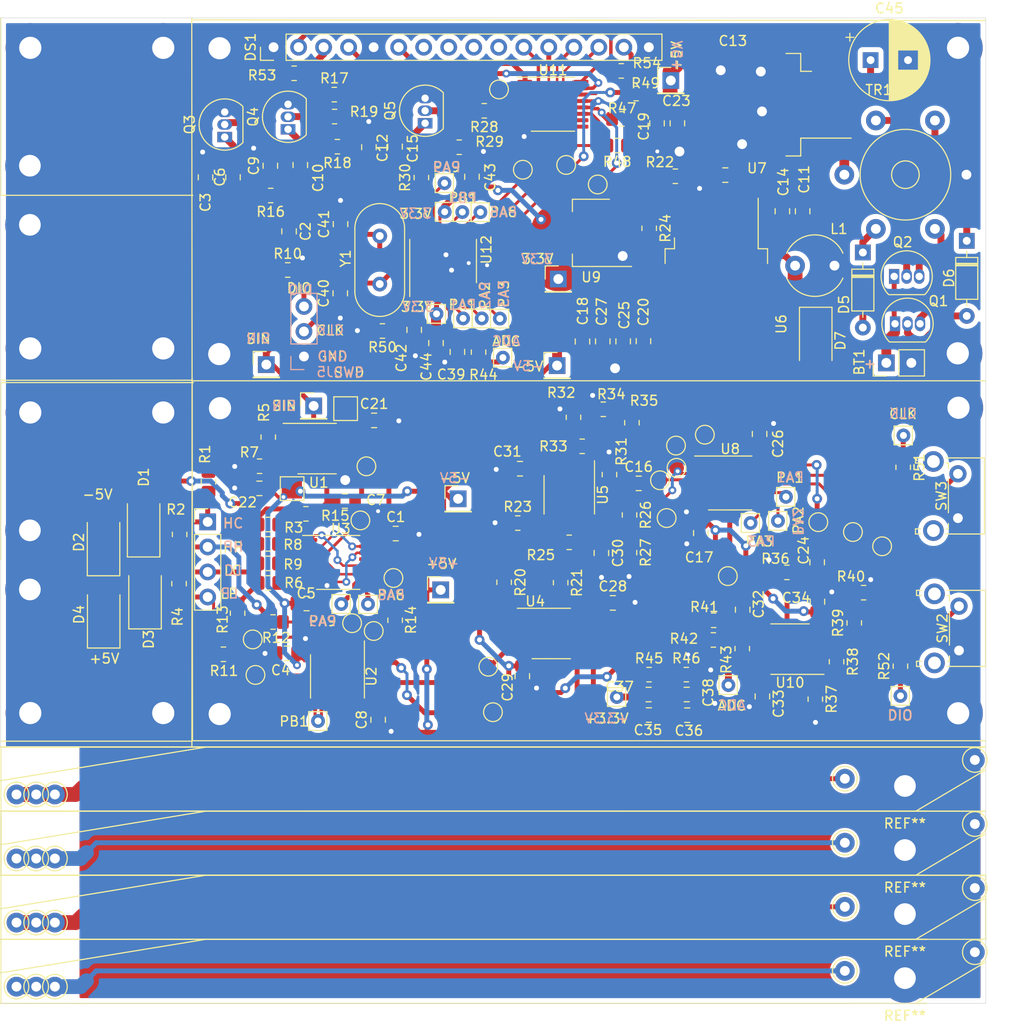
<source format=kicad_pcb>
(kicad_pcb (version 20171130) (host pcbnew 5.1.8-5.1.8)
  (layers (0 F.Cu signal) (31 B.Cu signal) (34 B.Paste user) (35 F.Paste user) (36 B.SilkS user) (37 F.SilkS user) (38 B.Mask user) (39 F.Mask user) (44 Edge.Cuts user))
  (net 0 "")
  (net 1 GND)
  (net 2 "Net-(BT1-Pad1)")
  (net 3 +5V)
  (net 4 "Net-(C2-Pad2)")
  (net 5 "Net-(C16-Pad1)")
  (net 6 "Net-(C10-Pad1)")
  (net 7 -5V)
  (net 8 "Net-(C10-Pad2)")
  (net 9 "Net-(C12-Pad1)")
  (net 10 "Net-(C14-Pad2)")
  (net 11 "Net-(C15-Pad2)")
  (net 12 +3V3)
  (net 13 /+1.65V)
  (net 14 /PA0_ADC)
  (net 15 "Net-(C42-Pad1)")
  (net 16 "Net-(C47-Pad2)")
  (net 17 "Net-(C48-Pad2)")
  (net 18 /HP)
  (net 19 /LP)
  (net 20 "Net-(D6-Pad1)")
  (net 21 "Net-(DS1-Pad15)")
  (net 22 "Net-(DS1-Pad14)")
  (net 23 "Net-(DS1-Pad13)")
  (net 24 "Net-(DS1-Pad12)")
  (net 25 "Net-(DS1-Pad11)")
  (net 26 "Net-(DS1-Pad10)")
  (net 27 "Net-(DS1-Pad9)")
  (net 28 "Net-(DS1-Pad8)")
  (net 29 "Net-(DS1-Pad7)")
  (net 30 "Net-(DS1-Pad6)")
  (net 31 "Net-(DS1-Pad4)")
  (net 32 "Net-(DS1-Pad3)")
  (net 33 "Net-(Q3-Pad2)")
  (net 34 /HC)
  (net 35 "Net-(R1-Pad1)")
  (net 36 /LC)
  (net 37 "Net-(R5-Pad1)")
  (net 38 "Net-(R8-Pad2)")
  (net 39 "Net-(R9-Pad2)")
  (net 40 "Net-(R13-Pad1)")
  (net 41 /hc595_shuai_jian1)
  (net 42 "Net-(R21-Pad1)")
  (net 43 /SPWM)
  (net 44 /hc595_shuai_jian)
  (net 45 "Net-(R27-Pad1)")
  (net 46 /ADC)
  (net 47 "Net-(R29-Pad1)")
  (net 48 "Net-(R31-Pad2)")
  (net 49 "Net-(R31-Pad1)")
  (net 50 /4053_1)
  (net 51 "Net-(R37-Pad2)")
  (net 52 "Net-(R38-Pad2)")
  (net 53 /4053_2)
  (net 54 /PA4_SPI1_NSS_74HC595_12_RCLK)
  (net 55 /PA5_SPI1_SCK_74HC595_11_SRCLK)
  (net 56 /PA7_SPI1_MOSI_74HC595_14_SER)
  (net 57 /CLK)
  (net 58 /DIO)
  (net 59 "Net-(R54-Pad2)")
  (net 60 "Net-(U2-Pad15)")
  (net 61 "Net-(U2-Pad14)")
  (net 62 "Net-(U2-Pad13)")
  (net 63 "Net-(U2-Pad12)")
  (net 64 "Net-(U2-Pad11)")
  (net 65 /PB1_4053_9_10_S2_S3)
  (net 66 "Net-(U2-Pad4)")
  (net 67 /PA9_4052_10_A)
  (net 68 /PA6_4052_9_B)
  (net 69 /PA1_4053_11_S1_3bei)
  (net 70 /PA2_4053_10_S2_6bei)
  (net 71 /PA3_4053_9_S3_10bei)
  (net 72 "Net-(U11-Pad9)")
  (net 73 +5VA)
  (net 74 "Net-(C2-Pad1)")
  (net 75 -5VA)
  (net 76 "Net-(C6-Pad2)")
  (net 77 "Net-(C7-Pad2)")
  (net 78 "Net-(C7-Pad1)")
  (net 79 "Net-(C11-Pad1)")
  (net 80 "Net-(C13-Pad1)")
  (net 81 "Net-(C16-Pad2)")
  (net 82 "Net-(C24-Pad2)")
  (net 83 "Net-(C24-Pad1)")
  (net 84 "Net-(C32-Pad2)")
  (net 85 "Net-(C32-Pad1)")
  (net 86 "Net-(C40-Pad2)")
  (net 87 "Net-(C41-Pad1)")
  (net 88 "Net-(D5-Pad2)")
  (net 89 "Net-(D5-Pad1)")
  (net 90 "Net-(D6-Pad2)")
  (net 91 "Net-(D7-Pad1)")
  (net 92 "Net-(Q1-Pad3)")
  (net 93 "Net-(Q2-Pad3)")
  (net 94 "Net-(Q4-Pad2)")
  (net 95 "Net-(Q5-Pad2)")
  (net 96 "Net-(R3-Pad2)")
  (net 97 "Net-(R6-Pad2)")
  (net 98 "Net-(R11-Pad1)")
  (net 99 "Net-(R12-Pad1)")
  (net 100 "Net-(R14-Pad2)")
  (net 101 "Net-(R14-Pad1)")
  (net 102 "Net-(R20-Pad2)")
  (net 103 "Net-(R20-Pad1)")
  (net 104 "Net-(R21-Pad2)")
  (net 105 "Net-(R22-Pad1)")
  (net 106 "Net-(R25-Pad1)")
  (net 107 "Net-(R26-Pad2)")
  (net 108 "Net-(R32-Pad2)")
  (net 109 "Net-(R37-Pad1)")
  (net 110 "Net-(R39-Pad2)")
  (net 111 "Net-(R42-Pad1)")
  (net 112 "Net-(R50-Pad1)")
  (net 113 "Net-(R51-Pad2)")
  (net 114 "Net-(R52-Pad2)")
  (module Connector_Pin:Pin_D1.0mm_L10.0mm (layer F.Cu) (at 82.6 128.8)
    (fp_text reference REF** hide)
    (fp_text value Pin_D1.0mm_L10.0mm hide)
    (pad 1 thru_hole circle (at 0 0) (size 2 2) (drill 1) (layers *.Cu *.Mask))
  )
  (module Connector_Pin:Pin_D1.0mm_L10.0mm (layer F.Cu) (at 86.5 128.8)
    (fp_text reference REF** hide)
    (fp_text value Pin_D1.0mm_L10.0mm hide)
    (pad 1 thru_hole circle (at 0 0) (size 2 2) (drill 1) (layers *.Cu *.Mask))
  )
  (module Connector_Pin:Pin_D1.0mm_L10.0mm (layer F.Cu) (at 84.6 128.8)
    (fp_text reference REF** hide)
    (fp_text value Pin_D1.0mm_L10.0mm hide)
    (pad 1 thru_hole circle (at 0 0) (size 2 2) (drill 1) (layers *.Cu *.Mask))
  )
  (module Connector_Pin:Pin_D1.0mm_L10.0mm (layer F.Cu) (at 179.9 125.3)
    (fp_text reference REF** hide)
    (fp_text value Pin_D1.0mm_L10.0mm hide)
    (pad 1 thru_hole circle (at 0 0) (size 2 2) (drill 1) (layers *.Cu *.Mask) (net 1 GND))
  )
  (module Connector_Pin:Pin_D1.0mm_L10.0mm (layer F.Cu) (at 166.7 127.2)
    (fp_text reference REF** hide)
    (fp_text value Pin_D1.0mm_L10.0mm hide)
    (pad 1 thru_hole circle (at 0 0) (size 2 2) (drill 1) (layers *.Cu *.Mask))
  )
  (module Connector_Pin:2.25 (layer F.Cu) (at 172.8 125.4)
    (fp_text reference REF** (at 0 6.35) (layer F.SilkS))
    (fp_text value 2.25)
    (pad 1 thru_hole circle (at 0 2.54) (size 5 5) (drill 2.2) (layers *.Cu *.Mask) (net 1 GND))
  )
  (module Connector_Pin:Pin_D1.0mm_L10.0mm (layer F.Cu) (at 84.6 135.3)
    (fp_text reference REF** hide)
    (fp_text value Pin_D1.0mm_L10.0mm hide)
    (pad 1 thru_hole circle (at 0 0) (size 2 2) (drill 1) (layers *.Cu *.Mask))
  )
  (module Connector_Pin:Pin_D1.0mm_L10.0mm (layer F.Cu) (at 166.7 133.7)
    (fp_text reference REF** hide)
    (fp_text value Pin_D1.0mm_L10.0mm hide)
    (pad 1 thru_hole circle (at 0 0) (size 2 2) (drill 1) (layers *.Cu *.Mask))
  )
  (module Connector_Pin:Pin_D1.0mm_L10.0mm (layer F.Cu) (at 86.5 135.3)
    (fp_text reference REF** hide)
    (fp_text value Pin_D1.0mm_L10.0mm hide)
    (pad 1 thru_hole circle (at 0 0) (size 2 2) (drill 1) (layers *.Cu *.Mask))
  )
  (module Connector_Pin:Pin_D1.0mm_L10.0mm (layer F.Cu) (at 179.9 131.8)
    (fp_text reference REF** hide)
    (fp_text value Pin_D1.0mm_L10.0mm hide)
    (pad 1 thru_hole circle (at 0 0) (size 2 2) (drill 1) (layers *.Cu *.Mask) (net 1 GND))
  )
  (module Connector_Pin:Pin_D1.0mm_L10.0mm (layer F.Cu) (at 82.6 135.3)
    (fp_text reference REF** hide)
    (fp_text value Pin_D1.0mm_L10.0mm hide)
    (pad 1 thru_hole circle (at 0 0) (size 2 2) (drill 1) (layers *.Cu *.Mask))
  )
  (module Connector_Pin:2.25 (layer F.Cu) (at 172.8 131.9)
    (fp_text reference REF** (at 0 6.35) (layer F.SilkS))
    (fp_text value 2.25)
    (pad 1 thru_hole circle (at 0 2.54) (size 5 5) (drill 2.2) (layers *.Cu *.Mask) (net 1 GND))
  )
  (module Connector_Pin:Pin_D1.0mm_L10.0mm (layer F.Cu) (at 166.7 140.2)
    (fp_text reference REF** hide)
    (fp_text value Pin_D1.0mm_L10.0mm hide)
    (pad 1 thru_hole circle (at 0 0) (size 2 2) (drill 1) (layers *.Cu *.Mask))
  )
  (module Connector_Pin:Pin_D1.0mm_L10.0mm (layer F.Cu) (at 84.6 141.8)
    (fp_text reference REF** hide)
    (fp_text value Pin_D1.0mm_L10.0mm hide)
    (pad 1 thru_hole circle (at 0 0) (size 2 2) (drill 1) (layers *.Cu *.Mask))
  )
  (module Connector_Pin:Pin_D1.0mm_L10.0mm (layer F.Cu) (at 179.9 138.3)
    (fp_text reference REF** hide)
    (fp_text value Pin_D1.0mm_L10.0mm hide)
    (pad 1 thru_hole circle (at 0 0) (size 2 2) (drill 1) (layers *.Cu *.Mask) (net 1 GND))
  )
  (module Connector_Pin:Pin_D1.0mm_L10.0mm (layer F.Cu) (at 82.6 141.8)
    (fp_text reference REF** hide)
    (fp_text value Pin_D1.0mm_L10.0mm hide)
    (pad 1 thru_hole circle (at 0 0) (size 2 2) (drill 1) (layers *.Cu *.Mask))
  )
  (module Connector_Pin:Pin_D1.0mm_L10.0mm (layer F.Cu) (at 86.5 141.8)
    (fp_text reference REF** hide)
    (fp_text value Pin_D1.0mm_L10.0mm hide)
    (pad 1 thru_hole circle (at 0 0) (size 2 2) (drill 1) (layers *.Cu *.Mask))
  )
  (module Connector_Pin:2.25 (layer F.Cu) (at 172.8 138.4)
    (fp_text reference REF** (at 0 6.35) (layer F.SilkS))
    (fp_text value 2.25)
    (pad 1 thru_hole circle (at 0 2.54) (size 5 5) (drill 2.2) (layers *.Cu *.Mask) (net 1 GND))
  )
  (module Connector_Pin:Pin_D1.0mm_L10.0mm (layer F.Cu) (at 166.7 146.7)
    (fp_text reference REF** hide)
    (fp_text value Pin_D1.0mm_L10.0mm hide)
    (pad 1 thru_hole circle (at 0 0) (size 2 2) (drill 1) (layers *.Cu *.Mask))
  )
  (module Connector_Pin:Pin_D1.0mm_L10.0mm (layer F.Cu) (at 86.5 148.3)
    (fp_text reference REF** hide)
    (fp_text value Pin_D1.0mm_L10.0mm hide)
    (pad 1 thru_hole circle (at 0 0) (size 2 2) (drill 1) (layers *.Cu *.Mask))
  )
  (module Connector_Pin:Pin_D1.0mm_L10.0mm (layer F.Cu) (at 179.9 144.8)
    (fp_text reference REF** hide)
    (fp_text value Pin_D1.0mm_L10.0mm hide)
    (pad 1 thru_hole circle (at 0 0) (size 2 2) (drill 1) (layers *.Cu *.Mask) (net 1 GND))
  )
  (module Connector_Pin:2.25 (layer F.Cu) (at 172.8 144.9)
    (fp_text reference REF** (at 0 6.35) (layer F.SilkS))
    (fp_text value 2.25)
    (pad 1 thru_hole circle (at 0 2.54) (size 5 5) (drill 2.2) (layers *.Cu *.Mask) (net 1 GND))
  )
  (module Connector_Pin:Pin_D1.0mm_L10.0mm (layer F.Cu) (at 84.6 148.3)
    (fp_text reference REF** hide)
    (fp_text value Pin_D1.0mm_L10.0mm hide)
    (pad 1 thru_hole circle (at 0 0) (size 2 2) (drill 1) (layers *.Cu *.Mask))
  )
  (module Connector_Pin:Pin_D1.0mm_L10.0mm (layer F.Cu) (at 82.6 148.3)
    (fp_text reference REF** hide)
    (fp_text value Pin_D1.0mm_L10.0mm hide)
    (pad 1 thru_hole circle (at 0 0) (size 2 2) (drill 1) (layers *.Cu *.Mask))
  )
  (module Capacitor_THT:CP_Radial_D8.0mm_P3.80mm (layer F.Cu) (at 169.315 54.283)
    (fp_text reference C45 (at 1.9 -5.25) (layer F.SilkS))
    (fp_text value 470UF)
    (pad 2 thru_hole circle (at 3.8 0) (size 1.6 1.6) (drill 0.8) (layers *.Cu *.Mask) (net 1 GND))
    (pad 1 thru_hole rect (at 0 0) (size 1.6 1.6) (drill 0.8) (layers *.Cu *.Mask) (net 79 "Net-(C11-Pad1)"))
  )
  (module Capacitor_SMD:C_0805_2012Metric_Pad1.18x1.45mm_HandSolder (layer F.Cu) (at 143.146 109.363)
    (fp_text reference C28 (at 0 -1.68) (layer F.SilkS))
    (fp_text value 106)
    (pad 2 smd roundrect (at 1.0375 0) (size 1.175 1.45) (layers F.Cu F.Paste F.Mask) (roundrect_rratio 0.2127659574468085) (net 1 GND))
    (pad 1 smd roundrect (at -1.0375 0) (size 1.175 1.45) (layers F.Cu F.Paste F.Mask) (roundrect_rratio 0.2127659574468085) (net 3 +5V))
  )
  (module Connector_PinHeader_2.54mm:PinHeader_1x01_P2.54mm_Vertical (layer F.Cu) (at 127.433 98.797)
    (fp_text reference J3 hide)
    (fp_text value -5V hide)
    (pad 1 thru_hole rect (at 0 0) (size 1.7 1.7) (drill 1) (layers *.Cu *.Mask) (net 7 -5V))
  )
  (module Transformer_THT:Transformer_Toroid_Tapped_Horizontal_D9.0mm_Amidon-T30 (layer F.Cu) (at 175.847 71.41 90)
    (fp_text reference TR1 (at 14.098 -5.701 180) (layer F.SilkS))
    (fp_text value "7 : 28" hide)
    (pad 5 thru_hole circle (at 5.5 -9.2 90) (size 2 2) (drill 1) (layers *.Cu *.Mask) (net 79 "Net-(C11-Pad1)"))
    (pad 2 thru_hole circle (at 5.5 3.2 90) (size 2 2) (drill 1) (layers *.Cu *.Mask) (net 1 GND))
    (pad 6 thru_hole circle (at 11 -6 90) (size 2 2) (drill 1) (layers *.Cu *.Mask) (net 20 "Net-(D6-Pad1)"))
    (pad 4 thru_hole circle (at 0 -6 90) (size 2 2) (drill 1) (layers *.Cu *.Mask) (net 89 "Net-(D5-Pad1)"))
    (pad 3 thru_hole circle (at 11 0 90) (size 2 2) (drill 1) (layers *.Cu *.Mask) (net 93 "Net-(Q2-Pad3)"))
    (pad 1 thru_hole circle (at 0 0 90) (size 2 2) (drill 1) (layers *.Cu *.Mask) (net 92 "Net-(Q1-Pad3)"))
  )
  (module Package_TO_SOT_THT:TO-92_Inline (layer F.Cu) (at 171.707 76.234)
    (fp_text reference Q2 (at 0.857 -3.475) (layer F.SilkS))
    (fp_text value S8550 hide)
    (pad 1 thru_hole rect (at 0 0) (size 1.05 1.5) (drill 0.75) (layers *.Cu *.Mask) (net 2 "Net-(BT1-Pad1)"))
    (pad 3 thru_hole oval (at 2.54 0) (size 1.05 1.5) (drill 0.75) (layers *.Cu *.Mask) (net 93 "Net-(Q2-Pad3)"))
    (pad 2 thru_hole oval (at 1.27 0) (size 1.05 1.5) (drill 0.75) (layers *.Cu *.Mask) (net 88 "Net-(D5-Pad2)"))
  )
  (module Package_TO_SOT_THT:TO-92_Inline (layer F.Cu) (at 171.793 81.038)
    (fp_text reference Q1 (at 4.403 -2.304) (layer F.SilkS))
    (fp_text value S8550 hide)
    (pad 1 thru_hole rect (at 0 0) (size 1.05 1.5) (drill 0.75) (layers *.Cu *.Mask) (net 2 "Net-(BT1-Pad1)"))
    (pad 3 thru_hole oval (at 2.54 0) (size 1.05 1.5) (drill 0.75) (layers *.Cu *.Mask) (net 92 "Net-(Q1-Pad3)"))
    (pad 2 thru_hole oval (at 1.27 0) (size 1.05 1.5) (drill 0.75) (layers *.Cu *.Mask) (net 90 "Net-(D6-Pad2)"))
  )
  (module Diode_THT:D_DO-35_SOD27_P7.62mm_Horizontal (layer F.Cu) (at 179.076 72.622 270)
    (fp_text reference D6 (at 3.78 1.8 90) (layer F.SilkS))
    (fp_text value 1N4148 hide)
    (pad 2 thru_hole oval (at 7.62 0 270) (size 1.6 1.6) (drill 0.8) (layers *.Cu *.Mask) (net 90 "Net-(D6-Pad2)"))
    (pad 1 thru_hole rect (at 0 0 270) (size 1.6 1.6) (drill 0.8) (layers *.Cu *.Mask) (net 20 "Net-(D6-Pad1)"))
  )
  (module Diode_THT:D_DO-35_SOD27_P7.62mm_Horizontal (layer F.Cu) (at 168.527 73.807 270)
    (fp_text reference D5 (at 5.286 1.918 90) (layer F.SilkS))
    (fp_text value 1N4148 hide)
    (pad 2 thru_hole oval (at 7.62 0 270) (size 1.6 1.6) (drill 0.8) (layers *.Cu *.Mask) (net 88 "Net-(D5-Pad2)"))
    (pad 1 thru_hole rect (at 0 0 270) (size 1.6 1.6) (drill 0.8) (layers *.Cu *.Mask) (net 89 "Net-(D5-Pad1)"))
  )
  (module Connector_PinHeader_2.54mm:PinHeader_1x02_P2.54mm_Vertical (layer F.Cu) (at 170.91 85.008 90)
    (fp_text reference BT1 (at 0.092 -2.737 90) (layer F.SilkS))
    (fp_text value 3.6V hide)
    (pad 2 thru_hole oval (at 0 2.54 90) (size 1.7 1.7) (drill 1) (layers *.Cu *.Mask) (net 1 GND))
    (pad 1 thru_hole rect (at 0 0 90) (size 1.7 1.7) (drill 1) (layers *.Cu *.Mask) (net 2 "Net-(BT1-Pad1)"))
  )
  (module TestPoint:TestPoint_Pad_D1.5mm (layer F.Cu) (at 167.519 102.17)
    (fp_text reference REF** hide)
    (fp_text value TestPoint_Pad_D1.5mm hide)
    (pad 1 smd circle (at 0 0) (size 1.5 1.5) (layers F.Cu F.Mask))
  )
  (module TestPoint:TestPoint_Pad_D1.5mm (layer F.Cu) (at 164.004 101.168)
    (fp_text reference REF** hide)
    (fp_text value TestPoint_Pad_D1.5mm hide)
    (pad 1 smd circle (at 0 0) (size 1.5 1.5) (layers F.Cu F.Mask))
  )
  (module TestPoint:TestPoint_Pad_D1.5mm (layer F.Cu) (at 170.484 103.616)
    (fp_text reference REF** hide)
    (fp_text value TestPoint_Pad_D1.5mm hide)
    (pad 1 smd circle (at 0 0) (size 1.5 1.5) (layers F.Cu F.Mask))
  )
  (module TestPoint:TestPoint_Pad_D1.5mm (layer F.Cu) (at 154.821 106.643)
    (fp_text reference REF** hide)
    (fp_text value TestPoint_Pad_D1.5mm hide)
    (pad 1 smd circle (at 0 0) (size 1.5 1.5) (layers F.Cu F.Mask))
  )
  (module TestPoint:TestPoint_Pad_D1.5mm (layer F.Cu) (at 131.586 57.26)
    (fp_text reference REF** hide)
    (fp_text value TestPoint_Pad_D1.5mm hide)
    (pad 1 smd circle (at 0 0) (size 1.5 1.5) (layers F.Cu F.Mask))
  )
  (module TestPoint:TestPoint_Pad_D1.5mm (layer F.Cu) (at 141.61 66.903)
    (fp_text reference REF** hide)
    (fp_text value TestPoint_Pad_D1.5mm hide)
    (pad 1 smd circle (at 0 0) (size 1.5 1.5) (layers F.Cu F.Mask))
  )
  (module TestPoint:TestPoint_Pad_D1.5mm (layer F.Cu) (at 138.407 64.922)
    (fp_text reference REF** hide)
    (fp_text value TestPoint_Pad_D1.5mm hide)
    (pad 1 smd circle (at 0 0) (size 1.5 1.5) (layers F.Cu F.Mask))
  )
  (module TestPoint:TestPoint_Pad_D1.5mm (layer F.Cu) (at 134.009 65.407)
    (fp_text reference REF** hide)
    (fp_text value TestPoint_Pad_D1.5mm hide)
    (pad 1 smd circle (at 0 0) (size 1.5 1.5) (layers F.Cu F.Mask))
  )
  (module Connector_PinHeader_2.54mm:PinHeader_1x01_P2.54mm_Vertical (layer F.Cu) (at 125.665 108.043)
    (fp_text reference J2 hide)
    (fp_text value 5V hide)
    (pad 1 thru_hole rect (at 0 0) (size 1.7 1.7) (drill 1) (layers *.Cu *.Mask) (net 3 +5V))
  )
  (module Connector_Pin:Pin_D0.7mm_L6.5mm_W1.8mm_FlatFork (layer F.Cu) (at 172.345 118.795)
    (fp_text reference REF** hide)
    (fp_text value Pin_D0.7mm_L6.5mm_W1.8mm_FlatFork hide)
    (pad 1 thru_hole circle (at 0 0) (size 1.4 1.4) (drill 0.7) (layers *.Cu *.Mask) (net 58 /DIO))
  )
  (module Connector_Pin:Pin_D0.7mm_L6.5mm_W1.8mm_FlatFork (layer F.Cu) (at 172.649 92.371)
    (fp_text reference REF** hide)
    (fp_text value Pin_D0.7mm_L6.5mm_W1.8mm_FlatFork hide)
    (pad 1 thru_hole circle (at 0 0) (size 1.4 1.4) (drill 0.7) (layers *.Cu *.Mask) (net 57 /CLK))
  )
  (module Connector_Pin:Pin_D0.7mm_L6.5mm_W1.8mm_FlatFork (layer F.Cu) (at 143.55 118.909)
    (fp_text reference REF** hide)
    (fp_text value Pin_D0.7mm_L6.5mm_W1.8mm_FlatFork hide)
    (pad 1 thru_hole circle (at 0 0) (size 1.4 1.4) (drill 0.7) (layers *.Cu *.Mask) (net 12 +3V3))
  )
  (module Connector_Pin:Pin_D0.7mm_L6.5mm_W1.8mm_FlatFork (layer F.Cu) (at 154.875 117.703)
    (fp_text reference REF** hide)
    (fp_text value Pin_D0.7mm_L6.5mm_W1.8mm_FlatFork hide)
    (pad 1 thru_hole circle (at 0 0) (size 1.4 1.4) (drill 0.7) (layers *.Cu *.Mask) (net 46 /ADC))
  )
  (module Connector_Pin:Pin_D0.7mm_L6.5mm_W1.8mm_FlatFork (layer F.Cu) (at 160.721 98.599)
    (fp_text reference REF** hide)
    (fp_text value Pin_D0.7mm_L6.5mm_W1.8mm_FlatFork hide)
    (pad 1 thru_hole circle (at 0 0) (size 1.4 1.4) (drill 0.7) (layers *.Cu *.Mask) (net 69 /PA1_4053_11_S1_3bei))
  )
  (module Connector_Pin:Pin_D0.7mm_L6.5mm_W1.8mm_FlatFork (layer F.Cu) (at 159.91 101.037)
    (fp_text reference REF** hide)
    (fp_text value Pin_D0.7mm_L6.5mm_W1.8mm_FlatFork hide)
    (pad 1 thru_hole circle (at 0 0) (size 1.4 1.4) (drill 0.7) (layers *.Cu *.Mask) (net 70 /PA2_4053_10_S2_6bei))
  )
  (module Connector_Pin:Pin_D0.7mm_L6.5mm_W1.8mm_FlatFork (layer F.Cu) (at 157.13 101.252)
    (fp_text reference REF** hide)
    (fp_text value Pin_D0.7mm_L6.5mm_W1.8mm_FlatFork hide)
    (pad 1 thru_hole circle (at 0 0) (size 1.4 1.4) (drill 0.7) (layers *.Cu *.Mask) (net 71 /PA3_4053_9_S3_10bei))
  )
  (module TestPoint:TestPoint_Pad_D1.5mm (layer F.Cu) (at 148.606 100.752)
    (fp_text reference REF** hide)
    (fp_text value TestPoint_Pad_D1.5mm hide)
    (pad 1 smd circle (at 0 0) (size 1.5 1.5) (layers F.Cu F.Mask))
  )
  (module TestPoint:TestPoint_Pad_D1.5mm (layer F.Cu) (at 147.928 96.92)
    (fp_text reference REF** hide)
    (fp_text value TestPoint_Pad_D1.5mm hide)
    (pad 1 smd circle (at 0 0) (size 1.5 1.5) (layers F.Cu F.Mask))
  )
  (module TestPoint:TestPoint_Pad_D1.5mm (layer F.Cu) (at 149.611 95.655)
    (fp_text reference REF** hide)
    (fp_text value TestPoint_Pad_D1.5mm hide)
    (pad 1 smd circle (at 0 0) (size 1.5 1.5) (layers F.Cu F.Mask))
  )
  (module TestPoint:TestPoint_Pad_D1.5mm (layer F.Cu) (at 149.558 93.398)
    (fp_text reference REF** hide)
    (fp_text value TestPoint_Pad_D1.5mm hide)
    (pad 1 smd circle (at 0 0) (size 1.5 1.5) (layers F.Cu F.Mask))
  )
  (module TestPoint:TestPoint_Pad_D1.5mm (layer F.Cu) (at 152.485 92.293)
    (fp_text reference REF** hide)
    (fp_text value TestPoint_Pad_D1.5mm hide)
    (pad 1 smd circle (at 0 0) (size 1.5 1.5) (layers F.Cu F.Mask))
  )
  (module TestPoint:TestPoint_Pad_D1.5mm (layer F.Cu) (at 130.971 120.452)
    (fp_text reference REF** hide)
    (fp_text value TestPoint_Pad_D1.5mm hide)
    (pad 1 smd circle (at 0 0) (size 1.5 1.5) (layers F.Cu F.Mask))
  )
  (module TestPoint:TestPoint_Pad_D1.5mm (layer F.Cu) (at 130.506 115.835)
    (fp_text reference REF** hide)
    (fp_text value TestPoint_Pad_D1.5mm hide)
    (pad 1 smd circle (at 0 0) (size 1.5 1.5) (layers F.Cu F.Mask))
  )
  (module Connector_Pin:Pin_D0.7mm_L6.5mm_W1.8mm_FlatFork (layer F.Cu) (at 113.214 121.347)
    (fp_text reference REF** hide)
    (fp_text value Pin_D0.7mm_L6.5mm_W1.8mm_FlatFork hide)
    (pad 1 thru_hole circle (at 0 0) (size 1.4 1.4) (drill 0.7) (layers *.Cu *.Mask) (net 65 /PB1_4053_9_10_S2_S3))
  )
  (module TestPoint:TestPoint_Pad_D1.5mm (layer F.Cu) (at 116.671 111.419)
    (fp_text reference REF** hide)
    (fp_text value TestPoint_Pad_D1.5mm hide)
    (pad 1 smd circle (at 0 0) (size 1.5 1.5) (layers F.Cu F.Mask))
  )
  (module TestPoint:TestPoint_Pad_D1.5mm (layer F.Cu) (at 106.585 113.067)
    (fp_text reference REF** hide)
    (fp_text value TestPoint_Pad_D1.5mm hide)
    (pad 1 smd circle (at 0 0) (size 1.5 1.5) (layers F.Cu F.Mask))
  )
  (module TestPoint:TestPoint_Pad_D1.5mm (layer F.Cu) (at 106.862 116.672)
    (fp_text reference REF** hide)
    (fp_text value TestPoint_Pad_D1.5mm hide)
    (pad 1 smd circle (at 0 0) (size 1.5 1.5) (layers F.Cu F.Mask))
  )
  (module TestPoint:TestPoint_Pad_D1.5mm (layer F.Cu) (at 118.865 112.214)
    (fp_text reference REF** hide)
    (fp_text value TestPoint_Pad_D1.5mm hide)
    (pad 1 smd circle (at 0 0) (size 1.5 1.5) (layers F.Cu F.Mask))
  )
  (module TestPoint:TestPoint_Pad_D1.5mm (layer F.Cu) (at 120.869 106.835)
    (fp_text reference REF** hide)
    (fp_text value TestPoint_Pad_D1.5mm hide)
    (pad 1 smd circle (at 0 0) (size 1.5 1.5) (layers F.Cu F.Mask))
  )
  (module Connector_Pin:Pin_D0.7mm_L6.5mm_W1.8mm_FlatFork (layer F.Cu) (at 118.287 109.489 90)
    (fp_text reference REF** hide)
    (fp_text value Pin_D0.7mm_L6.5mm_W1.8mm_FlatFork hide)
    (pad 1 thru_hole circle (at 0 0 90) (size 1.4 1.4) (drill 0.7) (layers *.Cu *.Mask) (net 68 /PA6_4052_9_B))
  )
  (module Connector_Pin:Pin_D0.7mm_L6.5mm_W1.8mm_FlatFork (layer F.Cu) (at 115.576 109.473)
    (fp_text reference REF** hide)
    (fp_text value Pin_D0.7mm_L6.5mm_W1.8mm_FlatFork hide)
    (pad 1 thru_hole circle (at 0 0) (size 1.4 1.4) (drill 0.7) (layers *.Cu *.Mask) (net 67 /PA9_4052_10_A))
  )
  (module Diode_SMD:D_SMA (layer F.Cu) (at 95.507 101.299 90)
    (fp_text reference D1 (at 4.698 0.014 90) (layer F.SilkS))
    (fp_text value 1N4148 hide)
    (pad 2 smd rect (at 2 0 90) (size 2.5 1.8) (layers F.Cu F.Paste F.Mask) (net 7 -5V))
    (pad 1 smd rect (at -2 0 90) (size 2.5 1.8) (layers F.Cu F.Paste F.Mask) (net 18 /HP))
  )
  (module TestPoint:TestPoint_Pad_D1.5mm (layer F.Cu) (at 117.515 100.99)
    (fp_text reference REF** hide)
    (fp_text value TestPoint_Pad_D1.5mm hide)
    (pad 1 smd circle (at 0 0) (size 1.5 1.5) (layers F.Cu F.Mask))
  )
  (module TestPoint:TestPoint_Pad_D1.5mm (layer F.Cu) (at 118.127 95.502)
    (fp_text reference REF** hide)
    (fp_text value TestPoint_Pad_D1.5mm hide)
    (pad 1 smd circle (at 0 0) (size 1.5 1.5) (layers F.Cu F.Mask))
  )
  (module TestPoint:TestPoint_Pad_2.0x2.0mm (layer F.Cu) (at 116.018 89.649)
    (fp_text reference REF** hide)
    (fp_text value TestPoint_Pad_2.0x2.0mm hide)
    (pad 1 smd rect (at 0 0) (size 2 2) (layers F.Cu F.Mask) (net 3 +5V))
  )
  (module TestPoint:TestPoint_Pad_2.0x2.0mm (layer F.Cu) (at 110.582 97.767)
    (fp_text reference REF** hide)
    (fp_text value TestPoint_Pad_2.0x2.0mm hide)
    (pad 1 smd rect (at 0 0) (size 2 2) (layers F.Cu F.Mask) (net 7 -5V))
  )
  (module Connector_PinHeader_2.54mm:PinHeader_1x01_P2.54mm_Vertical (layer F.Cu) (at 112.772 89.375)
    (fp_text reference J1 hide)
    (fp_text value sin hide)
    (pad 1 thru_hole rect (at 0 0) (size 1.7 1.7) (drill 1) (layers *.Cu *.Mask) (net 4 "Net-(C2-Pad2)"))
  )
  (module Connector_PinHeader_2.54mm:PinHeader_1x04_P2.54mm_Vertical (layer F.Cu) (at 102.012 101.143)
    (fp_text reference REF** hide)
    (fp_text value PinHeader_1x04_P2.54mm_Vertical hide)
    (pad 4 thru_hole oval (at 0 7.62) (size 1.7 1.7) (drill 1) (layers *.Cu *.Mask) (net 19 /LP))
    (pad 3 thru_hole oval (at 0 5.08) (size 1.7 1.7) (drill 1) (layers *.Cu *.Mask) (net 36 /LC))
    (pad 2 thru_hole oval (at 0 2.54) (size 1.7 1.7) (drill 1) (layers *.Cu *.Mask) (net 18 /HP))
    (pad 1 thru_hole rect (at 0 0) (size 1.7 1.7) (drill 1) (layers *.Cu *.Mask) (net 34 /HC))
  )
  (module Connector_Pin:Pin_D0.7mm_L6.5mm_W1.8mm_FlatFork (layer F.Cu) (at 131.983 84.473)
    (fp_text reference REF** hide)
    (fp_text value Pin_D0.7mm_L6.5mm_W1.8mm_FlatFork hide)
    (pad 1 thru_hole circle (at 0 0) (size 1.4 1.4) (drill 0.7) (layers *.Cu *.Mask) (net 46 /ADC))
  )
  (module Connector_Pin:Pin_D0.7mm_L6.5mm_W1.8mm_FlatFork (layer F.Cu) (at 131.674 80.513)
    (fp_text reference REF** hide)
    (fp_text value Pin_D0.7mm_L6.5mm_W1.8mm_FlatFork hide)
    (pad 1 thru_hole circle (at 0 0) (size 1.4 1.4) (drill 0.7) (layers *.Cu *.Mask) (net 71 /PA3_4053_9_S3_10bei))
  )
  (module Connector_Pin:Pin_D0.7mm_L6.5mm_W1.8mm_FlatFork (layer F.Cu) (at 129.839 80.493)
    (fp_text reference REF** hide)
    (fp_text value Pin_D0.7mm_L6.5mm_W1.8mm_FlatFork hide)
    (pad 1 thru_hole circle (at 0 0) (size 1.4 1.4) (drill 0.7) (layers *.Cu *.Mask) (net 70 /PA2_4053_10_S2_6bei))
  )
  (module Connector_Pin:Pin_D0.7mm_L6.5mm_W1.8mm_FlatFork (layer F.Cu) (at 127.941 80.493)
    (fp_text reference REF** hide)
    (fp_text value Pin_D0.7mm_L6.5mm_W1.8mm_FlatFork hide)
    (pad 1 thru_hole circle (at 0 0) (size 1.4 1.4) (drill 0.7) (layers *.Cu *.Mask) (net 69 /PA1_4053_11_S1_3bei))
  )
  (module Connector_Pin:Pin_D0.7mm_L6.5mm_W1.8mm_FlatFork (layer F.Cu) (at 126.058 66.768)
    (fp_text reference REF** hide)
    (fp_text value Pin_D0.7mm_L6.5mm_W1.8mm_FlatFork hide)
    (pad 1 thru_hole circle (at 0 0) (size 1.4 1.4) (drill 0.7) (layers *.Cu *.Mask) (net 67 /PA9_4052_10_A))
  )
  (module Connector_Pin:Pin_D0.7mm_L6.5mm_W1.8mm_FlatFork (layer F.Cu) (at 127.864 69.7)
    (fp_text reference REF** hide)
    (fp_text value Pin_D0.7mm_L6.5mm_W1.8mm_FlatFork hide)
    (pad 1 thru_hole circle (at 0 0) (size 1.4 1.4) (drill 0.7) (layers *.Cu *.Mask) (net 65 /PB1_4053_9_10_S2_S3))
  )
  (module Connector_Pin:Pin_D0.7mm_L6.5mm_W1.8mm_FlatFork (layer F.Cu) (at 129.699 69.716)
    (fp_text reference REF** hide)
    (fp_text value Pin_D0.7mm_L6.5mm_W1.8mm_FlatFork hide)
    (pad 1 thru_hole circle (at 0 0) (size 1.4 1.4) (drill 0.7) (layers *.Cu *.Mask) (net 68 /PA6_4052_9_B))
  )
  (module Connector_Pin:Pin_D0.7mm_L6.5mm_W1.8mm_FlatFork (layer F.Cu) (at 125.246 80.031)
    (fp_text reference REF** hide)
    (fp_text value Pin_D0.7mm_L6.5mm_W1.8mm_FlatFork hide)
    (pad 1 thru_hole circle (at 0 0) (size 1.4 1.4) (drill 0.7) (layers *.Cu *.Mask) (net 12 +3V3))
  )
  (module Connector_Pin:Pin_D0.7mm_L6.5mm_W1.8mm_FlatFork (layer F.Cu) (at 126.072 69.677)
    (fp_text reference REF** hide)
    (fp_text value Pin_D0.7mm_L6.5mm_W1.8mm_FlatFork hide)
    (pad 1 thru_hole circle (at 0 0) (size 1.4 1.4) (drill 0.7) (layers *.Cu *.Mask) (net 12 +3V3))
  )
  (module Connector_PinHeader_2.54mm:PinHeader_1x03_P2.54mm_Vertical (layer B.Cu) (at 111.786 84.358)
    (fp_text reference J5 (at 2.133 1.577 180) (layer B.SilkS) (effects (justify mirror)))
    (fp_text value SWD hide)
    (pad 3 thru_hole oval (at 0 -5.08) (size 1.7 1.7) (drill 1) (layers *.Cu *.Mask) (net 58 /DIO))
    (pad 2 thru_hole oval (at 0 -2.54) (size 1.7 1.7) (drill 1) (layers *.Cu *.Mask) (net 57 /CLK))
    (pad 1 thru_hole rect (at 0 0) (size 1.7 1.7) (drill 1) (layers *.Cu *.Mask) (net 1 GND))
  )
  (module Connector_Pin:2.25 (layer F.Cu) (at 105.77 120.639 270)
    (fp_text reference REF** hide)
    (fp_text value 2.25 hide)
    (pad 1 thru_hole circle (at 0 2.54 270) (size 5 5) (drill 2.25) (layers *.Cu *.Mask) (net 1 GND))
  )
  (module Connector_Pin:2.25 (layer F.Cu) (at 180.749 120.562 270)
    (fp_text reference REF** hide)
    (fp_text value 2.25 hide)
    (pad 1 thru_hole circle (at 0 2.54 270) (size 5 5) (drill 2.25) (layers *.Cu *.Mask) (net 1 GND))
  )
  (module Connector_Pin:2.25 (layer F.Cu) (at 178.238 87.019)
    (fp_text reference REF** hide)
    (fp_text value 2.25 hide)
    (pad 1 thru_hole circle (at 0 2.54) (size 5 5) (drill 2.25) (layers *.Cu *.Mask) (net 1 GND))
  )
  (module Connector_Pin:2.25 (layer F.Cu) (at 103.261 87.066)
    (fp_text reference REF** hide)
    (fp_text value 2.25 hide)
    (pad 1 thru_hole circle (at 0 2.54) (size 5 5) (drill 2.25) (layers *.Cu *.Mask) (net 1 GND))
  )
  (module Connector_Pin:2.25 (layer F.Cu) (at 105.726 84.113 270)
    (fp_text reference REF** hide)
    (fp_text value 2.25 hide)
    (pad 1 thru_hole circle (at 0 2.54 270) (size 5 5) (drill 2.25) (layers *.Cu *.Mask) (net 1 GND))
  )
  (module Connector_PinHeader_2.54mm:PinHeader_1x16_P2.54mm_Vertical (layer F.Cu) (at 108.701 52.975 90)
    (fp_text reference DS1 (at 0 -2.33 90) (layer F.SilkS))
    (fp_text value WC1602A hide)
    (pad 16 thru_hole oval (at 0 38.1 90) (size 1.7 1.7) (drill 1) (layers *.Cu *.Mask) (net 1 GND))
    (pad 15 thru_hole oval (at 0 35.56 90) (size 1.7 1.7) (drill 1) (layers *.Cu *.Mask) (net 21 "Net-(DS1-Pad15)"))
    (pad 14 thru_hole oval (at 0 33.02 90) (size 1.7 1.7) (drill 1) (layers *.Cu *.Mask) (net 22 "Net-(DS1-Pad14)"))
    (pad 13 thru_hole oval (at 0 30.48 90) (size 1.7 1.7) (drill 1) (layers *.Cu *.Mask) (net 23 "Net-(DS1-Pad13)"))
    (pad 12 thru_hole oval (at 0 27.94 90) (size 1.7 1.7) (drill 1) (layers *.Cu *.Mask) (net 24 "Net-(DS1-Pad12)"))
    (pad 11 thru_hole oval (at 0 25.4 90) (size 1.7 1.7) (drill 1) (layers *.Cu *.Mask) (net 25 "Net-(DS1-Pad11)"))
    (pad 10 thru_hole oval (at 0 22.86 90) (size 1.7 1.7) (drill 1) (layers *.Cu *.Mask) (net 26 "Net-(DS1-Pad10)"))
    (pad 9 thru_hole oval (at 0 20.32 90) (size 1.7 1.7) (drill 1) (layers *.Cu *.Mask) (net 27 "Net-(DS1-Pad9)"))
    (pad 8 thru_hole oval (at 0 17.78 90) (size 1.7 1.7) (drill 1) (layers *.Cu *.Mask) (net 28 "Net-(DS1-Pad8)"))
    (pad 7 thru_hole oval (at 0 15.24 90) (size 1.7 1.7) (drill 1) (layers *.Cu *.Mask) (net 29 "Net-(DS1-Pad7)"))
    (pad 6 thru_hole oval (at 0 12.7 90) (size 1.7 1.7) (drill 1) (layers *.Cu *.Mask) (net 30 "Net-(DS1-Pad6)"))
    (pad 5 thru_hole oval (at 0 10.16 90) (size 1.7 1.7) (drill 1) (layers *.Cu *.Mask) (net 1 GND))
    (pad 4 thru_hole oval (at 0 7.62 90) (size 1.7 1.7) (drill 1) (layers *.Cu *.Mask) (net 31 "Net-(DS1-Pad4)"))
    (pad 3 thru_hole oval (at 0 5.08 90) (size 1.7 1.7) (drill 1) (layers *.Cu *.Mask) (net 32 "Net-(DS1-Pad3)"))
    (pad 2 thru_hole oval (at 0 2.54 90) (size 1.7 1.7) (drill 1) (layers *.Cu *.Mask) (net 3 +5V))
    (pad 1 thru_hole rect (at 0 0 90) (size 1.7 1.7) (drill 1) (layers *.Cu *.Mask) (net 1 GND))
  )
  (module Connector_Pin:2.25 (layer F.Cu) (at 86.5 102 270)
    (fp_text reference REF** hide)
    (fp_text value 2.25 hide)
    (pad 1 thru_hole circle (at 0 2.54 270) (size 5 5) (drill 2.2) (layers *.Cu *.Mask) (net 1 GND))
  )
  (module Connector_Pin:2.25 (layer F.Cu) (at 84 118)
    (fp_text reference REF** hide)
    (fp_text value 2.25 hide)
    (pad 1 thru_hole circle (at 0 2.54) (size 5 5) (drill 2.25) (layers *.Cu *.Mask) (net 1 GND))
  )
  (module Connector_Pin:2.25 (layer F.Cu) (at 97.5 118)
    (fp_text reference REF** hide)
    (fp_text value 2.25 hide)
    (pad 1 thru_hole circle (at 0 2.54) (size 5 5) (drill 2.25) (layers *.Cu *.Mask) (net 1 GND))
  )
  (module Connector_Pin:2.25 (layer F.Cu) (at 84 87.5)
    (fp_text reference REF** hide)
    (fp_text value 2.25 hide)
    (pad 1 thru_hole circle (at 0 2.54) (size 5 5) (drill 2.25) (layers *.Cu *.Mask) (net 1 GND))
  )
  (module Connector_Pin:2.25 (layer F.Cu) (at 86.5 108 270)
    (fp_text reference REF** hide)
    (fp_text value 2.25 hide)
    (pad 1 thru_hole circle (at 0 2.54 270) (size 5 5) (drill 2.2) (layers *.Cu *.Mask) (net 1 GND))
  )
  (module Connector_Pin:2.25 (layer F.Cu) (at 97.5 87.5)
    (fp_text reference REF** hide)
    (fp_text value 2.25 hide)
    (pad 1 thru_hole circle (at 0 2.54) (size 5 5) (drill 2.25) (layers *.Cu *.Mask) (net 1 GND))
  )
  (module Connector_Pin:2.25 (layer F.Cu) (at 84 81)
    (fp_text reference REF** hide)
    (fp_text value 2.25 hide)
    (pad 1 thru_hole circle (at 0 2.54) (size 5 5) (drill 2.25) (layers *.Cu *.Mask) (net 1 GND))
  )
  (module Connector_Pin:2.25 (layer F.Cu) (at 97.5 81)
    (fp_text reference REF** hide)
    (fp_text value 2.25 hide)
    (pad 1 thru_hole circle (at 0 2.54) (size 5 5) (drill 2.25) (layers *.Cu *.Mask) (net 1 GND))
  )
  (module Connector_Pin:2.25 (layer F.Cu) (at 97.5 50.5)
    (fp_text reference REF** hide)
    (fp_text value 2.25 hide)
    (pad 1 thru_hole circle (at 0 2.54) (size 5 5) (drill 2.25) (layers *.Cu *.Mask) (net 1 GND))
  )
  (module Connector_Pin:2.25 (layer F.Cu) (at 84 50.5)
    (fp_text reference REF** hide)
    (fp_text value 2.25 hide)
    (pad 1 thru_hole circle (at 0 2.54) (size 5 5) (drill 2.25) (layers *.Cu *.Mask) (net 1 GND))
  )
  (module Connector_Pin:2.25 (layer F.Cu) (at 86.5 71 270)
    (fp_text reference REF** hide)
    (fp_text value 2.25 hide)
    (pad 1 thru_hole circle (at 0 2.54 270) (size 5 5) (drill 2.2) (layers *.Cu *.Mask) (net 1 GND))
  )
  (module Connector_Pin:2.25 (layer F.Cu) (at 86.5 65 270)
    (fp_text reference REF** hide)
    (fp_text value 2.25 hide)
    (pad 1 thru_hole circle (at 0 2.54 270) (size 5 5) (drill 2.2) (layers *.Cu *.Mask) (net 1 GND))
  )
  (module Connector_Pin:2.25 (layer F.Cu) (at 180.705 84.036 270)
    (fp_text reference REF** hide)
    (fp_text value 2.25 hide)
    (pad 1 thru_hole circle (at 0 2.54 270) (size 5 5) (drill 2.25) (layers *.Cu *.Mask) (net 1 GND))
  )
  (module Connector_Pin:2.25 (layer F.Cu) (at 178.194 50.493)
    (fp_text reference REF** hide)
    (fp_text value 2.25 hide)
    (pad 1 thru_hole circle (at 0 2.54) (size 5 5) (drill 2.25) (layers *.Cu *.Mask) (net 1 GND))
  )
  (module Connector_Pin:2.25 (layer F.Cu) (at 103.217 50.54)
    (fp_text reference REF** hide)
    (fp_text value 2.25 hide)
    (pad 1 thru_hole circle (at 0 2.54) (size 5 5) (drill 2.25) (layers *.Cu *.Mask) (net 1 GND))
  )
  (module Crystal:Crystal_HC49-4H_Vertical (layer F.Cu) (at 119.478 72.129 270)
    (fp_text reference Y1 (at 2.28 3.462 90) (layer F.SilkS))
    (fp_text value 8M hide)
    (pad 2 thru_hole circle (at 4.88 0 270) (size 1.5 1.5) (drill 0.8) (layers *.Cu *.Mask) (net 86 "Net-(C40-Pad2)"))
    (pad 1 thru_hole circle (at 0 0 270) (size 1.5 1.5) (drill 0.8) (layers *.Cu *.Mask) (net 87 "Net-(C41-Pad1)"))
  )
  (module Package_SO:TSSOP-20_4.4x6.5mm_P0.65mm (layer F.Cu) (at 125.911 74.677 90)
    (fp_text reference U12 (at 1.153 4.393 90) (layer F.SilkS))
    (fp_text value STM32F030F4P6 hide)
    (pad 20 smd roundrect (at 2.8625 -2.925 90) (size 1.475 0.4) (layers F.Cu F.Paste F.Mask) (net 57 /CLK))
    (pad 19 smd roundrect (at 2.8625 -2.275 90) (size 1.475 0.4) (layers F.Cu F.Paste F.Mask) (net 58 /DIO))
    (pad 18 smd roundrect (at 2.8625 -1.625 90) (size 1.475 0.4) (layers F.Cu F.Paste F.Mask) (net 43 /SPWM))
    (pad 17 smd roundrect (at 2.8625 -0.975 90) (size 1.475 0.4) (layers F.Cu F.Paste F.Mask) (net 67 /PA9_4052_10_A))
    (pad 16 smd roundrect (at 2.8625 -0.325 90) (size 1.475 0.4) (layers F.Cu F.Paste F.Mask) (net 12 +3V3))
    (pad 15 smd roundrect (at 2.8625 0.325 90) (size 1.475 0.4) (layers F.Cu F.Paste F.Mask) (net 1 GND))
    (pad 14 smd roundrect (at 2.8625 0.975 90) (size 1.475 0.4) (layers F.Cu F.Paste F.Mask) (net 65 /PB1_4053_9_10_S2_S3))
    (pad 13 smd roundrect (at 2.8625 1.625 90) (size 1.475 0.4) (layers F.Cu F.Paste F.Mask) (net 56 /PA7_SPI1_MOSI_74HC595_14_SER))
    (pad 12 smd roundrect (at 2.8625 2.275 90) (size 1.475 0.4) (layers F.Cu F.Paste F.Mask) (net 68 /PA6_4052_9_B))
    (pad 11 smd roundrect (at 2.8625 2.925 90) (size 1.475 0.4) (layers F.Cu F.Paste F.Mask) (net 55 /PA5_SPI1_SCK_74HC595_11_SRCLK))
    (pad 10 smd roundrect (at -2.8625 2.925 90) (size 1.475 0.4) (layers F.Cu F.Paste F.Mask) (net 54 /PA4_SPI1_NSS_74HC595_12_RCLK))
    (pad 9 smd roundrect (at -2.8625 2.275 90) (size 1.475 0.4) (layers F.Cu F.Paste F.Mask) (net 71 /PA3_4053_9_S3_10bei))
    (pad 8 smd roundrect (at -2.8625 1.625 90) (size 1.475 0.4) (layers F.Cu F.Paste F.Mask) (net 70 /PA2_4053_10_S2_6bei))
    (pad 7 smd roundrect (at -2.8625 0.975 90) (size 1.475 0.4) (layers F.Cu F.Paste F.Mask) (net 69 /PA1_4053_11_S1_3bei))
    (pad 6 smd roundrect (at -2.8625 0.325 90) (size 1.475 0.4) (layers F.Cu F.Paste F.Mask) (net 14 /PA0_ADC))
    (pad 5 smd roundrect (at -2.8625 -0.325 90) (size 1.475 0.4) (layers F.Cu F.Paste F.Mask) (net 12 +3V3))
    (pad 4 smd roundrect (at -2.8625 -0.975 90) (size 1.475 0.4) (layers F.Cu F.Paste F.Mask) (net 15 "Net-(C42-Pad1)"))
    (pad 3 smd roundrect (at -2.8625 -1.625 90) (size 1.475 0.4) (layers F.Cu F.Paste F.Mask) (net 87 "Net-(C41-Pad1)"))
    (pad 2 smd roundrect (at -2.8625 -2.275 90) (size 1.475 0.4) (layers F.Cu F.Paste F.Mask) (net 86 "Net-(C40-Pad2)"))
    (pad 1 smd roundrect (at -2.8625 -2.925 90) (size 1.475 0.4) (layers F.Cu F.Paste F.Mask) (net 112 "Net-(R50-Pad1)"))
  )
  (module Package_SO:TSSOP-16_4.4x5mm_P0.65mm (layer F.Cu) (at 137.065 58.762)
    (fp_text reference U11 (at 0 -3.45) (layer F.SilkS))
    (fp_text value 74HC595 hide)
    (pad 16 smd roundrect (at 2.8625 -2.275) (size 1.475 0.4) (layers F.Cu F.Paste F.Mask) (net 3 +5V))
    (pad 15 smd roundrect (at 2.8625 -1.625) (size 1.475 0.4) (layers F.Cu F.Paste F.Mask) (net 31 "Net-(DS1-Pad4)"))
    (pad 14 smd roundrect (at 2.8625 -0.975) (size 1.475 0.4) (layers F.Cu F.Paste F.Mask) (net 56 /PA7_SPI1_MOSI_74HC595_14_SER))
    (pad 13 smd roundrect (at 2.8625 -0.325) (size 1.475 0.4) (layers F.Cu F.Paste F.Mask) (net 1 GND))
    (pad 12 smd roundrect (at 2.8625 0.325) (size 1.475 0.4) (layers F.Cu F.Paste F.Mask) (net 54 /PA4_SPI1_NSS_74HC595_12_RCLK))
    (pad 11 smd roundrect (at 2.8625 0.975) (size 1.475 0.4) (layers F.Cu F.Paste F.Mask) (net 55 /PA5_SPI1_SCK_74HC595_11_SRCLK))
    (pad 10 smd roundrect (at 2.8625 1.625) (size 1.475 0.4) (layers F.Cu F.Paste F.Mask) (net 3 +5V))
    (pad 9 smd roundrect (at 2.8625 2.275) (size 1.475 0.4) (layers F.Cu F.Paste F.Mask) (net 72 "Net-(U11-Pad9)"))
    (pad 8 smd roundrect (at -2.8625 2.275) (size 1.475 0.4) (layers F.Cu F.Paste F.Mask) (net 1 GND))
    (pad 7 smd roundrect (at -2.8625 1.625) (size 1.475 0.4) (layers F.Cu F.Paste F.Mask) (net 44 /hc595_shuai_jian))
    (pad 6 smd roundrect (at -2.8625 0.975) (size 1.475 0.4) (layers F.Cu F.Paste F.Mask) (net 41 /hc595_shuai_jian1))
    (pad 5 smd roundrect (at -2.8625 0.325) (size 1.475 0.4) (layers F.Cu F.Paste F.Mask) (net 22 "Net-(DS1-Pad14)"))
    (pad 4 smd roundrect (at -2.8625 -0.325) (size 1.475 0.4) (layers F.Cu F.Paste F.Mask) (net 23 "Net-(DS1-Pad13)"))
    (pad 3 smd roundrect (at -2.8625 -0.975) (size 1.475 0.4) (layers F.Cu F.Paste F.Mask) (net 24 "Net-(DS1-Pad12)"))
    (pad 2 smd roundrect (at -2.8625 -1.625) (size 1.475 0.4) (layers F.Cu F.Paste F.Mask) (net 25 "Net-(DS1-Pad11)"))
    (pad 1 smd roundrect (at -2.8625 -2.275) (size 1.475 0.4) (layers F.Cu F.Paste F.Mask) (net 30 "Net-(DS1-Pad6)"))
  )
  (module Package_SO:SOP-8_3.9x4.9mm_P1.27mm (layer F.Cu) (at 161.13 114.052 180)
    (fp_text reference U10 (at 0 -3.4) (layer F.SilkS))
    (fp_text value MC4580G-S08-R hide)
    (pad 8 smd roundrect (at 2.625 -1.905 180) (size 1.65 0.6) (layers F.Cu F.Paste F.Mask) (net 3 +5V))
    (pad 7 smd roundrect (at 2.625 -0.635 180) (size 1.65 0.6) (layers F.Cu F.Paste F.Mask) (net 46 /ADC))
    (pad 6 smd roundrect (at 2.625 0.635 180) (size 1.65 0.6) (layers F.Cu F.Paste F.Mask) (net 111 "Net-(R42-Pad1)"))
    (pad 5 smd roundrect (at 2.625 1.905 180) (size 1.65 0.6) (layers F.Cu F.Paste F.Mask) (net 85 "Net-(C32-Pad1)"))
    (pad 4 smd roundrect (at -2.625 1.905 180) (size 1.65 0.6) (layers F.Cu F.Paste F.Mask) (net 7 -5V))
    (pad 3 smd roundrect (at -2.625 0.635 180) (size 1.65 0.6) (layers F.Cu F.Paste F.Mask) (net 83 "Net-(C24-Pad1)"))
    (pad 2 smd roundrect (at -2.625 -0.635 180) (size 1.65 0.6) (layers F.Cu F.Paste F.Mask) (net 109 "Net-(R37-Pad1)"))
    (pad 1 smd roundrect (at -2.625 -1.905 180) (size 1.65 0.6) (layers F.Cu F.Paste F.Mask) (net 52 "Net-(R38-Pad2)"))
  )
  (module Package_SO:TSSOP-16_4.4x5mm_P0.65mm (layer F.Cu) (at 155.059 97.194)
    (fp_text reference U8 (at 0 -3.45) (layer F.SilkS))
    (fp_text value 74HC4053PW,112 hide)
    (pad 16 smd roundrect (at 2.8625 -2.275) (size 1.475 0.4) (layers F.Cu F.Paste F.Mask) (net 73 +5VA))
    (pad 15 smd roundrect (at 2.8625 -1.625) (size 1.475 0.4) (layers F.Cu F.Paste F.Mask) (net 82 "Net-(C24-Pad2)"))
    (pad 14 smd roundrect (at 2.8625 -0.975) (size 1.475 0.4) (layers F.Cu F.Paste F.Mask) (net 84 "Net-(C32-Pad2)"))
    (pad 13 smd roundrect (at 2.8625 -0.325) (size 1.475 0.4) (layers F.Cu F.Paste F.Mask) (net 52 "Net-(R38-Pad2)"))
    (pad 12 smd roundrect (at 2.8625 0.325) (size 1.475 0.4) (layers F.Cu F.Paste F.Mask) (net 110 "Net-(R39-Pad2)"))
    (pad 11 smd roundrect (at 2.8625 0.975) (size 1.475 0.4) (layers F.Cu F.Paste F.Mask) (net 69 /PA1_4053_11_S1_3bei))
    (pad 10 smd roundrect (at 2.8625 1.625) (size 1.475 0.4) (layers F.Cu F.Paste F.Mask) (net 70 /PA2_4053_10_S2_6bei))
    (pad 9 smd roundrect (at 2.8625 2.275) (size 1.475 0.4) (layers F.Cu F.Paste F.Mask) (net 71 /PA3_4053_9_S3_10bei))
    (pad 8 smd roundrect (at -2.8625 2.275) (size 1.475 0.4) (layers F.Cu F.Paste F.Mask) (net 1 GND))
    (pad 7 smd roundrect (at -2.8625 1.625) (size 1.475 0.4) (layers F.Cu F.Paste F.Mask) (net 75 -5VA))
    (pad 6 smd roundrect (at -2.8625 0.975) (size 1.475 0.4) (layers F.Cu F.Paste F.Mask) (net 1 GND))
    (pad 5 smd roundrect (at -2.8625 0.325) (size 1.475 0.4) (layers F.Cu F.Paste F.Mask) (net 107 "Net-(R26-Pad2)"))
    (pad 4 smd roundrect (at -2.8625 -0.325) (size 1.475 0.4) (layers F.Cu F.Paste F.Mask) (net 81 "Net-(C16-Pad2)"))
    (pad 3 smd roundrect (at -2.8625 -0.975) (size 1.475 0.4) (layers F.Cu F.Paste F.Mask) (net 106 "Net-(R25-Pad1)"))
    (pad 2 smd roundrect (at -2.8625 -1.625) (size 1.475 0.4) (layers F.Cu F.Paste F.Mask) (net 53 /4053_2))
    (pad 1 smd roundrect (at -2.8625 -2.275) (size 1.475 0.4) (layers F.Cu F.Paste F.Mask) (net 50 /4053_1))
  )
  (module Package_TO_SOT_SMD:SOT-223-3_TabPin2 (layer F.Cu) (at 140.947 71.813 180)
    (fp_text reference U9 (at 0 -4.5) (layer F.SilkS))
    (fp_text value LM1117-3.3 hide)
    (pad 1 smd rect (at -3.15 -2.3 180) (size 2 1.5) (layers F.Cu F.Paste F.Mask) (net 1 GND))
    (pad 3 smd rect (at -3.15 2.3 180) (size 2 1.5) (layers F.Cu F.Paste F.Mask) (net 3 +5V))
    (pad 2 smd rect (at -3.15 0 180) (size 2 1.5) (layers F.Cu F.Paste F.Mask) (net 12 +3V3))
    (pad 2 smd rect (at 3.15 0 180) (size 2 3.8) (layers F.Cu F.Paste F.Mask) (net 12 +3V3))
  )
  (module Package_SO:SOP-8_3.9x4.9mm_P1.27mm (layer F.Cu) (at 138.72 98.392 270)
    (fp_text reference U5 (at 0 -3.4 90) (layer F.SilkS))
    (fp_text value MC4580G-S08-R hide)
    (pad 8 smd roundrect (at 2.625 -1.905 270) (size 1.65 0.6) (layers F.Cu F.Paste F.Mask) (net 3 +5V))
    (pad 7 smd roundrect (at 2.625 -0.635 270) (size 1.65 0.6) (layers F.Cu F.Paste F.Mask) (net 106 "Net-(R25-Pad1)"))
    (pad 6 smd roundrect (at 2.625 0.635 270) (size 1.65 0.6) (layers F.Cu F.Paste F.Mask) (net 42 "Net-(R21-Pad1)"))
    (pad 5 smd roundrect (at 2.625 1.905 270) (size 1.65 0.6) (layers F.Cu F.Paste F.Mask) (net 103 "Net-(R20-Pad1)"))
    (pad 4 smd roundrect (at -2.625 1.905 270) (size 1.65 0.6) (layers F.Cu F.Paste F.Mask) (net 7 -5V))
    (pad 3 smd roundrect (at -2.625 0.635 270) (size 1.65 0.6) (layers F.Cu F.Paste F.Mask) (net 5 "Net-(C16-Pad1)"))
    (pad 2 smd roundrect (at -2.625 -0.635 270) (size 1.65 0.6) (layers F.Cu F.Paste F.Mask) (net 108 "Net-(R32-Pad2)"))
    (pad 1 smd roundrect (at -2.625 -1.905 270) (size 1.65 0.6) (layers F.Cu F.Paste F.Mask) (net 50 /4053_1))
  )
  (module Package_TO_SOT_SMD:TO-263-2 (layer F.Cu) (at 159.269 58.811 180)
    (fp_text reference U7 (at 1.502 -6.448) (layer F.SilkS))
    (fp_text value LM7805_TO220 hide)
    (pad 2 smd rect (at 3.375 0 180) (size 9.4 10.8) (layers F.Cu F.Mask) (net 1 GND))
    (pad 3 smd rect (at -5.775 2.54 180) (size 4.6 1.1) (layers F.Cu F.Paste F.Mask) (net 3 +5V))
    (pad 1 smd rect (at -5.775 -2.54 180) (size 4.6 1.1) (layers F.Cu F.Paste F.Mask) (net 79 "Net-(C11-Pad1)"))
  )
  (module Package_TO_SOT_SMD:TO-263-5_TabPin3 (layer F.Cu) (at 153.651 76.375 270)
    (fp_text reference U6 (at 4.694 -6.597 90) (layer F.SilkS))
    (fp_text value LM2596S-5 hide)
    (pad 3 smd rect (at 3.375 0 270) (size 9.4 10.8) (layers F.Cu F.Mask) (net 7 -5V))
    (pad 5 smd rect (at -5.775 3.4 270) (size 4.6 1.1) (layers F.Cu F.Paste F.Mask) (net 105 "Net-(R22-Pad1)"))
    (pad 4 smd rect (at -5.775 1.7 270) (size 4.6 1.1) (layers F.Cu F.Paste F.Mask) (net 1 GND))
    (pad 3 smd rect (at -5.775 0 270) (size 4.6 1.1) (layers F.Cu F.Paste F.Mask) (net 7 -5V))
    (pad 2 smd rect (at -5.775 -1.7 270) (size 4.6 1.1) (layers F.Cu F.Paste F.Mask) (net 91 "Net-(D7-Pad1)"))
    (pad 1 smd rect (at -5.775 -3.4 270) (size 4.6 1.1) (layers F.Cu F.Paste F.Mask) (net 79 "Net-(C11-Pad1)"))
  )
  (module Package_SO:SOP-8_3.9x4.9mm_P1.27mm (layer F.Cu) (at 136.894028 112.466348)
    (fp_text reference U4 (at -1.629028 -3.261348) (layer F.SilkS))
    (fp_text value MC4580G-S08-R hide)
    (pad 8 smd roundrect (at 2.625 -1.905) (size 1.65 0.6) (layers F.Cu F.Paste F.Mask) (net 3 +5V))
    (pad 7 smd roundrect (at 2.625 -0.635) (size 1.65 0.6) (layers F.Cu F.Paste F.Mask) (net 104 "Net-(R21-Pad2)"))
    (pad 6 smd roundrect (at 2.625 0.635) (size 1.65 0.6) (layers F.Cu F.Paste F.Mask) (net 104 "Net-(R21-Pad2)"))
    (pad 5 smd roundrect (at 2.625 1.905) (size 1.65 0.6) (layers F.Cu F.Paste F.Mask) (net 66 "Net-(U2-Pad4)"))
    (pad 4 smd roundrect (at -2.625 1.905) (size 1.65 0.6) (layers F.Cu F.Paste F.Mask) (net 7 -5V))
    (pad 3 smd roundrect (at -2.625 0.635) (size 1.65 0.6) (layers F.Cu F.Paste F.Mask) (net 60 "Net-(U2-Pad15)"))
    (pad 2 smd roundrect (at -2.625 -0.635) (size 1.65 0.6) (layers F.Cu F.Paste F.Mask) (net 102 "Net-(R20-Pad2)"))
    (pad 1 smd roundrect (at -2.625 -1.905) (size 1.65 0.6) (layers F.Cu F.Paste F.Mask) (net 102 "Net-(R20-Pad2)"))
  )
  (module Package_SO:TSSOP-16_4.4x5mm_P0.65mm (layer F.Cu) (at 115.262 105.254)
    (fp_text reference U3 (at 0.259 -3.407) (layer F.SilkS))
    (fp_text value 74HC4052PW,118 hide)
    (pad 16 smd roundrect (at 2.8625 -2.275) (size 1.475 0.4) (layers F.Cu F.Paste F.Mask) (net 73 +5VA))
    (pad 15 smd roundrect (at 2.8625 -1.625) (size 1.475 0.4) (layers F.Cu F.Paste F.Mask) (net 38 "Net-(R8-Pad2)"))
    (pad 14 smd roundrect (at 2.8625 -0.975) (size 1.475 0.4) (layers F.Cu F.Paste F.Mask) (net 97 "Net-(R6-Pad2)"))
    (pad 13 smd roundrect (at 2.8625 -0.325) (size 1.475 0.4) (layers F.Cu F.Paste F.Mask) (net 100 "Net-(R14-Pad2)"))
    (pad 12 smd roundrect (at 2.8625 0.325) (size 1.475 0.4) (layers F.Cu F.Paste F.Mask) (net 96 "Net-(R3-Pad2)"))
    (pad 11 smd roundrect (at 2.8625 0.975) (size 1.475 0.4) (layers F.Cu F.Paste F.Mask) (net 39 "Net-(R9-Pad2)"))
    (pad 10 smd roundrect (at 2.8625 1.625) (size 1.475 0.4) (layers F.Cu F.Paste F.Mask) (net 67 /PA9_4052_10_A))
    (pad 9 smd roundrect (at 2.8625 2.275) (size 1.475 0.4) (layers F.Cu F.Paste F.Mask) (net 68 /PA6_4052_9_B))
    (pad 8 smd roundrect (at -2.8625 2.275) (size 1.475 0.4) (layers F.Cu F.Paste F.Mask) (net 1 GND))
    (pad 7 smd roundrect (at -2.8625 1.625) (size 1.475 0.4) (layers F.Cu F.Paste F.Mask) (net 75 -5VA))
    (pad 6 smd roundrect (at -2.8625 0.975) (size 1.475 0.4) (layers F.Cu F.Paste F.Mask) (net 1 GND))
    (pad 5 smd roundrect (at -2.8625 0.325) (size 1.475 0.4) (layers F.Cu F.Paste F.Mask) (net 97 "Net-(R6-Pad2)"))
    (pad 4 smd roundrect (at -2.8625 -0.325) (size 1.475 0.4) (layers F.Cu F.Paste F.Mask) (net 39 "Net-(R9-Pad2)"))
    (pad 3 smd roundrect (at -2.8625 -0.975) (size 1.475 0.4) (layers F.Cu F.Paste F.Mask) (net 77 "Net-(C7-Pad2)"))
    (pad 2 smd roundrect (at -2.8625 -1.625) (size 1.475 0.4) (layers F.Cu F.Paste F.Mask) (net 38 "Net-(R8-Pad2)"))
    (pad 1 smd roundrect (at -2.8625 -2.275) (size 1.475 0.4) (layers F.Cu F.Paste F.Mask) (net 96 "Net-(R3-Pad2)"))
  )
  (module Package_SO:TSSOP-16_4.4x5mm_P0.65mm (layer F.Cu) (at 115.186 116.82 270)
    (fp_text reference U2 (at 0 -3.45 90) (layer F.SilkS))
    (fp_text value 74HC4053PW,112 hide)
    (pad 16 smd roundrect (at 2.8625 -2.275 270) (size 1.475 0.4) (layers F.Cu F.Paste F.Mask) (net 73 +5VA))
    (pad 15 smd roundrect (at 2.8625 -1.625 270) (size 1.475 0.4) (layers F.Cu F.Paste F.Mask) (net 60 "Net-(U2-Pad15)"))
    (pad 14 smd roundrect (at 2.8625 -0.975 270) (size 1.475 0.4) (layers F.Cu F.Paste F.Mask) (net 61 "Net-(U2-Pad14)"))
    (pad 13 smd roundrect (at 2.8625 -0.325 270) (size 1.475 0.4) (layers F.Cu F.Paste F.Mask) (net 62 "Net-(U2-Pad13)"))
    (pad 12 smd roundrect (at 2.8625 0.325 270) (size 1.475 0.4) (layers F.Cu F.Paste F.Mask) (net 63 "Net-(U2-Pad12)"))
    (pad 11 smd roundrect (at 2.8625 0.975 270) (size 1.475 0.4) (layers F.Cu F.Paste F.Mask) (net 64 "Net-(U2-Pad11)"))
    (pad 10 smd roundrect (at 2.8625 1.625 270) (size 1.475 0.4) (layers F.Cu F.Paste F.Mask) (net 65 /PB1_4053_9_10_S2_S3))
    (pad 9 smd roundrect (at 2.8625 2.275 270) (size 1.475 0.4) (layers F.Cu F.Paste F.Mask) (net 65 /PB1_4053_9_10_S2_S3))
    (pad 8 smd roundrect (at -2.8625 2.275 270) (size 1.475 0.4) (layers F.Cu F.Paste F.Mask) (net 1 GND))
    (pad 7 smd roundrect (at -2.8625 1.625 270) (size 1.475 0.4) (layers F.Cu F.Paste F.Mask) (net 75 -5VA))
    (pad 6 smd roundrect (at -2.8625 0.975 270) (size 1.475 0.4) (layers F.Cu F.Paste F.Mask) (net 1 GND))
    (pad 5 smd roundrect (at -2.8625 0.325 270) (size 1.475 0.4) (layers F.Cu F.Paste F.Mask) (net 98 "Net-(R11-Pad1)"))
    (pad 4 smd roundrect (at -2.8625 -0.325 270) (size 1.475 0.4) (layers F.Cu F.Paste F.Mask) (net 66 "Net-(U2-Pad4)"))
    (pad 3 smd roundrect (at -2.8625 -0.975 270) (size 1.475 0.4) (layers F.Cu F.Paste F.Mask) (net 40 "Net-(R13-Pad1)"))
    (pad 2 smd roundrect (at -2.8625 -1.625 270) (size 1.475 0.4) (layers F.Cu F.Paste F.Mask) (net 99 "Net-(R12-Pad1)"))
    (pad 1 smd roundrect (at -2.8625 -2.275 270) (size 1.475 0.4) (layers F.Cu F.Paste F.Mask) (net 101 "Net-(R14-Pad1)"))
  )
  (module Package_SO:SOP-8_3.9x4.9mm_P1.27mm (layer F.Cu) (at 113.121 93.705)
    (fp_text reference U1 (at 0.167 3.452) (layer F.SilkS))
    (fp_text value MC4580G-S08-R hide)
    (pad 8 smd roundrect (at 2.625 -1.905) (size 1.65 0.6) (layers F.Cu F.Paste F.Mask) (net 3 +5V))
    (pad 7 smd roundrect (at 2.625 -0.635) (size 1.65 0.6) (layers F.Cu F.Paste F.Mask) (net 77 "Net-(C7-Pad2)"))
    (pad 6 smd roundrect (at 2.625 0.635) (size 1.65 0.6) (layers F.Cu F.Paste F.Mask) (net 78 "Net-(C7-Pad1)"))
    (pad 5 smd roundrect (at 2.625 1.905) (size 1.65 0.6) (layers F.Cu F.Paste F.Mask) (net 1 GND))
    (pad 4 smd roundrect (at -2.625 1.905) (size 1.65 0.6) (layers F.Cu F.Paste F.Mask) (net 7 -5V))
    (pad 3 smd roundrect (at -2.625 0.635) (size 1.65 0.6) (layers F.Cu F.Paste F.Mask) (net 4 "Net-(C2-Pad2)"))
    (pad 2 smd roundrect (at -2.625 -0.635) (size 1.65 0.6) (layers F.Cu F.Paste F.Mask) (net 37 "Net-(R5-Pad1)"))
    (pad 1 smd roundrect (at -2.625 -1.905) (size 1.65 0.6) (layers F.Cu F.Paste F.Mask) (net 35 "Net-(R1-Pad1)"))
  )
  (module Button_Switch_THT:SW_Tactile_SPST_Angled_PTS645Vx58-2LFS (layer F.Cu) (at 178.181 96.262 270)
    (fp_text reference SW3 (at 2.25 1.68 90) (layer F.SilkS))
    (fp_text value 2)
    (pad "" thru_hole circle (at -1.25 2.49 270) (size 2.1 2.1) (drill 1.3) (layers *.Cu *.Mask))
    (pad 1 thru_hole circle (at 0 0 270) (size 1.75 1.75) (drill 0.99) (layers *.Cu *.Mask) (net 113 "Net-(R51-Pad2)"))
    (pad 2 thru_hole circle (at 4.5 0 270) (size 1.75 1.75) (drill 0.99) (layers *.Cu *.Mask) (net 1 GND))
    (pad "" thru_hole circle (at 5.76 2.49 270) (size 2.1 2.1) (drill 1.3) (layers *.Cu *.Mask))
  )
  (module Button_Switch_THT:SW_Tactile_SPST_Angled_PTS645Vx58-2LFS (layer F.Cu) (at 178.289 109.695 270)
    (fp_text reference SW2 (at 2.25 1.68 90) (layer F.SilkS))
    (fp_text value 1)
    (pad "" thru_hole circle (at -1.25 2.49 270) (size 2.1 2.1) (drill 1.3) (layers *.Cu *.Mask))
    (pad 1 thru_hole circle (at 0 0 270) (size 1.75 1.75) (drill 0.99) (layers *.Cu *.Mask) (net 114 "Net-(R52-Pad2)"))
    (pad 2 thru_hole circle (at 4.5 0 270) (size 1.75 1.75) (drill 0.99) (layers *.Cu *.Mask) (net 1 GND))
    (pad "" thru_hole circle (at 5.76 2.49 270) (size 2.1 2.1) (drill 1.3) (layers *.Cu *.Mask))
  )
  (module Resistor_SMD:R_0805_2012Metric_Pad1.20x1.40mm_HandSolder (layer F.Cu) (at 99.103 107.41 90)
    (fp_text reference R4 (at -3.354 -0.146 90) (layer F.SilkS))
    (fp_text value 100 hide)
    (pad 2 smd roundrect (at 1 0 90) (size 1.2 1.4) (layers F.Cu F.Paste F.Mask) (roundrect_rratio 0.2083325) (net 36 /LC))
    (pad 1 smd roundrect (at -1 0 90) (size 1.2 1.4) (layers F.Cu F.Paste F.Mask) (roundrect_rratio 0.2083325) (net 19 /LP))
  )
  (module Resistor_SMD:R_0805_2012Metric_Pad1.20x1.40mm_HandSolder (layer F.Cu) (at 99.16 102.413 270)
    (fp_text reference R2 (at -2.53 0.377 180) (layer F.SilkS))
    (fp_text value 100 hide)
    (pad 2 smd roundrect (at 1 0 270) (size 1.2 1.4) (layers F.Cu F.Paste F.Mask) (roundrect_rratio 0.2083325) (net 18 /HP))
    (pad 1 smd roundrect (at -1 0 270) (size 1.2 1.4) (layers F.Cu F.Paste F.Mask) (roundrect_rratio 0.2083325) (net 34 /HC))
  )
  (module Resistor_SMD:R_0805_2012Metric_Pad1.20x1.40mm_HandSolder (layer F.Cu) (at 168.604 108.324)
    (fp_text reference R40 (at -1.282 -1.638) (layer F.SilkS))
    (fp_text value 50 hide)
    (pad 2 smd roundrect (at 1 0) (size 1.2 1.4) (layers F.Cu F.Paste F.Mask) (roundrect_rratio 0.2083325) (net 1 GND))
    (pad 1 smd roundrect (at -1 0) (size 1.2 1.4) (layers F.Cu F.Paste F.Mask) (roundrect_rratio 0.2083325) (net 110 "Net-(R39-Pad2)"))
  )
  (module Resistor_SMD:R_0805_2012Metric_Pad1.20x1.40mm_HandSolder (layer F.Cu) (at 167.654 111.392 90)
    (fp_text reference R39 (at 0 -1.65 90) (layer F.SilkS))
    (fp_text value 100 hide)
    (pad 2 smd roundrect (at 1 0 90) (size 1.2 1.4) (layers F.Cu F.Paste F.Mask) (roundrect_rratio 0.2083325) (net 110 "Net-(R39-Pad2)"))
    (pad 1 smd roundrect (at -1 0 90) (size 1.2 1.4) (layers F.Cu F.Paste F.Mask) (roundrect_rratio 0.2083325) (net 52 "Net-(R38-Pad2)"))
  )
  (module Resistor_SMD:R_0805_2012Metric_Pad1.20x1.40mm_HandSolder (layer F.Cu) (at 160.817 106.266 180)
    (fp_text reference R36 (at 1.159 1.389) (layer F.SilkS))
    (fp_text value 10K hide)
    (pad 2 smd roundrect (at 1 0 180) (size 1.2 1.4) (layers F.Cu F.Paste F.Mask) (roundrect_rratio 0.2083325) (net 1 GND))
    (pad 1 smd roundrect (at -1 0 180) (size 1.2 1.4) (layers F.Cu F.Paste F.Mask) (roundrect_rratio 0.2083325) (net 83 "Net-(C24-Pad1)"))
  )
  (module Resistor_SMD:R_0805_2012Metric_Pad1.20x1.40mm_HandSolder (layer F.Cu) (at 143.999 55.377)
    (fp_text reference R54 (at 2.602 -0.787) (layer F.SilkS))
    (fp_text value 1K)
    (pad 2 smd roundrect (at 1 0) (size 1.2 1.4) (layers F.Cu F.Paste F.Mask) (roundrect_rratio 0.2083325) (net 21 "Net-(DS1-Pad15)"))
    (pad 1 smd roundrect (at -1 0) (size 1.2 1.4) (layers F.Cu F.Paste F.Mask) (roundrect_rratio 0.2083325) (net 3 +5V))
  )
  (module Resistor_SMD:R_0805_2012Metric_Pad1.20x1.40mm_HandSolder (layer F.Cu) (at 110.79 55.621)
    (fp_text reference R53 (at -3.254 0.209) (layer F.SilkS))
    (fp_text value 1.5K hide)
    (pad 2 smd roundrect (at 1 0) (size 1.2 1.4) (layers F.Cu F.Paste F.Mask) (roundrect_rratio 0.2083325) (net 32 "Net-(DS1-Pad3)"))
    (pad 1 smd roundrect (at -1 0) (size 1.2 1.4) (layers F.Cu F.Paste F.Mask) (roundrect_rratio 0.2083325) (net 1 GND))
  )
  (module Resistor_SMD:R_0805_2012Metric_Pad1.20x1.40mm_HandSolder (layer F.Cu) (at 172.344 115.784 90)
    (fp_text reference R52 (at 0 -1.65 90) (layer F.SilkS))
    (fp_text value 1K hide)
    (pad 2 smd roundrect (at 1 0 90) (size 1.2 1.4) (layers F.Cu F.Paste F.Mask) (roundrect_rratio 0.2083325) (net 114 "Net-(R52-Pad2)"))
    (pad 1 smd roundrect (at -1 0 90) (size 1.2 1.4) (layers F.Cu F.Paste F.Mask) (roundrect_rratio 0.2083325) (net 58 /DIO))
  )
  (module Resistor_SMD:R_0805_2012Metric_Pad1.20x1.40mm_HandSolder (layer F.Cu) (at 172.621 95.603 270)
    (fp_text reference R51 (at 0 -1.65 90) (layer F.SilkS))
    (fp_text value 1K hide)
    (pad 2 smd roundrect (at 1 0 270) (size 1.2 1.4) (layers F.Cu F.Paste F.Mask) (roundrect_rratio 0.2083325) (net 113 "Net-(R51-Pad2)"))
    (pad 1 smd roundrect (at -1 0 270) (size 1.2 1.4) (layers F.Cu F.Paste F.Mask) (roundrect_rratio 0.2083325) (net 57 /CLK))
  )
  (module Resistor_SMD:R_0805_2012Metric_Pad1.20x1.40mm_HandSolder (layer F.Cu) (at 119.752 81.771 180)
    (fp_text reference R50 (at 0 -1.65) (layer F.SilkS))
    (fp_text value 10K hide)
    (pad 2 smd roundrect (at 1 0 180) (size 1.2 1.4) (layers F.Cu F.Paste F.Mask) (roundrect_rratio 0.2083325) (net 1 GND))
    (pad 1 smd roundrect (at -1 0 180) (size 1.2 1.4) (layers F.Cu F.Paste F.Mask) (roundrect_rratio 0.2083325) (net 112 "Net-(R50-Pad1)"))
  )
  (module Resistor_SMD:R_0805_2012Metric_Pad1.20x1.40mm_HandSolder (layer F.Cu) (at 145.511 57.68 180)
    (fp_text reference R49 (at -0.951 1.05) (layer F.SilkS))
    (fp_text value 10K hide)
    (pad 2 smd roundrect (at 1 0 180) (size 1.2 1.4) (layers F.Cu F.Paste F.Mask) (roundrect_rratio 0.2083325) (net 56 /PA7_SPI1_MOSI_74HC595_14_SER))
    (pad 1 smd roundrect (at -1 0 180) (size 1.2 1.4) (layers F.Cu F.Paste F.Mask) (roundrect_rratio 0.2083325) (net 3 +5V))
  )
  (module Resistor_SMD:R_0805_2012Metric_Pad1.20x1.40mm_HandSolder (layer F.Cu) (at 143.588 62.952 180)
    (fp_text reference R48 (at 0 -1.65) (layer F.SilkS))
    (fp_text value 10K hide)
    (pad 2 smd roundrect (at 1 0 180) (size 1.2 1.4) (layers F.Cu F.Paste F.Mask) (roundrect_rratio 0.2083325) (net 55 /PA5_SPI1_SCK_74HC595_11_SRCLK))
    (pad 1 smd roundrect (at -1 0 180) (size 1.2 1.4) (layers F.Cu F.Paste F.Mask) (roundrect_rratio 0.2083325) (net 3 +5V))
  )
  (module Resistor_SMD:R_0805_2012Metric_Pad1.20x1.40mm_HandSolder (layer F.Cu) (at 144.069 60.254 180)
    (fp_text reference R47 (at -0.008 1.085) (layer F.SilkS))
    (fp_text value 10K hide)
    (pad 2 smd roundrect (at 1 0 180) (size 1.2 1.4) (layers F.Cu F.Paste F.Mask) (roundrect_rratio 0.2083325) (net 54 /PA4_SPI1_NSS_74HC595_12_RCLK))
    (pad 1 smd roundrect (at -1 0 180) (size 1.2 1.4) (layers F.Cu F.Paste F.Mask) (roundrect_rratio 0.2083325) (net 3 +5V))
  )
  (module Resistor_SMD:R_0805_2012Metric_Pad1.20x1.40mm_HandSolder (layer F.Cu) (at 146.822 116.639)
    (fp_text reference R45 (at 0 -1.65) (layer F.SilkS))
    (fp_text value 1K hide)
    (pad 2 smd roundrect (at 1 0) (size 1.2 1.4) (layers F.Cu F.Paste F.Mask) (roundrect_rratio 0.2083325) (net 13 /+1.65V))
    (pad 1 smd roundrect (at -1 0) (size 1.2 1.4) (layers F.Cu F.Paste F.Mask) (roundrect_rratio 0.2083325) (net 12 +3V3))
  )
  (module Resistor_SMD:R_0805_2012Metric_Pad1.20x1.40mm_HandSolder (layer F.Cu) (at 150.605 116.637)
    (fp_text reference R46 (at 0 -1.65) (layer F.SilkS))
    (fp_text value 1K hide)
    (pad 2 smd roundrect (at 1 0) (size 1.2 1.4) (layers F.Cu F.Paste F.Mask) (roundrect_rratio 0.2083325) (net 1 GND))
    (pad 1 smd roundrect (at -1 0) (size 1.2 1.4) (layers F.Cu F.Paste F.Mask) (roundrect_rratio 0.2083325) (net 13 /+1.65V))
  )
  (module Resistor_SMD:R_0805_2012Metric_Pad1.20x1.40mm_HandSolder (layer F.Cu) (at 129.509 83.916 270)
    (fp_text reference R44 (at 2.301 -0.49 180) (layer F.SilkS))
    (fp_text value 100 hide)
    (pad 2 smd roundrect (at 1 0 270) (size 1.2 1.4) (layers F.Cu F.Paste F.Mask) (roundrect_rratio 0.2083325) (net 46 /ADC))
    (pad 1 smd roundrect (at -1 0 270) (size 1.2 1.4) (layers F.Cu F.Paste F.Mask) (roundrect_rratio 0.2083325) (net 14 /PA0_ADC))
  )
  (module Resistor_SMD:R_0805_2012Metric_Pad1.20x1.40mm_HandSolder (layer F.Cu) (at 145.081 91.081 90)
    (fp_text reference R35 (at 2.238 1.231) (layer F.SilkS))
    (fp_text value 500 hide)
    (pad 2 smd roundrect (at 1 0 90) (size 1.2 1.4) (layers F.Cu F.Paste F.Mask) (roundrect_rratio 0.2083325) (net 53 /4053_2))
    (pad 1 smd roundrect (at -1 0 90) (size 1.2 1.4) (layers F.Cu F.Paste F.Mask) (roundrect_rratio 0.2083325) (net 50 /4053_1))
  )
  (module Resistor_SMD:R_0805_2012Metric_Pad1.20x1.40mm_HandSolder (layer F.Cu) (at 142.173 89.716 180)
    (fp_text reference R34 (at -0.816 1.527) (layer F.SilkS))
    (fp_text value 100 hide)
    (pad 2 smd roundrect (at 1 0 180) (size 1.2 1.4) (layers F.Cu F.Paste F.Mask) (roundrect_rratio 0.2083325) (net 1 GND))
    (pad 1 smd roundrect (at -1 0 180) (size 1.2 1.4) (layers F.Cu F.Paste F.Mask) (roundrect_rratio 0.2083325) (net 53 /4053_2))
  )
  (module Resistor_SMD:R_0805_2012Metric_Pad1.20x1.40mm_HandSolder (layer F.Cu) (at 144.834 104.262 270)
    (fp_text reference R27 (at 0 -1.65 90) (layer F.SilkS))
    (fp_text value 100 hide)
    (pad 2 smd roundrect (at 1 0 270) (size 1.2 1.4) (layers F.Cu F.Paste F.Mask) (roundrect_rratio 0.2083325) (net 1 GND))
    (pad 1 smd roundrect (at -1 0 270) (size 1.2 1.4) (layers F.Cu F.Paste F.Mask) (roundrect_rratio 0.2083325) (net 107 "Net-(R26-Pad2)"))
  )
  (module Resistor_SMD:R_0805_2012Metric_Pad1.20x1.40mm_HandSolder (layer F.Cu) (at 144.837 100.436 270)
    (fp_text reference R26 (at 0 -1.65 90) (layer F.SilkS))
    (fp_text value 900 hide)
    (pad 2 smd roundrect (at 1 0 270) (size 1.2 1.4) (layers F.Cu F.Paste F.Mask) (roundrect_rratio 0.2083325) (net 107 "Net-(R26-Pad2)"))
    (pad 1 smd roundrect (at -1 0 270) (size 1.2 1.4) (layers F.Cu F.Paste F.Mask) (roundrect_rratio 0.2083325) (net 106 "Net-(R25-Pad1)"))
  )
  (module Resistor_SMD:R_0805_2012Metric_Pad1.20x1.40mm_HandSolder (layer F.Cu) (at 165.856 115.332 270)
    (fp_text reference R38 (at 0 -1.65 90) (layer F.SilkS))
    (fp_text value 500 hide)
    (pad 2 smd roundrect (at 1 0 270) (size 1.2 1.4) (layers F.Cu F.Paste F.Mask) (roundrect_rratio 0.2083325) (net 52 "Net-(R38-Pad2)"))
    (pad 1 smd roundrect (at -1 0 270) (size 1.2 1.4) (layers F.Cu F.Paste F.Mask) (roundrect_rratio 0.2083325) (net 109 "Net-(R37-Pad1)"))
  )
  (module Resistor_SMD:R_0805_2012Metric_Pad1.20x1.40mm_HandSolder (layer F.Cu) (at 163.701 119.131 270)
    (fp_text reference R37 (at 0 -1.65 90) (layer F.SilkS))
    (fp_text value 100 hide)
    (pad 2 smd roundrect (at 1 0 270) (size 1.2 1.4) (layers F.Cu F.Paste F.Mask) (roundrect_rratio 0.2083325) (net 1 GND))
    (pad 1 smd roundrect (at -1 0 270) (size 1.2 1.4) (layers F.Cu F.Paste F.Mask) (roundrect_rratio 0.2083325) (net 109 "Net-(R37-Pad1)"))
  )
  (module Resistor_SMD:R_0805_2012Metric_Pad1.20x1.40mm_HandSolder (layer F.Cu) (at 140.032 93.473 180)
    (fp_text reference R33 (at 2.924 -0.004) (layer F.SilkS))
    (fp_text value 900 hide)
    (pad 2 smd roundrect (at 1 0 180) (size 1.2 1.4) (layers F.Cu F.Paste F.Mask) (roundrect_rratio 0.2083325) (net 108 "Net-(R32-Pad2)"))
    (pad 1 smd roundrect (at -1 0 180) (size 1.2 1.4) (layers F.Cu F.Paste F.Mask) (roundrect_rratio 0.2083325) (net 50 /4053_1))
  )
  (module Resistor_SMD:R_0805_2012Metric_Pad1.20x1.40mm_HandSolder (layer F.Cu) (at 121.041 111.122 90)
    (fp_text reference R14 (at 0.033 1.612 90) (layer F.SilkS))
    (fp_text value 10K hide)
    (pad 2 smd roundrect (at 1 0 90) (size 1.2 1.4) (layers F.Cu F.Paste F.Mask) (roundrect_rratio 0.2083325) (net 100 "Net-(R14-Pad2)"))
    (pad 1 smd roundrect (at -1 0 90) (size 1.2 1.4) (layers F.Cu F.Paste F.Mask) (roundrect_rratio 0.2083325) (net 101 "Net-(R14-Pad1)"))
  )
  (module Resistor_SMD:R_0805_2012Metric_Pad1.20x1.40mm_HandSolder (layer F.Cu) (at 139.15 90.532 270)
    (fp_text reference R32 (at -2.499 1.242 180) (layer F.SilkS))
    (fp_text value 100 hide)
    (pad 2 smd roundrect (at 1 0 270) (size 1.2 1.4) (layers F.Cu F.Paste F.Mask) (roundrect_rratio 0.2083325) (net 108 "Net-(R32-Pad2)"))
    (pad 1 smd roundrect (at -1 0 270) (size 1.2 1.4) (layers F.Cu F.Paste F.Mask) (roundrect_rratio 0.2083325) (net 1 GND))
  )
  (module Resistor_SMD:R_0805_2012Metric_Pad1.20x1.40mm_HandSolder (layer F.Cu) (at 105.047 110.405 90)
    (fp_text reference R13 (at -0.649 -1.522 90) (layer F.SilkS))
    (fp_text value 10K hide)
    (pad 2 smd roundrect (at 1 0 90) (size 1.2 1.4) (layers F.Cu F.Paste F.Mask) (roundrect_rratio 0.2083325) (net 36 /LC))
    (pad 1 smd roundrect (at -1 0 90) (size 1.2 1.4) (layers F.Cu F.Paste F.Mask) (roundrect_rratio 0.2083325) (net 40 "Net-(R13-Pad1)"))
  )
  (module Resistor_SMD:R_0805_2012Metric_Pad1.20x1.40mm_HandSolder (layer F.Cu) (at 156.283 114.002 90)
    (fp_text reference R43 (at -1.115 -1.616 90) (layer F.SilkS))
    (fp_text value 20K hide)
    (pad 2 smd roundrect (at 1 0 90) (size 1.2 1.4) (layers F.Cu F.Paste F.Mask) (roundrect_rratio 0.2083325) (net 111 "Net-(R42-Pad1)"))
    (pad 1 smd roundrect (at -1 0 90) (size 1.2 1.4) (layers F.Cu F.Paste F.Mask) (roundrect_rratio 0.2083325) (net 46 /ADC))
  )
  (module Resistor_SMD:R_0805_2012Metric_Pad1.20x1.40mm_HandSolder (layer F.Cu) (at 138.714 103.216 180)
    (fp_text reference R25 (at 2.883 -1.293) (layer F.SilkS))
    (fp_text value 1K hide)
    (pad 2 smd roundrect (at 1 0 180) (size 1.2 1.4) (layers F.Cu F.Paste F.Mask) (roundrect_rratio 0.2083325) (net 42 "Net-(R21-Pad1)"))
    (pad 1 smd roundrect (at -1 0 180) (size 1.2 1.4) (layers F.Cu F.Paste F.Mask) (roundrect_rratio 0.2083325) (net 106 "Net-(R25-Pad1)"))
  )
  (module Resistor_SMD:R_0805_2012Metric_Pad1.20x1.40mm_HandSolder (layer F.Cu) (at 133.493 101.26)
    (fp_text reference R23 (at 0 -1.65) (layer F.SilkS))
    (fp_text value 1K hide)
    (pad 2 smd roundrect (at 1 0) (size 1.2 1.4) (layers F.Cu F.Paste F.Mask) (roundrect_rratio 0.2083325) (net 103 "Net-(R20-Pad1)"))
    (pad 1 smd roundrect (at -1 0) (size 1.2 1.4) (layers F.Cu F.Paste F.Mask) (roundrect_rratio 0.2083325) (net 1 GND))
  )
  (module Resistor_SMD:R_0805_2012Metric_Pad1.20x1.40mm_HandSolder (layer F.Cu) (at 130.089 59.427 180)
    (fp_text reference R28 (at 0 -1.65) (layer F.SilkS))
    (fp_text value 1K)
    (pad 2 smd roundrect (at 1 0 180) (size 1.2 1.4) (layers F.Cu F.Paste F.Mask) (roundrect_rratio 0.2083325) (net 95 "Net-(Q5-Pad2)"))
    (pad 1 smd roundrect (at -1 0 180) (size 1.2 1.4) (layers F.Cu F.Paste F.Mask) (roundrect_rratio 0.2083325) (net 44 /hc595_shuai_jian))
  )
  (module Resistor_SMD:R_0805_2012Metric_Pad1.20x1.40mm_HandSolder (layer F.Cu) (at 137.846 107.311 270)
    (fp_text reference R21 (at 0 -1.65 90) (layer F.SilkS))
    (fp_text value 1K hide)
    (pad 2 smd roundrect (at 1 0 270) (size 1.2 1.4) (layers F.Cu F.Paste F.Mask) (roundrect_rratio 0.2083325) (net 104 "Net-(R21-Pad2)"))
    (pad 1 smd roundrect (at -1 0 270) (size 1.2 1.4) (layers F.Cu F.Paste F.Mask) (roundrect_rratio 0.2083325) (net 42 "Net-(R21-Pad1)"))
  )
  (module Resistor_SMD:R_0805_2012Metric_Pad1.20x1.40mm_HandSolder (layer F.Cu) (at 132.106 107.27 270)
    (fp_text reference R20 (at 0 -1.65 90) (layer F.SilkS))
    (fp_text value 1K hide)
    (pad 2 smd roundrect (at 1 0 270) (size 1.2 1.4) (layers F.Cu F.Paste F.Mask) (roundrect_rratio 0.2083325) (net 102 "Net-(R20-Pad2)"))
    (pad 1 smd roundrect (at -1 0 270) (size 1.2 1.4) (layers F.Cu F.Paste F.Mask) (roundrect_rratio 0.2083325) (net 103 "Net-(R20-Pad1)"))
  )
  (module Resistor_SMD:R_0805_2012Metric_Pad1.20x1.40mm_HandSolder (layer F.Cu) (at 123.706 66.203 90)
    (fp_text reference R30 (at 0 -1.65 90) (layer F.SilkS))
    (fp_text value 1K hide)
    (pad 2 smd roundrect (at 1 0 90) (size 1.2 1.4) (layers F.Cu F.Paste F.Mask) (roundrect_rratio 0.2083325) (net 9 "Net-(C12-Pad1)"))
    (pad 1 smd roundrect (at -1 0 90) (size 1.2 1.4) (layers F.Cu F.Paste F.Mask) (roundrect_rratio 0.2083325) (net 43 /SPWM))
  )
  (module Resistor_SMD:R_0805_2012Metric_Pad1.20x1.40mm_HandSolder (layer F.Cu) (at 153.351 113.122 180)
    (fp_text reference R42 (at 2.991 0.124) (layer F.SilkS))
    (fp_text value 10K hide)
    (pad 2 smd roundrect (at 1 0 180) (size 1.2 1.4) (layers F.Cu F.Paste F.Mask) (roundrect_rratio 0.2083325) (net 13 /+1.65V))
    (pad 1 smd roundrect (at -1 0 180) (size 1.2 1.4) (layers F.Cu F.Paste F.Mask) (roundrect_rratio 0.2083325) (net 111 "Net-(R42-Pad1)"))
  )
  (module Resistor_SMD:R_0805_2012Metric_Pad1.20x1.40mm_HandSolder (layer F.Cu) (at 114.892 60.012)
    (fp_text reference R19 (at 2.994 -0.487) (layer F.SilkS))
    (fp_text value 1K hide)
    (pad 2 smd roundrect (at 1 0) (size 1.2 1.4) (layers F.Cu F.Paste F.Mask) (roundrect_rratio 0.2083325) (net 41 /hc595_shuai_jian1))
    (pad 1 smd roundrect (at -1 0) (size 1.2 1.4) (layers F.Cu F.Paste F.Mask) (roundrect_rratio 0.2083325) (net 94 "Net-(Q4-Pad2)"))
  )
  (module Resistor_SMD:R_0805_2012Metric_Pad1.20x1.40mm_HandSolder (layer F.Cu) (at 115.18 63.07 180)
    (fp_text reference R18 (at 0 -1.65) (layer F.SilkS))
    (fp_text value 1K hide)
    (pad 2 smd roundrect (at 1 0 180) (size 1.2 1.4) (layers F.Cu F.Paste F.Mask) (roundrect_rratio 0.2083325) (net 6 "Net-(C10-Pad1)"))
    (pad 1 smd roundrect (at -1 0 180) (size 1.2 1.4) (layers F.Cu F.Paste F.Mask) (roundrect_rratio 0.2083325) (net 9 "Net-(C12-Pad1)"))
  )
  (module Resistor_SMD:R_0805_2012Metric_Pad1.20x1.40mm_HandSolder (layer F.Cu) (at 153.382 111.126 180)
    (fp_text reference R41 (at 0.948 1.346) (layer F.SilkS))
    (fp_text value 10K hide)
    (pad 2 smd roundrect (at 1 0 180) (size 1.2 1.4) (layers F.Cu F.Paste F.Mask) (roundrect_rratio 0.2083325) (net 13 /+1.65V))
    (pad 1 smd roundrect (at -1 0 180) (size 1.2 1.4) (layers F.Cu F.Paste F.Mask) (roundrect_rratio 0.2083325) (net 85 "Net-(C32-Pad1)"))
  )
  (module Resistor_SMD:R_0805_2012Metric_Pad1.20x1.40mm_HandSolder (layer F.Cu) (at 142.801 96.342 90)
    (fp_text reference R31 (at 2.343 1.219 90) (layer F.SilkS))
    (fp_text value 10K hide)
    (pad 2 smd roundrect (at 1 0 90) (size 1.2 1.4) (layers F.Cu F.Paste F.Mask) (roundrect_rratio 0.2083325) (net 1 GND))
    (pad 1 smd roundrect (at -1 0 90) (size 1.2 1.4) (layers F.Cu F.Paste F.Mask) (roundrect_rratio 0.2083325) (net 5 "Net-(C16-Pad1)"))
  )
  (module Resistor_SMD:R_0805_2012Metric_Pad1.20x1.40mm_HandSolder (layer F.Cu) (at 146.834 71.348 270)
    (fp_text reference R24 (at 0 -1.65 90) (layer F.SilkS))
    (fp_text value 100K)
    (pad 2 smd roundrect (at 1 0 270) (size 1.2 1.4) (layers F.Cu F.Paste F.Mask) (roundrect_rratio 0.2083325) (net 7 -5V))
    (pad 1 smd roundrect (at -1 0 270) (size 1.2 1.4) (layers F.Cu F.Paste F.Mask) (roundrect_rratio 0.2083325) (net 105 "Net-(R22-Pad1)"))
  )
  (module Resistor_SMD:R_0805_2012Metric_Pad1.20x1.40mm_HandSolder (layer F.Cu) (at 114.866 57.784)
    (fp_text reference R17 (at 0 -1.65) (layer F.SilkS))
    (fp_text value 1K hide)
    (pad 2 smd roundrect (at 1 0) (size 1.2 1.4) (layers F.Cu F.Paste F.Mask) (roundrect_rratio 0.2083325) (net 41 /hc595_shuai_jian1))
    (pad 1 smd roundrect (at -1 0) (size 1.2 1.4) (layers F.Cu F.Paste F.Mask) (roundrect_rratio 0.2083325) (net 33 "Net-(Q3-Pad2)"))
  )
  (module Resistor_SMD:R_0805_2012Metric_Pad1.20x1.40mm_HandSolder (layer F.Cu) (at 108.408 68.023 180)
    (fp_text reference R16 (at 0 -1.65) (layer F.SilkS))
    (fp_text value 1K)
    (pad 2 smd roundrect (at 1 0 180) (size 1.2 1.4) (layers F.Cu F.Paste F.Mask) (roundrect_rratio 0.2083325) (net 74 "Net-(C2-Pad1)"))
    (pad 1 smd roundrect (at -1 0 180) (size 1.2 1.4) (layers F.Cu F.Paste F.Mask) (roundrect_rratio 0.2083325) (net 6 "Net-(C10-Pad1)"))
  )
  (module Resistor_SMD:R_0805_2012Metric_Pad1.20x1.40mm_HandSolder (layer F.Cu) (at 149.49 66.07)
    (fp_text reference R22 (at -1.573 -1.432) (layer F.SilkS))
    (fp_text value 100K hide)
    (pad 2 smd roundrect (at 1 0) (size 1.2 1.4) (layers F.Cu F.Paste F.Mask) (roundrect_rratio 0.2083325) (net 80 "Net-(C13-Pad1)"))
    (pad 1 smd roundrect (at -1 0) (size 1.2 1.4) (layers F.Cu F.Paste F.Mask) (roundrect_rratio 0.2083325) (net 105 "Net-(R22-Pad1)"))
  )
  (module Resistor_SMD:R_0805_2012Metric_Pad1.20x1.40mm_HandSolder (layer F.Cu) (at 127.547 63.124)
    (fp_text reference R29 (at 3.084 -0.56) (layer F.SilkS))
    (fp_text value 200 hide)
    (pad 2 smd roundrect (at 1 0) (size 1.2 1.4) (layers F.Cu F.Paste F.Mask) (roundrect_rratio 0.2083325) (net 1 GND))
    (pad 1 smd roundrect (at -1 0) (size 1.2 1.4) (layers F.Cu F.Paste F.Mask) (roundrect_rratio 0.2083325) (net 47 "Net-(R29-Pad1)"))
  )
  (module Resistor_SMD:R_0805_2012Metric_Pad1.20x1.40mm_HandSolder (layer F.Cu) (at 111.989 100.325 180)
    (fp_text reference R15 (at -2.974 -0.19) (layer F.SilkS))
    (fp_text value 1K hide)
    (pad 2 smd roundrect (at 1 0 180) (size 1.2 1.4) (layers F.Cu F.Paste F.Mask) (roundrect_rratio 0.2083325) (net 36 /LC))
    (pad 1 smd roundrect (at -1 0 180) (size 1.2 1.4) (layers F.Cu F.Paste F.Mask) (roundrect_rratio 0.2083325) (net 78 "Net-(C7-Pad1)"))
  )
  (module Resistor_SMD:R_0805_2012Metric_Pad1.20x1.40mm_HandSolder (layer F.Cu) (at 110.137 75.581)
    (fp_text reference R10 (at 0 -1.65) (layer F.SilkS))
    (fp_text value 1K hide)
    (pad 2 smd roundrect (at 1 0) (size 1.2 1.4) (layers F.Cu F.Paste F.Mask) (roundrect_rratio 0.2083325) (net 1 GND))
    (pad 1 smd roundrect (at -1 0) (size 1.2 1.4) (layers F.Cu F.Paste F.Mask) (roundrect_rratio 0.2083325) (net 4 "Net-(C2-Pad2)"))
  )
  (module Resistor_SMD:R_0805_2012Metric_Pad1.20x1.40mm_HandSolder (layer F.Cu) (at 108.156 105.354)
    (fp_text reference R9 (at 2.522 0.112) (layer F.SilkS))
    (fp_text value 100K hide)
    (pad 2 smd roundrect (at 1 0) (size 1.2 1.4) (layers F.Cu F.Paste F.Mask) (roundrect_rratio 0.2083325) (net 39 "Net-(R9-Pad2)"))
    (pad 1 smd roundrect (at -1 0) (size 1.2 1.4) (layers F.Cu F.Paste F.Mask) (roundrect_rratio 0.2083325) (net 36 /LC))
  )
  (module Resistor_SMD:R_0805_2012Metric_Pad1.20x1.40mm_HandSolder (layer F.Cu) (at 108.154 103.374)
    (fp_text reference R8 (at 2.514 0.082) (layer F.SilkS))
    (fp_text value 10K hide)
    (pad 2 smd roundrect (at 1 0) (size 1.2 1.4) (layers F.Cu F.Paste F.Mask) (roundrect_rratio 0.2083325) (net 38 "Net-(R8-Pad2)"))
    (pad 1 smd roundrect (at -1 0) (size 1.2 1.4) (layers F.Cu F.Paste F.Mask) (roundrect_rratio 0.2083325) (net 36 /LC))
  )
  (module Resistor_SMD:R_0805_2012Metric_Pad1.20x1.40mm_HandSolder (layer F.Cu) (at 107.279 95.494 180)
    (fp_text reference R7 (at 1.043 1.406) (layer F.SilkS))
    (fp_text value 100 hide)
    (pad 2 smd roundrect (at 1 0 180) (size 1.2 1.4) (layers F.Cu F.Paste F.Mask) (roundrect_rratio 0.2083325) (net 1 GND))
    (pad 1 smd roundrect (at -1 0 180) (size 1.2 1.4) (layers F.Cu F.Paste F.Mask) (roundrect_rratio 0.2083325) (net 37 "Net-(R5-Pad1)"))
  )
  (module Resistor_SMD:R_0805_2012Metric_Pad1.20x1.40mm_HandSolder (layer F.Cu) (at 108.644 111.301 180)
    (fp_text reference R12 (at -0.322 -1.604) (layer F.SilkS))
    (fp_text value 10K hide)
    (pad 2 smd roundrect (at 1 0 180) (size 1.2 1.4) (layers F.Cu F.Paste F.Mask) (roundrect_rratio 0.2083325) (net 18 /HP))
    (pad 1 smd roundrect (at -1 0 180) (size 1.2 1.4) (layers F.Cu F.Paste F.Mask) (roundrect_rratio 0.2083325) (net 99 "Net-(R12-Pad1)"))
  )
  (module Resistor_SMD:R_0805_2012Metric_Pad1.20x1.40mm_HandSolder (layer F.Cu) (at 103.611 114.576 180)
    (fp_text reference R11 (at -0.051 -1.681) (layer F.SilkS))
    (fp_text value 10K hide)
    (pad 2 smd roundrect (at 1 0 180) (size 1.2 1.4) (layers F.Cu F.Paste F.Mask) (roundrect_rratio 0.2083325) (net 19 /LP))
    (pad 1 smd roundrect (at -1 0 180) (size 1.2 1.4) (layers F.Cu F.Paste F.Mask) (roundrect_rratio 0.2083325) (net 98 "Net-(R11-Pad1)"))
  )
  (module Resistor_SMD:R_0805_2012Metric_Pad1.20x1.40mm_HandSolder (layer F.Cu) (at 108.18 107.334)
    (fp_text reference R6 (at 2.574 -0.002) (layer F.SilkS))
    (fp_text value 1K hide)
    (pad 2 smd roundrect (at 1 0) (size 1.2 1.4) (layers F.Cu F.Paste F.Mask) (roundrect_rratio 0.2083325) (net 97 "Net-(R6-Pad2)"))
    (pad 1 smd roundrect (at -1 0) (size 1.2 1.4) (layers F.Cu F.Paste F.Mask) (roundrect_rratio 0.2083325) (net 36 /LC))
  )
  (module Resistor_SMD:R_0805_2012Metric_Pad1.20x1.40mm_HandSolder (layer F.Cu) (at 108.162 92.535 90)
    (fp_text reference R5 (at 2.486 -0.428 90) (layer F.SilkS))
    (fp_text value 1K hide)
    (pad 2 smd roundrect (at 1 0 90) (size 1.2 1.4) (layers F.Cu F.Paste F.Mask) (roundrect_rratio 0.2083325) (net 35 "Net-(R1-Pad1)"))
    (pad 1 smd roundrect (at -1 0 90) (size 1.2 1.4) (layers F.Cu F.Paste F.Mask) (roundrect_rratio 0.2083325) (net 37 "Net-(R5-Pad1)"))
  )
  (module Resistor_SMD:R_0805_2012Metric_Pad1.20x1.40mm_HandSolder (layer F.Cu) (at 108.175 101.405)
    (fp_text reference R3 (at 2.576 0.32) (layer F.SilkS))
    (fp_text value 100 hide)
    (pad 2 smd roundrect (at 1 0) (size 1.2 1.4) (layers F.Cu F.Paste F.Mask) (roundrect_rratio 0.2083325) (net 96 "Net-(R3-Pad2)"))
    (pad 1 smd roundrect (at -1 0) (size 1.2 1.4) (layers F.Cu F.Paste F.Mask) (roundrect_rratio 0.2083325) (net 36 /LC))
  )
  (module Resistor_SMD:R_0805_2012Metric_Pad1.20x1.40mm_HandSolder (layer F.Cu) (at 102.092 97.082 270)
    (fp_text reference R1 (at -2.808 0.344 90) (layer F.SilkS))
    (fp_text value 100 hide)
    (pad 2 smd roundrect (at 1 0 270) (size 1.2 1.4) (layers F.Cu F.Paste F.Mask) (roundrect_rratio 0.2083325) (net 34 /HC))
    (pad 1 smd roundrect (at -1 0 270) (size 1.2 1.4) (layers F.Cu F.Paste F.Mask) (roundrect_rratio 0.2083325) (net 35 "Net-(R1-Pad1)"))
  )
  (module Package_TO_SOT_THT:TO-92_Inline (layer F.Cu) (at 124.084 60.691 90)
    (fp_text reference Q5 (at 1.27 -3.56 90) (layer F.SilkS))
    (fp_text value BC547 hide)
    (pad 1 thru_hole rect (at 0 0 90) (size 1.05 1.5) (drill 0.75) (layers *.Cu *.Mask) (net 11 "Net-(C15-Pad2)"))
    (pad 3 thru_hole oval (at 2.54 0 90) (size 1.05 1.5) (drill 0.75) (layers *.Cu *.Mask) (net 1 GND))
    (pad 2 thru_hole oval (at 1.27 0 90) (size 1.05 1.5) (drill 0.75) (layers *.Cu *.Mask) (net 95 "Net-(Q5-Pad2)"))
  )
  (module Package_TO_SOT_THT:TO-92_Inline (layer F.Cu) (at 110.171 61.306 90)
    (fp_text reference Q4 (at 1.27 -3.56 90) (layer F.SilkS))
    (fp_text value BC547 hide)
    (pad 1 thru_hole rect (at 0 0 90) (size 1.05 1.5) (drill 0.75) (layers *.Cu *.Mask) (net 8 "Net-(C10-Pad2)"))
    (pad 3 thru_hole oval (at 2.54 0 90) (size 1.05 1.5) (drill 0.75) (layers *.Cu *.Mask) (net 1 GND))
    (pad 2 thru_hole oval (at 1.27 0 90) (size 1.05 1.5) (drill 0.75) (layers *.Cu *.Mask) (net 94 "Net-(Q4-Pad2)"))
  )
  (module Package_TO_SOT_THT:TO-92_Inline (layer F.Cu) (at 103.739 62.091 90)
    (fp_text reference Q3 (at 1.27 -3.56 90) (layer F.SilkS))
    (fp_text value BC547 hide)
    (pad 1 thru_hole rect (at 0 0 90) (size 1.05 1.5) (drill 0.75) (layers *.Cu *.Mask) (net 76 "Net-(C6-Pad2)"))
    (pad 3 thru_hole oval (at 2.54 0 90) (size 1.05 1.5) (drill 0.75) (layers *.Cu *.Mask) (net 1 GND))
    (pad 2 thru_hole oval (at 1.27 0 90) (size 1.05 1.5) (drill 0.75) (layers *.Cu *.Mask) (net 33 "Net-(Q3-Pad2)"))
  )
  (module Inductor_THT:L_Radial_D6.0mm_P4.00mm (layer F.Cu) (at 165.649 75.138 180)
    (fp_text reference L1 (at -0.441 3.72) (layer F.SilkS))
    (fp_text value 47uH hide)
    (pad 2 thru_hole circle (at 4 0 180) (size 2 2) (drill 1) (layers *.Cu *.Mask) (net 91 "Net-(D7-Pad1)"))
    (pad 1 thru_hole circle (at 0 0 180) (size 2 2) (drill 1) (layers *.Cu *.Mask) (net 1 GND))
  )
  (module Connector_PinHeader_2.54mm:PinHeader_1x01_P2.54mm_Vertical (layer F.Cu) (at 107.964 85.179)
    (fp_text reference J1 hide)
    (fp_text value sin hide)
    (pad 1 thru_hole rect (at 0 0) (size 1.7 1.7) (drill 1) (layers *.Cu *.Mask) (net 4 "Net-(C2-Pad2)"))
  )
  (module Connector_PinHeader_2.54mm:PinHeader_1x01_P2.54mm_Vertical (layer F.Cu) (at 137.609 76.497)
    (fp_text reference J4 hide)
    (fp_text value Conn_01x01_Male hide)
    (pad 1 thru_hole rect (at 0 0) (size 1.7 1.7) (drill 1) (layers *.Cu *.Mask) (net 12 +3V3))
  )
  (module Connector_PinHeader_2.54mm:PinHeader_1x01_P2.54mm_Vertical (layer F.Cu) (at 137.484 85.278)
    (fp_text reference J3 hide)
    (fp_text value -5V hide)
    (pad 1 thru_hole rect (at 0 0) (size 1.7 1.7) (drill 1) (layers *.Cu *.Mask) (net 7 -5V))
  )
  (module Connector_PinHeader_2.54mm:PinHeader_1x01_P2.54mm_Vertical (layer F.Cu) (at 149.029 56.354)
    (fp_text reference J2 hide)
    (fp_text value 5V hide)
    (pad 1 thru_hole rect (at 0 0) (size 1.7 1.7) (drill 1) (layers *.Cu *.Mask) (net 3 +5V))
  )
  (module Diode_SMD:D_SMA (layer F.Cu) (at 163.743 82.763 270)
    (fp_text reference D7 (at 0 -2.5 90) (layer F.SilkS))
    (fp_text value 1N5819 hide)
    (pad 2 smd rect (at 2 0 270) (size 2.5 1.8) (layers F.Cu F.Paste F.Mask) (net 7 -5V))
    (pad 1 smd rect (at -2 0 270) (size 2.5 1.8) (layers F.Cu F.Paste F.Mask) (net 91 "Net-(D7-Pad1)"))
  )
  (module Diode_SMD:D_SMA (layer F.Cu) (at 91.452 110.541 90)
    (fp_text reference D4 (at 0 -2.5 90) (layer F.SilkS))
    (fp_text value 1N4148 hide)
    (pad 2 smd rect (at 2 0 90) (size 2.5 1.8) (layers F.Cu F.Paste F.Mask) (net 19 /LP))
    (pad 1 smd rect (at -2 0 90) (size 2.5 1.8) (layers F.Cu F.Paste F.Mask) (net 3 +5V))
  )
  (module Diode_SMD:D_SMA (layer F.Cu) (at 95.652 108.6 90)
    (fp_text reference D3 (at -4.46 0.373 90) (layer F.SilkS))
    (fp_text value 1N4148 hide)
    (pad 2 smd rect (at 2 0 90) (size 2.5 1.8) (layers F.Cu F.Paste F.Mask) (net 18 /HP))
    (pad 1 smd rect (at -2 0 90) (size 2.5 1.8) (layers F.Cu F.Paste F.Mask) (net 3 +5V))
  )
  (module Diode_SMD:D_SMA (layer F.Cu) (at 91.438 103.209 90)
    (fp_text reference D2 (at 0 -2.5 90) (layer F.SilkS))
    (fp_text value 1N4148 hide)
    (pad 2 smd rect (at 2 0 90) (size 2.5 1.8) (layers F.Cu F.Paste F.Mask) (net 7 -5V))
    (pad 1 smd rect (at -2 0 90) (size 2.5 1.8) (layers F.Cu F.Paste F.Mask) (net 19 /LP))
  )
  (module Capacitor_SMD:C_0805_2012Metric_Pad1.18x1.45mm_HandSolder (layer F.Cu) (at 163.887 105.2405 90)
    (fp_text reference C24 (at 1.2095 -1.37 90) (layer F.SilkS))
    (fp_text value 106 hide)
    (pad 2 smd roundrect (at 1.0375 0 90) (size 1.175 1.45) (layers F.Cu F.Paste F.Mask) (roundrect_rratio 0.2127659574468085) (net 82 "Net-(C24-Pad2)"))
    (pad 1 smd roundrect (at -1.0375 0 90) (size 1.175 1.45) (layers F.Cu F.Paste F.Mask) (roundrect_rratio 0.2127659574468085) (net 83 "Net-(C24-Pad1)"))
  )
  (module Capacitor_SMD:C_0805_2012Metric_Pad1.18x1.45mm_HandSolder (layer F.Cu) (at 115.94 99.028)
    (fp_text reference C7 (at 3.131 -0.106) (layer F.SilkS))
    (fp_text value 22 hide)
    (pad 2 smd roundrect (at 1.0375 0) (size 1.175 1.45) (layers F.Cu F.Paste F.Mask) (roundrect_rratio 0.2127659574468085) (net 77 "Net-(C7-Pad2)"))
    (pad 1 smd roundrect (at -1.0375 0) (size 1.175 1.45) (layers F.Cu F.Paste F.Mask) (roundrect_rratio 0.2127659574468085) (net 78 "Net-(C7-Pad1)"))
  )
  (module Capacitor_SMD:C_0805_2012Metric_Pad1.18x1.45mm_HandSolder (layer F.Cu) (at 146.777 118.661)
    (fp_text reference C37 (at -2.947 -0.794) (layer F.SilkS))
    (fp_text value 106 hide)
    (pad 2 smd roundrect (at 1.0375 0) (size 1.175 1.45) (layers F.Cu F.Paste F.Mask) (roundrect_rratio 0.2127659574468085) (net 13 /+1.65V))
    (pad 1 smd roundrect (at -1.0375 0) (size 1.175 1.45) (layers F.Cu F.Paste F.Mask) (roundrect_rratio 0.2127659574468085) (net 12 +3V3))
  )
  (module Capacitor_SMD:C_0805_2012Metric_Pad1.18x1.45mm_HandSolder (layer F.Cu) (at 128.844 66.12 90)
    (fp_text reference C43 (at -0.066 1.85 90) (layer F.SilkS))
    (fp_text value 106 hide)
    (pad 2 smd roundrect (at 1.0375 0 90) (size 1.175 1.45) (layers F.Cu F.Paste F.Mask) (roundrect_rratio 0.2127659574468085) (net 1 GND))
    (pad 1 smd roundrect (at -1.0375 0 90) (size 1.175 1.45) (layers F.Cu F.Paste F.Mask) (roundrect_rratio 0.2127659574468085) (net 12 +3V3))
  )
  (module Capacitor_SMD:C_0805_2012Metric_Pad1.18x1.45mm_HandSolder (layer F.Cu) (at 146.804 120.741)
    (fp_text reference C35 (at -0.09 1.526) (layer F.SilkS))
    (fp_text value 104 hide)
    (pad 2 smd roundrect (at 1.0375 0) (size 1.175 1.45) (layers F.Cu F.Paste F.Mask) (roundrect_rratio 0.2127659574468085) (net 13 /+1.65V))
    (pad 1 smd roundrect (at -1.0375 0) (size 1.175 1.45) (layers F.Cu F.Paste F.Mask) (roundrect_rratio 0.2127659574468085) (net 12 +3V3))
  )
  (module Capacitor_SMD:C_0805_2012Metric_Pad1.18x1.45mm_HandSolder (layer F.Cu) (at 122.977 81.659 270)
    (fp_text reference C42 (at 2.856 1.299 90) (layer F.SilkS))
    (fp_text value 104 hide)
    (pad 2 smd roundrect (at 1.0375 0 270) (size 1.175 1.45) (layers F.Cu F.Paste F.Mask) (roundrect_rratio 0.2127659574468085) (net 1 GND))
    (pad 1 smd roundrect (at -1.0375 0 270) (size 1.175 1.45) (layers F.Cu F.Paste F.Mask) (roundrect_rratio 0.2127659574468085) (net 15 "Net-(C42-Pad1)"))
  )
  (module Capacitor_SMD:C_0805_2012Metric_Pad1.18x1.45mm_HandSolder (layer F.Cu) (at 115.497 70.928 90)
    (fp_text reference C41 (at 0 -1.68 90) (layer F.SilkS))
    (fp_text value 22 hide)
    (pad 2 smd roundrect (at 1.0375 0 90) (size 1.175 1.45) (layers F.Cu F.Paste F.Mask) (roundrect_rratio 0.2127659574468085) (net 1 GND))
    (pad 1 smd roundrect (at -1.0375 0 90) (size 1.175 1.45) (layers F.Cu F.Paste F.Mask) (roundrect_rratio 0.2127659574468085) (net 87 "Net-(C41-Pad1)"))
  )
  (module Capacitor_SMD:C_0805_2012Metric_Pad1.18x1.45mm_HandSolder (layer F.Cu) (at 115.472 77.946 90)
    (fp_text reference C40 (at 0 -1.68 90) (layer F.SilkS))
    (fp_text value 22 hide)
    (pad 2 smd roundrect (at 1.0375 0 90) (size 1.175 1.45) (layers F.Cu F.Paste F.Mask) (roundrect_rratio 0.2127659574468085) (net 86 "Net-(C40-Pad2)"))
    (pad 1 smd roundrect (at -1.0375 0 90) (size 1.175 1.45) (layers F.Cu F.Paste F.Mask) (roundrect_rratio 0.2127659574468085) (net 1 GND))
  )
  (module Capacitor_SMD:C_0805_2012Metric_Pad1.18x1.45mm_HandSolder (layer F.Cu) (at 127.364 83.895 270)
    (fp_text reference C39 (at 2.289 0.629 180) (layer F.SilkS))
    (fp_text value 103 hide)
    (pad 2 smd roundrect (at 1.0375 0 270) (size 1.175 1.45) (layers F.Cu F.Paste F.Mask) (roundrect_rratio 0.2127659574468085) (net 1 GND))
    (pad 1 smd roundrect (at -1.0375 0 270) (size 1.175 1.45) (layers F.Cu F.Paste F.Mask) (roundrect_rratio 0.2127659574468085) (net 14 /PA0_ADC))
  )
  (module Capacitor_SMD:C_0805_2012Metric_Pad1.18x1.45mm_HandSolder (layer F.Cu) (at 150.645 118.659)
    (fp_text reference C38 (at 2.193 -0.19 90) (layer F.SilkS))
    (fp_text value 106 hide)
    (pad 2 smd roundrect (at 1.0375 0) (size 1.175 1.45) (layers F.Cu F.Paste F.Mask) (roundrect_rratio 0.2127659574468085) (net 1 GND))
    (pad 1 smd roundrect (at -1.0375 0) (size 1.175 1.45) (layers F.Cu F.Paste F.Mask) (roundrect_rratio 0.2127659574468085) (net 13 /+1.65V))
  )
  (module Capacitor_SMD:C_0805_2012Metric_Pad1.18x1.45mm_HandSolder (layer F.Cu) (at 163.915 109.241 90)
    (fp_text reference C34 (at 0.399 -2.158 180) (layer F.SilkS))
    (fp_text value 106 hide)
    (pad 2 smd roundrect (at 1.0375 0 90) (size 1.175 1.45) (layers F.Cu F.Paste F.Mask) (roundrect_rratio 0.2127659574468085) (net 1 GND))
    (pad 1 smd roundrect (at -1.0375 0 90) (size 1.175 1.45) (layers F.Cu F.Paste F.Mask) (roundrect_rratio 0.2127659574468085) (net 7 -5V))
  )
  (module Capacitor_SMD:C_0805_2012Metric_Pad1.18x1.45mm_HandSolder (layer F.Cu) (at 158.331 118.852 270)
    (fp_text reference C33 (at 0.736 -1.643 90) (layer F.SilkS))
    (fp_text value 106 hide)
    (pad 2 smd roundrect (at 1.0375 0 270) (size 1.175 1.45) (layers F.Cu F.Paste F.Mask) (roundrect_rratio 0.2127659574468085) (net 1 GND))
    (pad 1 smd roundrect (at -1.0375 0 270) (size 1.175 1.45) (layers F.Cu F.Paste F.Mask) (roundrect_rratio 0.2127659574468085) (net 3 +5V))
  )
  (module Capacitor_SMD:C_0805_2012Metric_Pad1.18x1.45mm_HandSolder (layer F.Cu) (at 150.696 120.755)
    (fp_text reference C36 (at 0.174 1.574) (layer F.SilkS))
    (fp_text value 104 hide)
    (pad 2 smd roundrect (at 1.0375 0) (size 1.175 1.45) (layers F.Cu F.Paste F.Mask) (roundrect_rratio 0.2127659574468085) (net 1 GND))
    (pad 1 smd roundrect (at -1.0375 0) (size 1.175 1.45) (layers F.Cu F.Paste F.Mask) (roundrect_rratio 0.2127659574468085) (net 13 /+1.65V))
  )
  (module Capacitor_SMD:C_0805_2012Metric_Pad1.18x1.45mm_HandSolder (layer F.Cu) (at 125.19 83 270)
    (fp_text reference C44 (at 2.387 0.974 90) (layer F.SilkS))
    (fp_text value 106 hide)
    (pad 2 smd roundrect (at 1.0375 0 270) (size 1.175 1.45) (layers F.Cu F.Paste F.Mask) (roundrect_rratio 0.2127659574468085) (net 1 GND))
    (pad 1 smd roundrect (at -1.0375 0 270) (size 1.175 1.45) (layers F.Cu F.Paste F.Mask) (roundrect_rratio 0.2127659574468085) (net 12 +3V3))
  )
  (module Capacitor_SMD:C_0805_2012Metric_Pad1.18x1.45mm_HandSolder (layer F.Cu) (at 133.719 95.747 180)
    (fp_text reference C31 (at 1.28 1.742) (layer F.SilkS))
    (fp_text value 106 hide)
    (pad 2 smd roundrect (at 1.0375 0 180) (size 1.175 1.45) (layers F.Cu F.Paste F.Mask) (roundrect_rratio 0.2127659574468085) (net 1 GND))
    (pad 1 smd roundrect (at -1.0375 0 180) (size 1.175 1.45) (layers F.Cu F.Paste F.Mask) (roundrect_rratio 0.2127659574468085) (net 7 -5V))
  )
  (module Capacitor_SMD:C_0805_2012Metric_Pad1.18x1.45mm_HandSolder (layer F.Cu) (at 141.981 104.298 270)
    (fp_text reference C30 (at 0 -1.68 90) (layer F.SilkS))
    (fp_text value 106 hide)
    (pad 2 smd roundrect (at 1.0375 0 270) (size 1.175 1.45) (layers F.Cu F.Paste F.Mask) (roundrect_rratio 0.2127659574468085) (net 1 GND))
    (pad 1 smd roundrect (at -1.0375 0 270) (size 1.175 1.45) (layers F.Cu F.Paste F.Mask) (roundrect_rratio 0.2127659574468085) (net 3 +5V))
  )
  (module Capacitor_SMD:C_0805_2012Metric_Pad1.18x1.45mm_HandSolder (layer F.Cu) (at 158.042 92.2225 270)
    (fp_text reference C26 (at 0.9895 -1.873 90) (layer F.SilkS))
    (fp_text value 106 hide)
    (pad 2 smd roundrect (at 1.0375 0 270) (size 1.175 1.45) (layers F.Cu F.Paste F.Mask) (roundrect_rratio 0.2127659574468085) (net 73 +5VA))
    (pad 1 smd roundrect (at -1.0375 0 270) (size 1.175 1.45) (layers F.Cu F.Paste F.Mask) (roundrect_rratio 0.2127659574468085) (net 1 GND))
  )
  (module Capacitor_SMD:C_0805_2012Metric_Pad1.18x1.45mm_HandSolder (layer F.Cu) (at 142.122 82.825 90)
    (fp_text reference C27 (at 3.009 -0.11 90) (layer F.SilkS))
    (fp_text value 106 hide)
    (pad 2 smd roundrect (at 1.0375 0 90) (size 1.175 1.45) (layers F.Cu F.Paste F.Mask) (roundrect_rratio 0.2127659574468085) (net 7 -5V))
    (pad 1 smd roundrect (at -1.0375 0 90) (size 1.175 1.45) (layers F.Cu F.Paste F.Mask) (roundrect_rratio 0.2127659574468085) (net 1 GND))
  )
  (module Capacitor_SMD:C_0805_2012Metric_Pad1.18x1.45mm_HandSolder (layer F.Cu) (at 133.954 116.8 270)
    (fp_text reference C29 (at 1.13 1.498 90) (layer F.SilkS))
    (fp_text value 106 hide)
    (pad 2 smd roundrect (at 1.0375 0 270) (size 1.175 1.45) (layers F.Cu F.Paste F.Mask) (roundrect_rratio 0.2127659574468085) (net 1 GND))
    (pad 1 smd roundrect (at -1.0375 0 270) (size 1.175 1.45) (layers F.Cu F.Paste F.Mask) (roundrect_rratio 0.2127659574468085) (net 7 -5V))
  )
  (module Capacitor_SMD:C_0805_2012Metric_Pad1.18x1.45mm_HandSolder (layer F.Cu) (at 144.192 82.822 90)
    (fp_text reference C25 (at 2.655 0.109 90) (layer F.SilkS))
    (fp_text value 106 hide)
    (pad 2 smd roundrect (at 1.0375 0 90) (size 1.175 1.45) (layers F.Cu F.Paste F.Mask) (roundrect_rratio 0.2127659574468085) (net 7 -5V))
    (pad 1 smd roundrect (at -1.0375 0 90) (size 1.175 1.45) (layers F.Cu F.Paste F.Mask) (roundrect_rratio 0.2127659574468085) (net 1 GND))
  )
  (module Capacitor_SMD:C_0805_2012Metric_Pad1.18x1.45mm_HandSolder (layer F.Cu) (at 107.2625 97.741 180)
    (fp_text reference C22 (at 1.7105 -1.416) (layer F.SilkS))
    (fp_text value 106 hide)
    (pad 2 smd roundrect (at 1.0375 0 180) (size 1.175 1.45) (layers F.Cu F.Paste F.Mask) (roundrect_rratio 0.2127659574468085) (net 1 GND))
    (pad 1 smd roundrect (at -1.0375 0 180) (size 1.175 1.45) (layers F.Cu F.Paste F.Mask) (roundrect_rratio 0.2127659574468085) (net 7 -5V))
  )
  (module Capacitor_SMD:C_0805_2012Metric_Pad1.18x1.45mm_HandSolder (layer F.Cu) (at 118.907 90.844)
    (fp_text reference C21 (at 0 -1.68) (layer F.SilkS))
    (fp_text value 106 hide)
    (pad 2 smd roundrect (at 1.0375 0) (size 1.175 1.45) (layers F.Cu F.Paste F.Mask) (roundrect_rratio 0.2127659574468085) (net 1 GND))
    (pad 1 smd roundrect (at -1.0375 0) (size 1.175 1.45) (layers F.Cu F.Paste F.Mask) (roundrect_rratio 0.2127659574468085) (net 3 +5V))
  )
  (module Capacitor_SMD:C_0805_2012Metric_Pad1.18x1.45mm_HandSolder (layer F.Cu) (at 152.078 102.278 270)
    (fp_text reference C17 (at 2.462 0.169 180) (layer F.SilkS))
    (fp_text value 106 hide)
    (pad 2 smd roundrect (at 1.0375 0 270) (size 1.175 1.45) (layers F.Cu F.Paste F.Mask) (roundrect_rratio 0.2127659574468085) (net 1 GND))
    (pad 1 smd roundrect (at -1.0375 0 270) (size 1.175 1.45) (layers F.Cu F.Paste F.Mask) (roundrect_rratio 0.2127659574468085) (net 75 -5VA))
  )
  (module Capacitor_SMD:C_0805_2012Metric_Pad1.18x1.45mm_HandSolder (layer F.Cu) (at 146.251 82.805 90)
    (fp_text reference C20 (at 2.97 0 270) (layer F.SilkS))
    (fp_text value 106 hide)
    (pad 2 smd roundrect (at 1.0375 0 90) (size 1.175 1.45) (layers F.Cu F.Paste F.Mask) (roundrect_rratio 0.2127659574468085) (net 7 -5V))
    (pad 1 smd roundrect (at -1.0375 0 90) (size 1.175 1.45) (layers F.Cu F.Paste F.Mask) (roundrect_rratio 0.2127659574468085) (net 1 GND))
  )
  (module Capacitor_SMD:C_0805_2012Metric_Pad1.18x1.45mm_HandSolder (layer F.Cu) (at 149.699 60.697 270)
    (fp_text reference C23 (at -2.275 0.101 180) (layer F.SilkS))
    (fp_text value 106 hide)
    (pad 2 smd roundrect (at 1.0375 0 270) (size 1.175 1.45) (layers F.Cu F.Paste F.Mask) (roundrect_rratio 0.2127659574468085) (net 1 GND))
    (pad 1 smd roundrect (at -1.0375 0 270) (size 1.175 1.45) (layers F.Cu F.Paste F.Mask) (roundrect_rratio 0.2127659574468085) (net 3 +5V))
  )
  (module Capacitor_SMD:C_0805_2012Metric_Pad1.18x1.45mm_HandSolder (layer F.Cu) (at 162.415 69.621 270)
    (fp_text reference C11 (at -3.237 -0.148 90) (layer F.SilkS))
    (fp_text value 106 hide)
    (pad 2 smd roundrect (at 1.0375 0 270) (size 1.175 1.45) (layers F.Cu F.Paste F.Mask) (roundrect_rratio 0.2127659574468085) (net 1 GND))
    (pad 1 smd roundrect (at -1.0375 0 270) (size 1.175 1.45) (layers F.Cu F.Paste F.Mask) (roundrect_rratio 0.2127659574468085) (net 79 "Net-(C11-Pad1)"))
  )
  (module Capacitor_SMD:C_0805_2012Metric_Pad1.18x1.45mm_HandSolder (layer F.Cu) (at 147.631 60.698 270)
    (fp_text reference C19 (at 0.322 1.349 90) (layer F.SilkS))
    (fp_text value 104 hide)
    (pad 2 smd roundrect (at 1.0375 0 270) (size 1.175 1.45) (layers F.Cu F.Paste F.Mask) (roundrect_rratio 0.2127659574468085) (net 1 GND))
    (pad 1 smd roundrect (at -1.0375 0 270) (size 1.175 1.45) (layers F.Cu F.Paste F.Mask) (roundrect_rratio 0.2127659574468085) (net 3 +5V))
  )
  (module Capacitor_SMD:C_0805_2012Metric_Pad1.18x1.45mm_HandSolder (layer F.Cu) (at 140.061 82.837 90)
    (fp_text reference C18 (at 3.086 0.029 90) (layer F.SilkS))
    (fp_text value 104 hide)
    (pad 2 smd roundrect (at 1.0375 0 90) (size 1.175 1.45) (layers F.Cu F.Paste F.Mask) (roundrect_rratio 0.2127659574468085) (net 7 -5V))
    (pad 1 smd roundrect (at -1.0375 0 90) (size 1.175 1.45) (layers F.Cu F.Paste F.Mask) (roundrect_rratio 0.2127659574468085) (net 1 GND))
  )
  (module Capacitor_SMD:C_0805_2012Metric_Pad1.18x1.45mm_HandSolder (layer F.Cu) (at 118.381 63.121 90)
    (fp_text reference C12 (at -0.072 1.376 90) (layer F.SilkS))
    (fp_text value 102 hide)
    (pad 2 smd roundrect (at 1.0375 0 90) (size 1.175 1.45) (layers F.Cu F.Paste F.Mask) (roundrect_rratio 0.2127659574468085) (net 1 GND))
    (pad 1 smd roundrect (at -1.0375 0 90) (size 1.175 1.45) (layers F.Cu F.Paste F.Mask) (roundrect_rratio 0.2127659574468085) (net 9 "Net-(C12-Pad1)"))
  )
  (module Capacitor_SMD:C_0805_2012Metric_Pad1.18x1.45mm_HandSolder (layer F.Cu) (at 156.326 110.051 90)
    (fp_text reference C32 (at 0.561 1.626 90) (layer F.SilkS))
    (fp_text value 106 hide)
    (pad 2 smd roundrect (at 1.0375 0 90) (size 1.175 1.45) (layers F.Cu F.Paste F.Mask) (roundrect_rratio 0.2127659574468085) (net 84 "Net-(C32-Pad2)"))
    (pad 1 smd roundrect (at -1.0375 0 90) (size 1.175 1.45) (layers F.Cu F.Paste F.Mask) (roundrect_rratio 0.2127659574468085) (net 85 "Net-(C32-Pad1)"))
  )
  (module Capacitor_SMD:C_0805_2012Metric_Pad1.18x1.45mm_HandSolder (layer F.Cu) (at 145.769 97.234)
    (fp_text reference C16 (at 0 -1.68) (layer F.SilkS))
    (fp_text value 106 hide)
    (pad 2 smd roundrect (at 1.0375 0) (size 1.175 1.45) (layers F.Cu F.Paste F.Mask) (roundrect_rratio 0.2127659574468085) (net 81 "Net-(C16-Pad2)"))
    (pad 1 smd roundrect (at -1.0375 0) (size 1.175 1.45) (layers F.Cu F.Paste F.Mask) (roundrect_rratio 0.2127659574468085) (net 5 "Net-(C16-Pad1)"))
  )
  (module Capacitor_SMD:C_0805_2012Metric_Pad1.18x1.45mm_HandSolder (layer F.Cu) (at 111.412 64.927 90)
    (fp_text reference C10 (at -1.305 1.809 90) (layer F.SilkS))
    (fp_text value 2uF hide)
    (pad 2 smd roundrect (at 1.0375 0 90) (size 1.175 1.45) (layers F.Cu F.Paste F.Mask) (roundrect_rratio 0.2127659574468085) (net 8 "Net-(C10-Pad2)"))
    (pad 1 smd roundrect (at -1.0375 0 90) (size 1.175 1.45) (layers F.Cu F.Paste F.Mask) (roundrect_rratio 0.2127659574468085) (net 6 "Net-(C10-Pad1)"))
  )
  (module Capacitor_SMD:C_0805_2012Metric_Pad1.18x1.45mm_HandSolder (layer F.Cu) (at 108.373 65.003 90)
    (fp_text reference C9 (at 0 -1.68 90) (layer F.SilkS))
    (fp_text value 102 hide)
    (pad 2 smd roundrect (at 1.0375 0 90) (size 1.175 1.45) (layers F.Cu F.Paste F.Mask) (roundrect_rratio 0.2127659574468085) (net 1 GND))
    (pad 1 smd roundrect (at -1.0375 0 90) (size 1.175 1.45) (layers F.Cu F.Paste F.Mask) (roundrect_rratio 0.2127659574468085) (net 6 "Net-(C10-Pad1)"))
  )
  (module Capacitor_SMD:C_0805_2012Metric_Pad1.18x1.45mm_HandSolder (layer F.Cu) (at 119.317 121.222 90)
    (fp_text reference C8 (at 0 -1.68 90) (layer F.SilkS))
    (fp_text value 106)
    (pad 2 smd roundrect (at 1.0375 0 90) (size 1.175 1.45) (layers F.Cu F.Paste F.Mask) (roundrect_rratio 0.2127659574468085) (net 73 +5VA))
    (pad 1 smd roundrect (at -1.0375 0 90) (size 1.175 1.45) (layers F.Cu F.Paste F.Mask) (roundrect_rratio 0.2127659574468085) (net 1 GND))
  )
  (module Capacitor_SMD:C_0805_2012Metric_Pad1.18x1.45mm_HandSolder (layer F.Cu) (at 104.581 66.177 90)
    (fp_text reference C6 (at 0.023 -1.34 90) (layer F.SilkS))
    (fp_text value 2uF hide)
    (pad 2 smd roundrect (at 1.0375 0 90) (size 1.175 1.45) (layers F.Cu F.Paste F.Mask) (roundrect_rratio 0.2127659574468085) (net 76 "Net-(C6-Pad2)"))
    (pad 1 smd roundrect (at -1.0375 0 90) (size 1.175 1.45) (layers F.Cu F.Paste F.Mask) (roundrect_rratio 0.2127659574468085) (net 74 "Net-(C2-Pad1)"))
  )
  (module Capacitor_SMD:C_0805_2012Metric_Pad1.18x1.45mm_HandSolder (layer F.Cu) (at 154.566 65.953)
    (fp_text reference C13 (at 0.764 -13.619) (layer F.SilkS))
    (fp_text value 104)
    (pad 2 smd roundrect (at 1.0375 0) (size 1.175 1.45) (layers F.Cu F.Paste F.Mask) (roundrect_rratio 0.2127659574468085) (net 79 "Net-(C11-Pad1)"))
    (pad 1 smd roundrect (at -1.0375 0) (size 1.175 1.45) (layers F.Cu F.Paste F.Mask) (roundrect_rratio 0.2127659574468085) (net 80 "Net-(C13-Pad1)"))
  )
  (module Capacitor_SMD:C_0805_2012Metric_Pad1.18x1.45mm_HandSolder (layer F.Cu) (at 160.357 69.621 270)
    (fp_text reference C14 (at -2.97 -0.095 90) (layer F.SilkS))
    (fp_text value 104 hide)
    (pad 2 smd roundrect (at 1.0375 0 270) (size 1.175 1.45) (layers F.Cu F.Paste F.Mask) (roundrect_rratio 0.2127659574468085) (net 1 GND))
    (pad 1 smd roundrect (at -1.0375 0 270) (size 1.175 1.45) (layers F.Cu F.Paste F.Mask) (roundrect_rratio 0.2127659574468085) (net 79 "Net-(C11-Pad1)"))
  )
  (module Capacitor_SMD:C_0805_2012Metric_Pad1.18x1.45mm_HandSolder (layer F.Cu) (at 112.049 109.422 180)
    (fp_text reference C5 (at 0.04 1.029) (layer F.SilkS))
    (fp_text value 106 hide)
    (pad 2 smd roundrect (at 1.0375 0 180) (size 1.175 1.45) (layers F.Cu F.Paste F.Mask) (roundrect_rratio 0.2127659574468085) (net 75 -5VA))
    (pad 1 smd roundrect (at -1.0375 0 180) (size 1.175 1.45) (layers F.Cu F.Paste F.Mask) (roundrect_rratio 0.2127659574468085) (net 1 GND))
  )
  (module Capacitor_SMD:C_0805_2012Metric_Pad1.18x1.45mm_HandSolder (layer F.Cu) (at 110.0485 114.476 180)
    (fp_text reference C4 (at 0.6295 -1.714) (layer F.SilkS))
    (fp_text value 106 hide)
    (pad 2 smd roundrect (at 1.0375 0 180) (size 1.175 1.45) (layers F.Cu F.Paste F.Mask) (roundrect_rratio 0.2127659574468085) (net 1 GND))
    (pad 1 smd roundrect (at -1.0375 0 180) (size 1.175 1.45) (layers F.Cu F.Paste F.Mask) (roundrect_rratio 0.2127659574468085) (net 75 -5VA))
  )
  (module Capacitor_SMD:C_0805_2012Metric_Pad1.18x1.45mm_HandSolder (layer F.Cu) (at 101.791 66.172 90)
    (fp_text reference C3 (at -2.551 -0.007 90) (layer F.SilkS))
    (fp_text value 102 hide)
    (pad 2 smd roundrect (at 1.0375 0 90) (size 1.175 1.45) (layers F.Cu F.Paste F.Mask) (roundrect_rratio 0.2127659574468085) (net 1 GND))
    (pad 1 smd roundrect (at -1.0375 0 90) (size 1.175 1.45) (layers F.Cu F.Paste F.Mask) (roundrect_rratio 0.2127659574468085) (net 74 "Net-(C2-Pad1)"))
  )
  (module Capacitor_SMD:C_0805_2012Metric_Pad1.18x1.45mm_HandSolder (layer F.Cu) (at 110.272 71.662 270)
    (fp_text reference C2 (at 0 -1.68 90) (layer F.SilkS))
    (fp_text value 106 hide)
    (pad 2 smd roundrect (at 1.0375 0 270) (size 1.175 1.45) (layers F.Cu F.Paste F.Mask) (roundrect_rratio 0.2127659574468085) (net 4 "Net-(C2-Pad2)"))
    (pad 1 smd roundrect (at -1.0375 0 270) (size 1.175 1.45) (layers F.Cu F.Paste F.Mask) (roundrect_rratio 0.2127659574468085) (net 74 "Net-(C2-Pad1)"))
  )
  (module Capacitor_SMD:C_0805_2012Metric_Pad1.18x1.45mm_HandSolder (layer F.Cu) (at 121.032 63.06 90)
    (fp_text reference C15 (at -0.191 1.789 90) (layer F.SilkS))
    (fp_text value 503 hide)
    (pad 2 smd roundrect (at 1.0375 0 90) (size 1.175 1.45) (layers F.Cu F.Paste F.Mask) (roundrect_rratio 0.2127659574468085) (net 11 "Net-(C15-Pad2)"))
    (pad 1 smd roundrect (at -1.0375 0 90) (size 1.175 1.45) (layers F.Cu F.Paste F.Mask) (roundrect_rratio 0.2127659574468085) (net 9 "Net-(C12-Pad1)"))
  )
  (module Capacitor_SMD:C_0805_2012Metric_Pad1.18x1.45mm_HandSolder (layer F.Cu) (at 121.103 102.325)
    (fp_text reference C1 (at 0 -1.68) (layer F.SilkS))
    (fp_text value 106 hide)
    (pad 2 smd roundrect (at 1.0375 0) (size 1.175 1.45) (layers F.Cu F.Paste F.Mask) (roundrect_rratio 0.2127659574468085) (net 1 GND))
    (pad 1 smd roundrect (at -1.0375 0) (size 1.175 1.45) (layers F.Cu F.Paste F.Mask) (roundrect_rratio 0.2127659574468085) (net 73 +5VA))
  )
  (gr_line (start 81 130.5) (end 81 126.2) (layer F.SilkS) (width 0.12))
  (gr_line (start 81 130.5) (end 81 124) (layer F.SilkS) (width 0.12))
  (gr_line (start 81.019 123.994) (end 181 124) (layer F.SilkS) (width 0.12))
  (gr_line (start 173.9 130.5) (end 181 126.3) (layer F.SilkS) (width 0.12))
  (gr_line (start 81 130.5) (end 81 124.5) (layer F.SilkS) (width 0.12))
  (gr_line (start 175.025 130.499) (end 80.998 130.502) (layer F.SilkS) (width 0.12))
  (gr_line (start 81 130.5) (end 81 124) (layer F.SilkS) (width 0.12))
  (gr_line (start 81 127.4) (end 101.8 124) (layer F.SilkS) (width 0.12))
  (gr_line (start 81 133.9) (end 101.8 130.5) (layer F.SilkS) (width 0.12))
  (gr_line (start 81 137) (end 81 130.5) (layer F.SilkS) (width 0.12))
  (gr_line (start 81 137) (end 81 132.7) (layer F.SilkS) (width 0.12))
  (gr_line (start 173.9 137) (end 181 132.8) (layer F.SilkS) (width 0.12))
  (gr_line (start 81 137) (end 81 131) (layer F.SilkS) (width 0.12))
  (gr_line (start 81 137) (end 81 130.5) (layer F.SilkS) (width 0.12))
  (gr_line (start 175.025 136.999) (end 80.998 137.002) (layer F.SilkS) (width 0.12))
  (gr_line (start 81.019 130.494) (end 181 130.5) (layer F.SilkS) (width 0.12))
  (gr_line (start 81 143.5) (end 81 137) (layer F.SilkS) (width 0.12))
  (gr_line (start 81 143.5) (end 81 137.5) (layer F.SilkS) (width 0.12))
  (gr_line (start 175.025 143.499) (end 80.998 143.502) (layer F.SilkS) (width 0.12))
  (gr_line (start 81 140.4) (end 101.8 137) (layer F.SilkS) (width 0.12))
  (gr_line (start 173.9 143.5) (end 181 139.3) (layer F.SilkS) (width 0.12))
  (gr_line (start 81.019 136.994) (end 181 137) (layer F.SilkS) (width 0.12))
  (gr_line (start 81 143.5) (end 81 139.2) (layer F.SilkS) (width 0.12))
  (gr_line (start 81 143.5) (end 81 137) (layer F.SilkS) (width 0.12))
  (gr_line (start 81 146.9) (end 101.8 143.5) (layer F.SilkS) (width 0.12))
  (gr_line (start 173.9 150) (end 181 145.8) (layer F.SilkS) (width 0.12))
  (gr_line (start 81 130.5) (end 181 130.5) (layer F.SilkS) (width 0.12))
  (gr_line (start 81 137) (end 81 130.5) (layer F.SilkS) (width 0.12))
  (gr_line (start 181 137) (end 81 137) (layer F.SilkS) (width 0.12))
  (gr_line (start 181 143.5) (end 181 137) (layer F.SilkS) (width 0.12))
  (gr_line (start 81.019 143.494) (end 181 143.5) (layer F.SilkS) (width 0.12))
  (gr_line (start 81 150) (end 81 143.5) (layer F.SilkS) (width 0.12))
  (gr_line (start 81 150) (end 81 145.7) (layer F.SilkS) (width 0.12))
  (gr_line (start 81 123.98) (end 181 123.98) (layer F.SilkS) (width 0.12))
  (gr_line (start 175.044 123.973) (end 81.017 123.976) (layer F.SilkS) (width 0.12))
  (gr_line (start 81 130.48) (end 81 123.98) (layer F.SilkS) (width 0.12))
  (gr_line (start 81 130.48) (end 81 124.48) (layer F.SilkS) (width 0.12))
  (gr_line (start 81.01 138.05) (end 81.01 131.55) (layer F.SilkS) (width 0.12))
  (gr_line (start 81.01 138.05) (end 81.01 132.05) (layer F.SilkS) (width 0.12))
  (gr_line (start 81.01 143.49) (end 81.01 136.99) (layer F.SilkS) (width 0.12))
  (gr_line (start 81.01 143.49) (end 81.01 137.49) (layer F.SilkS) (width 0.12))
  (gr_text PA3 (at 158.226 103.126) (layer B.SilkS) (effects (font (size 1 1)) (justify mirror)))
  (gr_text PA2 (at 161.914 101.146 270) (layer B.SilkS) (effects (font (size 1 1)) (justify mirror)))
  (gr_text PA1 (at 161.14 96.608) (layer B.SilkS) (effects (font (size 1 1)) (justify mirror)))
  (gr_text PA3 (at 158.001 103.126) (layer F.SilkS) (effects (font (size 1 1))))
  (gr_text PA2 (at 161.982 100.966 90) (layer F.SilkS) (effects (font (size 1 1))))
  (gr_text PA1 (at 161.125 96.649) (layer F.SilkS) (effects (font (size 1 1))))
  (gr_text LP (at 104.218 108.401) (layer B.SilkS) (effects (font (size 1 1)) (justify mirror)))
  (gr_text LC (at 104.572 106.05) (layer B.SilkS) (effects (font (size 1 1)) (justify mirror)))
  (gr_text HP (at 104.604 103.643) (layer B.SilkS) (effects (font (size 1 1)) (justify mirror)))
  (gr_text HC (at 104.595 101.199 180) (layer B.SilkS) (effects (font (size 1 1)) (justify mirror)))
  (gr_text LP (at 104.209 108.429) (layer F.SilkS) (effects (font (size 1 1))))
  (gr_text LC (at 104.571 106.091) (layer F.SilkS) (effects (font (size 1 1))))
  (gr_text HP (at 104.598 103.736) (layer F.SilkS) (effects (font (size 1 1))))
  (gr_text HC (at 104.598 101.276) (layer F.SilkS) (effects (font (size 1 1))))
  (gr_text -5V (at 134.553 85.328) (layer B.SilkS) (effects (font (size 1 1)) (justify mirror)))
  (gr_text -5V (at 134.566 85.367) (layer F.SilkS) (effects (font (size 1 1))))
  (gr_text + (at 169.255 85.222 180) (layer B.SilkS) (effects (font (size 1 1)) (justify mirror)))
  (gr_text + (at 169.234 85.059) (layer F.SilkS) (effects (font (size 1 1))))
  (gr_text 3.3V (at 135.434 74.483) (layer B.SilkS) (effects (font (size 1 1)) (justify mirror)))
  (gr_text 3.3V (at 135.498 74.452) (layer F.SilkS) (effects (font (size 1 1))))
  (gr_text +5V (at 149.636 53.829 270) (layer B.SilkS) (effects (font (size 1 1)) (justify mirror)))
  (gr_text +5V (at 149.61 53.873 90) (layer F.SilkS) (effects (font (size 1 1))))
  (gr_text SWD (at 116.311 85.96) (layer B.SilkS) (effects (font (size 1 1)) (justify mirror)))
  (gr_text GND (at 114.685 84.367) (layer B.SilkS) (effects (font (size 1 1)) (justify mirror)))
  (gr_text GND (at 114.685 84.346) (layer F.SilkS) (effects (font (size 1 1))))
  (gr_text SWD (at 116.366 85.987) (layer F.SilkS) (effects (font (size 1 1))))
  (gr_text PA6 (at 132.027 69.736) (layer B.SilkS) (effects (font (size 1 1)) (justify mirror)))
  (gr_text PA6 (at 132.027 69.701) (layer F.SilkS) (effects (font (size 1 1))))
  (gr_text PB1 (at 127.874 68.265) (layer B.SilkS) (effects (font (size 1 1)) (justify mirror)))
  (gr_text PB1 (at 127.949 68.248) (layer F.SilkS) (effects (font (size 1 1))))
  (gr_text 3.3V (at 123.114 69.84) (layer B.SilkS) (effects (font (size 1 1)) (justify mirror)))
  (gr_text 3.3V (at 123.124 69.88) (layer F.SilkS) (effects (font (size 1 1))))
  (gr_text PA9 (at 126.279 65.16) (layer B.SilkS) (effects (font (size 1 1)) (justify mirror)))
  (gr_text PA9 (at 126.268 65.138) (layer F.SilkS) (effects (font (size 1 1))))
  (gr_text CLK (at 114.438 81.689) (layer B.SilkS) (effects (font (size 1 1)) (justify mirror)))
  (gr_text DIO (at 111.442 77.614) (layer B.SilkS) (effects (font (size 1 1)) (justify mirror)))
  (gr_text CLK (at 114.465 81.716) (layer F.SilkS) (effects (font (size 1 1))))
  (gr_text DIO (at 111.307 77.425) (layer F.SilkS) (effects (font (size 1 1))))
  (gr_text SIN (at 109.764 89.362) (layer B.SilkS) (effects (font (size 1 1)) (justify mirror)))
  (gr_text SIN (at 107.158 82.51) (layer B.SilkS) (effects (font (size 1 1)) (justify mirror)))
  (gr_text SIN (at 107.158 82.572) (layer F.SilkS) (effects (font (size 1 1))))
  (gr_text SIN (at 109.779 89.362) (layer F.SilkS) (effects (font (size 1 1))))
  (gr_text PA6 (at 120.626 108.571) (layer B.SilkS) (effects (font (size 1 1)) (justify mirror)))
  (gr_text PA6 (at 120.635 108.571) (layer F.SilkS) (effects (font (size 1 1))))
  (gr_text PA9 (at 113.664 111.215) (layer B.SilkS) (effects (font (size 1 1)) (justify mirror)))
  (gr_text PA9 (at 113.676 111.215) (layer F.SilkS) (effects (font (size 1 1))))
  (gr_text PB1 (at 110.772 121.387) (layer F.SilkS) (effects (font (size 1 1))))
  (gr_text -5V (at 90.836 98.359) (layer F.SilkS) (effects (font (size 1 1))))
  (gr_text +5V (at 91.524 115.009) (layer F.SilkS) (effects (font (size 1 1))))
  (gr_text DIO (at 172.324 120.66 180) (layer B.SilkS) (effects (font (size 1 1)) (justify mirror)))
  (gr_text DIO (at 172.302 120.784) (layer F.SilkS) (effects (font (size 1 1))))
  (gr_text CLK (at 172.603 90.127) (layer B.SilkS) (effects (font (size 1 1)) (justify mirror)))
  (gr_text CLK (at 172.603 90.196) (layer F.SilkS) (effects (font (size 1 1))))
  (gr_text ADC (at 155.215 119.748) (layer B.SilkS) (effects (font (size 1 1)) (justify mirror)))
  (gr_text ADC (at 155.215 119.782) (layer F.SilkS) (effects (font (size 1 1))))
  (gr_text +3.3V (at 142.51 121.073) (layer B.SilkS) (effects (font (size 1 1)) (justify mirror)))
  (gr_text +3.3V (at 142.51 121.087) (layer F.SilkS) (effects (font (size 1 1))))
  (gr_text -5V (at 127.109 96.695) (layer B.SilkS) (effects (font (size 1 1)) (justify mirror)))
  (gr_text -5V (at 127.109 96.695) (layer F.SilkS) (effects (font (size 1 1))))
  (gr_text +5V (at 126.009 105.32) (layer B.SilkS) (effects (font (size 1 1)) (justify mirror)))
  (gr_text +5V (at 125.743 105.399) (layer F.SilkS) (effects (font (size 1 1))))
  (gr_text 3.3V (at 123.397 79.324) (layer B.SilkS) (effects (font (size 1 1)) (justify mirror)))
  (gr_text 3.3V (at 123.245 79.324) (layer F.SilkS) (effects (font (size 1 1))))
  (gr_text ADC (at 132.326 82.789) (layer B.SilkS) (effects (font (size 1 1)) (justify mirror)))
  (gr_text ADC (at 132.326 82.808) (layer F.SilkS) (effects (font (size 1 1))))
  (gr_text PA3 (at 132.083 77.991 90) (layer B.SilkS) (effects (font (size 1 1)) (justify mirror)))
  (gr_text PA3 (at 132.083 78.002 90) (layer F.SilkS) (effects (font (size 1 1))))
  (gr_text PA2 (at 130.201 78.156 90) (layer B.SilkS) (effects (font (size 1 1)) (justify mirror)))
  (gr_text PA2 (at 130.144 78.145 90) (layer F.SilkS) (effects (font (size 1 1))))
  (gr_text PA1 (at 127.874 79.125) (layer B.SilkS) (effects (font (size 1 1)) (justify mirror)))
  (gr_text PA1 (at 127.874 79.102) (layer F.SilkS) (effects (font (size 1 1))))
  (gr_line (start 100.463 123.349) (end 180.995 123.349) (layer F.SilkS) (width 0.12))
  (gr_line (start 100.471 123.295) (end 100.439 86.537) (layer F.SilkS) (width 0.12))
  (gr_line (start 80.986 123.978) (end 180.986 123.978) (layer F.SilkS) (width 0.12))
  (gr_line (start 80.986 130.478) (end 80.986 124.478) (layer F.SilkS) (width 0.12))
  (gr_line (start 80.986 130.478) (end 80.986 123.978) (layer F.SilkS) (width 0.12))
  (gr_line (start 81.039 136.991) (end 81.039 130.491) (layer F.SilkS) (width 0.12))
  (gr_line (start 81.039 136.991) (end 81.039 130.991) (layer F.SilkS) (width 0.12))
  (gr_line (start 81.019 143.494) (end 81.019 136.994) (layer F.SilkS) (width 0.12))
  (gr_line (start 81.019 143.494) (end 81.019 137.494) (layer F.SilkS) (width 0.12))
  (gr_line (start 175.025 149.999) (end 80.998 150.002) (layer F.SilkS) (width 0.12))
  (gr_line (start 81 87) (end 81 105) (layer F.SilkS) (width 0.12))
  (gr_line (start 81 68) (end 100.5 68) (layer F.SilkS) (width 0.12))
  (gr_line (start 81 50) (end 81 68) (layer F.SilkS) (width 0.12))
  (gr_line (start 81 137) (end 81 130.5) (layer F.SilkS) (width 0.12))
  (gr_line (start 181 143.5) (end 181 137) (layer F.SilkS) (width 0.12))
  (gr_line (start 81 150) (end 81 143.5) (layer F.SilkS) (width 0.12))
  (gr_line (start 81 150) (end 81 144) (layer F.SilkS) (width 0.12))
  (gr_line (start 100.423 123.393) (end 81.012 123.393) (layer F.SilkS) (width 0.12))
  (gr_line (start 100.56 87.004) (end 81.027 87.004) (layer F.SilkS) (width 0.12))
  (gr_line (start 100.435 86.767) (end 81.015 86.77) (layer F.SilkS) (width 0.12))
  (gr_line (start 100.419 86.823) (end 180.951 86.823) (layer F.SilkS) (width 0.12))
  (gr_line (start 100.43 86.755) (end 100.409 124.001) (layer F.SilkS) (width 0.12))
  (gr_line (start 81 124) (end 181 124) (layer F.SilkS) (width 0.12))
  (gr_line (start 81 150) (end 81 124) (layer F.SilkS) (width 0.12))
  (gr_line (start 100.427 86.769) (end 100.395 50.011) (layer F.SilkS) (width 0.12))
  (gr_line (start 180.978 50.265) (end 100.406 50.198) (layer F.SilkS) (width 0.12))
  (gr_line (start 81 150) (end 81 50) (layer Edge.Cuts) (width 0.05))
  (gr_line (start 181 150) (end 81 150) (layer Edge.Cuts) (width 0.05))
  (gr_line (start 181 50) (end 181 150) (layer Edge.Cuts) (width 0.05))
  (gr_line (start 81 50) (end 181 50) (layer Edge.Cuts) (width 0.05))
  (segment (start 82.6 148.3) (end 86.5 148.3) (width 1.5) (layer F.Cu) (net 0))
  (segment (start 90.2 140.2) (end 89.3 141.1) (width 0.5) (layer F.Cu) (net 0))
  (segment (start 82.6 141.8) (end 86.5 141.8) (width 1.5) (layer F.Cu) (net 0))
  (segment (start 166.7 140.2) (end 90.2 140.2) (width 0.5) (layer F.Cu) (net 0))
  (segment (start 88.6 141.8) (end 86.5 141.8) (width 1.5) (layer F.Cu) (net 0))
  (segment (start 89.3 141.1) (end 88.6 141.8) (width 1.5) (layer F.Cu) (net 0))
  (segment (start 82.6 135.3) (end 86.5 135.3) (width 1.5) (layer F.Cu) (net 0))
  (segment (start 82.6 128.8) (end 86.5 128.8) (width 1.5) (layer F.Cu) (net 0))
  (segment (start 166.7 127.2) (end 90.2 127.2) (width 0.5) (layer F.Cu) (net 0))
  (segment (start 90.2 127.2) (end 89.3 128.1) (width 0.5) (layer F.Cu) (net 0))
  (segment (start 88.6 128.8) (end 86.5 128.8) (width 1.5) (layer F.Cu) (net 0))
  (segment (start 89.3 128.1) (end 88.6 128.8) (width 1.5) (layer F.Cu) (net 0))
  (segment (start 82.6 135.3) (end 89.1 135.3) (width 1.5) (layer B.Cu) (net 0))
  (segment (start 89.1 135.3) (end 89.7 134.7) (width 1.5) (layer B.Cu) (net 0))
  (segment (start 82.6 148.3) (end 89.1 148.3) (width 1.5) (layer B.Cu) (net 0))
  (segment (start 89.1 148.3) (end 89.7 147.7) (width 1.5) (layer B.Cu) (net 0))
  (segment (start 90.7 133.7) (end 89.7 134.7) (width 0.5) (layer B.Cu) (net 0))
  (segment (start 166.7 133.7) (end 90.7 133.7) (width 0.5) (layer B.Cu) (net 0))
  (segment (start 90.7 146.7) (end 89.1 148.3) (width 0.5) (layer B.Cu) (net 0))
  (segment (start 166.7 146.7) (end 90.7 146.7) (width 0.5) (layer B.Cu) (net 0))
  (via (at 156.266 62.809) (size 1.5) (drill 1) (layers F.Cu B.Cu) (net 1))
  (via (at 158.289 59.491) (size 1.5) (drill 1) (layers F.Cu B.Cu) (net 1))
  (via (at 158.168 55.444) (size 1.5) (drill 1) (layers F.Cu B.Cu) (net 1))
  (via (at 154.098 55.316) (size 1.5) (drill 1) (layers F.Cu B.Cu) (net 1))
  (via (at 111.631 74.359) (size 1) (drill 0.5) (layers F.Cu B.Cu) (net 1))
  (via (at 131.184 101.228) (size 1) (drill 0.5) (layers F.Cu B.Cu) (net 1))
  (via (at 169.324 106.999) (size 1) (drill 0.5) (layers F.Cu B.Cu) (net 1))
  (via (at 163.717 121.486) (size 1) (drill 0.5) (layers F.Cu B.Cu) (net 1))
  (via (at 157.002 119.895) (size 1) (drill 0.5) (layers F.Cu B.Cu) (net 1))
  (via (at 165.374 108.247) (size 1) (drill 0.5) (layers F.Cu B.Cu) (net 1))
  (via (at 150.651 103.362) (size 1) (drill 0.5) (layers F.Cu B.Cu) (net 1))
  (via (at 159.462 91.156) (size 1) (drill 0.5) (layers F.Cu B.Cu) (net 1))
  (via (at 137.774 89.679) (size 1) (drill 0.5) (layers F.Cu B.Cu) (net 1))
  (via (at 142.762 94.048) (size 1) (drill 0.5) (layers F.Cu B.Cu) (net 1))
  (via (at 144.79 106.682) (size 1) (drill 0.5) (layers F.Cu B.Cu) (net 1))
  (via (at 141.993 106.773) (size 1) (drill 0.5) (layers F.Cu B.Cu) (net 1))
  (via (at 131.306 95.815) (size 1) (drill 0.5) (layers F.Cu B.Cu) (net 1))
  (via (at 135.397 118.002) (size 1) (drill 0.5) (layers F.Cu B.Cu) (net 1))
  (via (at 123.464 102.407) (size 1) (drill 0.5) (layers F.Cu B.Cu) (net 1))
  (via (at 114.127 107.6) (size 1) (drill 0.5) (layers F.Cu B.Cu) (net 1))
  (via (at 120.633 122.394) (size 1) (drill 0.5) (layers F.Cu B.Cu) (net 1))
  (via (at 107.831 114.487) (size 1) (drill 0.5) (layers F.Cu B.Cu) (net 1))
  (via (at 111.938 112.985) (size 1) (drill 0.5) (layers F.Cu B.Cu) (net 1))
  (via (at 115.975 96.899) (size 1.5) (drill 1) (layers F.Cu B.Cu) (net 1))
  (via (at 121.419 90.887) (size 1) (drill 0.5) (layers F.Cu B.Cu) (net 1))
  (via (at 104.747 97.706) (size 1) (drill 0.5) (layers F.Cu B.Cu) (net 1))
  (via (at 104.755 95.513) (size 1) (drill 0.5) (layers F.Cu B.Cu) (net 1))
  (via (at 130.006 63.552) (size 1) (drill 0.5) (layers F.Cu B.Cu) (net 1))
  (via (at 118.366 60.513) (size 1) (drill 0.5) (layers F.Cu B.Cu) (net 1))
  (via (at 106.675 63.224) (size 1) (drill 0.5) (layers F.Cu B.Cu) (net 1))
  (via (at 101.498 63.614) (size 1) (drill 0.5) (layers F.Cu B.Cu) (net 1))
  (via (at 117.212 81.73) (size 1) (drill 0.5) (layers F.Cu B.Cu) (net 1))
  (via (at 123.095 84.284) (size 1) (drill 0.5) (layers F.Cu B.Cu) (net 1))
  (via (at 126.204 74.04) (size 1) (drill 0.5) (layers F.Cu B.Cu) (net 1))
  (via (at 143.368 85.556) (size 1.5) (drill 1) (layers F.Cu B.Cu) (net 1))
  (via (at 149.915 63.561) (size 1.5) (drill 1) (layers F.Cu B.Cu) (net 1))
  (via (at 134.143 62.037) (size 1) (drill 0.5) (layers F.Cu B.Cu) (net 1))
  (segment (start 139.9275 58.437) (end 141.432 58.437) (width 0.35) (layer F.Cu) (net 1))
  (segment (start 141.432 58.437) (end 141.672 58.437) (width 0.35) (layer F.Cu) (net 1))
  (segment (start 141.672 58.437) (end 141.672 58.437) (width 0.35) (layer F.Cu) (net 1))
  (via (at 141.672 58.437) (size 0.8) (drill 0.4) (layers F.Cu B.Cu) (net 1))
  (segment (start 134.143 62.037) (end 134.143 61.25) (width 0.5) (layer F.Cu) (net 1))
  (segment (start 151.951 70.6) (end 151.951 67.505) (width 1) (layer F.Cu) (net 1))
  (segment (start 151.951 67.266) (end 151.951 67.303) (width 1) (layer F.Cu) (net 1))
  (segment (start 151.951 67.303) (end 151.951 67.505) (width 1) (layer F.Cu) (net 1))
  (via (at 151.951 67.303) (size 1) (drill 0.5) (layers F.Cu B.Cu) (net 1))
  (segment (start 177.355 52.24) (end 178.192 53.077) (width 1) (layer F.Cu) (net 1))
  (segment (start 177.51 52.395) (end 178.192 53.077) (width 1) (layer F.Cu) (net 1))
  (segment (start 152.9695 61.7355) (end 155.894 58.811) (width 1) (layer F.Cu) (net 1))
  (segment (start 147.631 61.7355) (end 152.9695 61.7355) (width 1) (layer F.Cu) (net 1))
  (segment (start 151.144 63.561) (end 155.894 58.811) (width 1.5) (layer F.Cu) (net 1))
  (segment (start 149.915 63.561) (end 151.144 63.561) (width 1.5) (layer F.Cu) (net 1))
  (segment (start 149.915 61.9505) (end 149.699 61.7345) (width 1) (layer F.Cu) (net 1))
  (segment (start 149.915 63.561) (end 149.915 61.9505) (width 1) (layer F.Cu) (net 1))
  (segment (start 165.396 74.885) (end 165.649 75.138) (width 1) (layer F.Cu) (net 1))
  (segment (start 160.357 70.6585) (end 164.4735 70.6585) (width 1) (layer F.Cu) (net 1))
  (segment (start 146.219 83.8745) (end 146.251 83.8425) (width 1) (layer F.Cu) (net 1))
  (segment (start 143.368 83.954) (end 143.4475 83.8745) (width 1) (layer F.Cu) (net 1))
  (segment (start 143.4475 83.8745) (end 146.219 83.8745) (width 1) (layer F.Cu) (net 1))
  (segment (start 143.368 85.556) (end 143.368 83.954) (width 1) (layer F.Cu) (net 1))
  (segment (start 140.061 83.8745) (end 143.4475 83.8745) (width 1) (layer F.Cu) (net 1))
  (segment (start 177.554 88.921) (end 178.236 89.603) (width 1) (layer F.Cu) (net 1))
  (segment (start 177.399 88.766) (end 178.236 89.603) (width 1) (layer F.Cu) (net 1))
  (segment (start 126.236 74.008) (end 126.204 74.04) (width 0.35) (layer F.Cu) (net 1))
  (segment (start 126.236 71.8145) (end 126.236 74.008) (width 0.35) (layer F.Cu) (net 1))
  (segment (start 123.3415 84.0375) (end 123.095 84.284) (width 1) (layer F.Cu) (net 1))
  (segment (start 125.19 84.0375) (end 123.3415 84.0375) (width 1) (layer F.Cu) (net 1))
  (segment (start 123.095 82.8145) (end 122.977 82.6965) (width 1) (layer F.Cu) (net 1))
  (segment (start 123.095 84.284) (end 123.095 82.8145) (width 1) (layer F.Cu) (net 1))
  (segment (start 117.253 81.771) (end 117.212 81.73) (width 1) (layer F.Cu) (net 1))
  (segment (start 118.752 81.771) (end 117.253 81.771) (width 1) (layer F.Cu) (net 1))
  (segment (start 126.085 84.9325) (end 126.07925 84.92675) (width 1) (layer F.Cu) (net 1))
  (segment (start 127.364 84.9325) (end 126.085 84.9325) (width 1) (layer F.Cu) (net 1))
  (segment (start 126.07925 84.92675) (end 125.19 84.0375) (width 1) (layer F.Cu) (net 1))
  (via (at 126.07925 84.92675) (size 1) (drill 0.5) (layers F.Cu B.Cu) (net 1))
  (segment (start 115.472 78.9835) (end 115.472 80.457) (width 1) (layer F.Cu) (net 1))
  (segment (start 115.497 69.8905) (end 115.497 68.521) (width 1) (layer F.Cu) (net 1))
  (segment (start 115.497 68.521) (end 115.497 68.521) (width 1) (layer F.Cu) (net 1))
  (via (at 115.497 68.521) (size 1) (drill 0.5) (layers F.Cu B.Cu) (net 1))
  (segment (start 115.472 80.457) (end 115.472 80.457) (width 1) (layer F.Cu) (net 1))
  (via (at 115.472 80.457) (size 1) (drill 0.5) (layers F.Cu B.Cu) (net 1))
  (segment (start 101.791 63.907) (end 101.498 63.614) (width 1) (layer F.Cu) (net 1))
  (segment (start 101.791 65.1345) (end 101.791 63.907) (width 1) (layer F.Cu) (net 1))
  (segment (start 118.381 60.528) (end 118.366 60.513) (width 1) (layer F.Cu) (net 1))
  (segment (start 118.381 62.0835) (end 118.381 60.528) (width 1) (layer F.Cu) (net 1))
  (segment (start 107.4165 63.9655) (end 106.675 63.224) (width 1) (layer F.Cu) (net 1))
  (segment (start 108.373 63.9655) (end 107.4165 63.9655) (width 1) (layer F.Cu) (net 1))
  (segment (start 109.79 55.621) (end 109.707 55.621) (width 0.7) (layer F.Cu) (net 1))
  (segment (start 108.701 54.615) (end 108.701 52.975) (width 0.7) (layer F.Cu) (net 1))
  (segment (start 109.707 55.621) (end 108.701 54.615) (width 0.7) (layer F.Cu) (net 1))
  (segment (start 128.844 63.421) (end 128.547 63.124) (width 0.7) (layer F.Cu) (net 1))
  (segment (start 128.844 65.0825) (end 128.844 63.421) (width 0.7) (layer F.Cu) (net 1))
  (segment (start 128.975 63.552) (end 128.547 63.124) (width 0.7) (layer F.Cu) (net 1))
  (segment (start 130.006 63.552) (end 128.975 63.552) (width 0.7) (layer F.Cu) (net 1))
  (segment (start 104.774 95.494) (end 104.755 95.513) (width 1) (layer F.Cu) (net 1))
  (segment (start 106.279 95.494) (end 104.774 95.494) (width 1) (layer F.Cu) (net 1))
  (segment (start 104.782 97.741) (end 104.747 97.706) (width 1) (layer F.Cu) (net 1))
  (segment (start 106.225 97.741) (end 104.782 97.741) (width 1) (layer F.Cu) (net 1))
  (segment (start 119.9875 90.887) (end 119.9445 90.844) (width 0.5) (layer F.Cu) (net 1))
  (segment (start 121.419 90.887) (end 119.9875 90.887) (width 0.5) (layer F.Cu) (net 1))
  (segment (start 112.29951 107.42901) (end 112.3995 107.529) (width 0.3) (layer F.Cu) (net 1))
  (segment (start 115.975 95.839) (end 115.746 95.61) (width 0.5) (layer F.Cu) (net 1))
  (segment (start 115.975 96.899) (end 115.975 95.839) (width 0.5) (layer F.Cu) (net 1))
  (segment (start 113.26101 112.86999) (end 112.911 113.22) (width 0.3) (layer F.Cu) (net 1))
  (segment (start 113.847404 112.86999) (end 113.26101 112.86999) (width 0.3) (layer F.Cu) (net 1))
  (segment (start 114.211 113.233586) (end 113.847404 112.86999) (width 0.3) (layer F.Cu) (net 1))
  (segment (start 112.911 113.22) (end 112.911 113.9575) (width 0.3) (layer F.Cu) (net 1))
  (segment (start 114.211 113.9575) (end 114.211 113.233586) (width 0.3) (layer F.Cu) (net 1))
  (segment (start 113.059 112.985) (end 113.091616 113.017616) (width 0.35) (layer F.Cu) (net 1))
  (segment (start 111.938 112.985) (end 113.059 112.985) (width 0.35) (layer F.Cu) (net 1))
  (segment (start 107.842 114.476) (end 107.831 114.487) (width 0.5) (layer F.Cu) (net 1))
  (segment (start 109.011 114.476) (end 107.842 114.476) (width 0.5) (layer F.Cu) (net 1))
  (segment (start 120.4985 122.2595) (end 120.633 122.394) (width 0.5) (layer F.Cu) (net 1))
  (segment (start 119.317 122.2595) (end 120.4985 122.2595) (width 0.5) (layer F.Cu) (net 1))
  (segment (start 113.0865 109.422) (end 113.0865 109.2235) (width 0.3) (layer F.Cu) (net 1))
  (segment (start 114.127 107.232586) (end 114.127 107.6) (width 0.3) (layer F.Cu) (net 1))
  (segment (start 113.123414 106.229) (end 114.127 107.232586) (width 0.3) (layer F.Cu) (net 1))
  (segment (start 112.3995 106.229) (end 113.123414 106.229) (width 0.3) (layer F.Cu) (net 1))
  (segment (start 114.056 107.529) (end 114.127 107.6) (width 0.3) (layer F.Cu) (net 1))
  (segment (start 112.3995 107.529) (end 114.056 107.529) (width 0.3) (layer F.Cu) (net 1))
  (segment (start 113.0865 108.6405) (end 114.127 107.6) (width 0.5) (layer F.Cu) (net 1))
  (segment (start 113.0865 109.422) (end 113.0865 108.6405) (width 0.5) (layer F.Cu) (net 1))
  (segment (start 122.2225 102.407) (end 122.1405 102.325) (width 0.5) (layer F.Cu) (net 1))
  (segment (start 123.464 102.407) (end 122.2225 102.407) (width 0.5) (layer F.Cu) (net 1))
  (segment (start 133.906 117.8855) (end 133.954 117.8375) (width 1) (layer F.Cu) (net 1))
  (segment (start 141.993 105.3475) (end 141.981 105.3355) (width 0.5) (layer F.Cu) (net 1))
  (segment (start 141.993 106.773) (end 141.993 105.3475) (width 0.5) (layer F.Cu) (net 1))
  (segment (start 132.6135 95.815) (end 132.6815 95.747) (width 0.5) (layer F.Cu) (net 1))
  (segment (start 131.306 95.815) (end 132.6135 95.815) (width 0.5) (layer F.Cu) (net 1))
  (segment (start 144.79 105.306) (end 144.834 105.262) (width 0.5) (layer F.Cu) (net 1))
  (segment (start 144.79 106.682) (end 144.79 105.306) (width 0.5) (layer F.Cu) (net 1))
  (segment (start 151.437232 99.469) (end 152.1965 99.469) (width 0.35) (layer F.Cu) (net 1))
  (segment (start 151.08399 98.522242) (end 151.08399 99.115758) (width 0.35) (layer F.Cu) (net 1))
  (segment (start 151.437232 98.169) (end 151.08399 98.522242) (width 0.35) (layer F.Cu) (net 1))
  (segment (start 152.1965 98.169) (end 151.437232 98.169) (width 0.35) (layer F.Cu) (net 1))
  (segment (start 137.921 89.532) (end 137.774 89.679) (width 0.5) (layer F.Cu) (net 1))
  (segment (start 139.15 89.532) (end 137.921 89.532) (width 0.5) (layer F.Cu) (net 1))
  (segment (start 142.762 95.303) (end 142.801 95.342) (width 0.5) (layer F.Cu) (net 1))
  (segment (start 142.762 94.048) (end 142.762 95.151) (width 0.5) (layer F.Cu) (net 1))
  (segment (start 150.6975 103.3155) (end 150.651 103.362) (width 0.5) (layer F.Cu) (net 1))
  (segment (start 152.078 103.3155) (end 152.078 103.3155) (width 0.5) (layer F.Cu) (net 1))
  (segment (start 159.433 91.185) (end 159.462 91.156) (width 0.5) (layer F.Cu) (net 1))
  (segment (start 158.042 91.185) (end 159.433 91.185) (width 0.5) (layer F.Cu) (net 1))
  (segment (start 139.334 89.716) (end 139.15 89.532) (width 0.5) (layer F.Cu) (net 1))
  (segment (start 141.173 89.716) (end 141.173 89.716) (width 0.5) (layer F.Cu) (net 1))
  (segment (start 141.173 89.716) (end 139.334 89.716) (width 0.5) (layer F.Cu) (net 1))
  (via (at 141.093 88.307) (size 1) (drill 0.5) (layers F.Cu B.Cu) (net 1))
  (segment (start 141.173 88.387) (end 141.093 88.307) (width 0.5) (layer F.Cu) (net 1))
  (segment (start 141.173 89.716) (end 141.173 88.387) (width 0.5) (layer F.Cu) (net 1))
  (segment (start 152.078 103.3155) (end 150.6975 103.3155) (width 0.5) (layer F.Cu) (net 1))
  (via (at 150.619 100.124) (size 1) (drill 0.5) (layers F.Cu B.Cu) (net 1))
  (segment (start 151.224616 99.518384) (end 151.224616 99.256384) (width 0.35) (layer F.Cu) (net 1))
  (segment (start 150.619 100.124) (end 151.224616 99.518384) (width 0.35) (layer F.Cu) (net 1))
  (segment (start 151.224616 99.256384) (end 151.437232 99.469) (width 0.35) (layer F.Cu) (net 1))
  (segment (start 151.08399 99.115758) (end 151.224616 99.256384) (width 0.35) (layer F.Cu) (net 1))
  (segment (start 142.762 95.151) (end 142.762 95.303) (width 0.5) (layer F.Cu) (net 1))
  (segment (start 157.0075 119.8895) (end 157.002 119.895) (width 0.5) (layer F.Cu) (net 1))
  (segment (start 158.331 119.8895) (end 157.0075 119.8895) (width 0.5) (layer F.Cu) (net 1))
  (segment (start 165.3305 108.2035) (end 165.374 108.247) (width 0.5) (layer F.Cu) (net 1))
  (segment (start 163.915 108.2035) (end 165.3305 108.2035) (width 0.5) (layer F.Cu) (net 1))
  (segment (start 151.605 120.6265) (end 151.7335 120.755) (width 0.7) (layer F.Cu) (net 1))
  (segment (start 151.605 116.637) (end 151.605 116.637) (width 0.7) (layer F.Cu) (net 1))
  (segment (start 151.605 118.758) (end 151.605 120.6265) (width 0.7) (layer F.Cu) (net 1))
  (via (at 153.497 119.561) (size 1) (drill 0.5) (layers F.Cu B.Cu) (net 1))
  (segment (start 151.7335 120.755) (end 151.7335 120.755) (width 0.7) (layer F.Cu) (net 1))
  (segment (start 151.605 116.637) (end 151.605 118.758) (width 0.7) (layer F.Cu) (net 1))
  (via (at 153.082 116.164) (size 1) (drill 0.5) (layers F.Cu B.Cu) (net 1))
  (segment (start 152.609 116.637) (end 153.082 116.164) (width 0.7) (layer F.Cu) (net 1))
  (segment (start 151.605 116.637) (end 152.609 116.637) (width 0.7) (layer F.Cu) (net 1))
  (segment (start 152.595 118.659) (end 153.497 119.561) (width 0.7) (layer F.Cu) (net 1))
  (segment (start 151.6825 118.659) (end 152.595 118.659) (width 0.7) (layer F.Cu) (net 1))
  (segment (start 163.701 121.47) (end 163.717 121.486) (width 0.5) (layer F.Cu) (net 1))
  (segment (start 163.701 120.131) (end 163.701 121.47) (width 0.5) (layer F.Cu) (net 1))
  (segment (start 169.618 108.338) (end 169.604 108.324) (width 0.5) (layer F.Cu) (net 1))
  (segment (start 169.604 107.279) (end 169.324 106.999) (width 0.5) (layer F.Cu) (net 1))
  (segment (start 169.604 108.324) (end 169.604 107.279) (width 0.5) (layer F.Cu) (net 1))
  (segment (start 135.2325 117.8375) (end 135.397 118.002) (width 0.5) (layer F.Cu) (net 1))
  (segment (start 133.954 117.8375) (end 135.2325 117.8375) (width 0.5) (layer F.Cu) (net 1))
  (segment (start 144.144 74.16) (end 144.144 74.16) (width 1) (layer F.Cu) (net 1))
  (segment (start 132.461 101.228) (end 132.493 101.26) (width 1) (layer F.Cu) (net 1))
  (segment (start 131.184 101.228) (end 132.461 101.228) (width 1) (layer F.Cu) (net 1))
  (segment (start 111.137 74.853) (end 111.631 74.359) (width 1) (layer F.Cu) (net 1))
  (segment (start 111.137 75.581) (end 111.137 74.853) (width 1) (layer F.Cu) (net 1))
  (via (at 159 105) (size 1) (drill 0.5) (layers F.Cu B.Cu) (net 1))
  (segment (start 159.817 105.817) (end 159 105) (width 1) (layer F.Cu) (net 1))
  (segment (start 159.817 106.266) (end 159.817 105.817) (width 1) (layer F.Cu) (net 1))
  (via (at 126.771 75.596) (size 1) (drill 0.5) (layers F.Cu B.Cu) (net 1))
  (via (at 150.79 114.6) (size 0.8) (drill 0.4) (layers F.Cu B.Cu) (net 1))
  (via (at 128.511 74.88) (size 0.8) (drill 0.4) (layers F.Cu B.Cu) (net 1))
  (via (at 130.38 75.1) (size 0.8) (drill 0.4) (layers F.Cu B.Cu) (net 1))
  (via (at 147.66 63.55) (size 0.8) (drill 0.4) (layers F.Cu B.Cu) (net 1))
  (via (at 119.31 100.055) (size 0.8) (drill 0.4) (layers F.Cu B.Cu) (net 1))
  (segment (start 164.4735 73.9625) (end 165.649 75.138) (width 1) (layer F.Cu) (net 1))
  (segment (start 164.4735 70.6585) (end 164.4735 73.9625) (width 1) (layer F.Cu) (net 1))
  (segment (start 144.144 74.16) (end 144.097 74.113) (width 1) (layer F.Cu) (net 1))
  (via (at 144.144 74.16) (size 1.5) (drill 1) (layers F.Cu B.Cu) (net 1))
  (via (at 145.401 109.305) (size 1) (drill 0.5) (layers F.Cu B.Cu) (net 1))
  (segment (start 144.2415 109.305) (end 144.1835 109.363) (width 1) (layer F.Cu) (net 1))
  (segment (start 145.401 109.305) (end 144.2415 109.305) (width 1) (layer F.Cu) (net 1))
  (segment (start 176.944 54.283) (end 178.194 53.033) (width 1) (layer F.Cu) (net 1))
  (segment (start 173.115 54.283) (end 176.944 54.283) (width 1) (layer F.Cu) (net 1))
  (segment (start 179.047 65.91) (end 179.047 64.234) (width 1) (layer F.Cu) (net 1))
  (segment (start 179.047 64.234) (end 179.886 63.395) (width 1) (layer F.Cu) (net 1))
  (segment (start 179.886 54.725) (end 178.194 53.033) (width 1) (layer F.Cu) (net 1))
  (segment (start 179.886 63.395) (end 179.886 54.725) (width 1) (layer F.Cu) (net 1))
  (segment (start 177.193 85.008) (end 178.165 84.036) (width 1) (layer F.Cu) (net 1))
  (segment (start 173.45 85.008) (end 177.193 85.008) (width 1) (layer F.Cu) (net 1))
  (segment (start 171.707 80.952) (end 171.793 81.038) (width 0.5) (layer F.Cu) (net 2))
  (segment (start 171.707 76.234) (end 171.707 80.952) (width 0.5) (layer F.Cu) (net 2))
  (segment (start 170.91 85.008) (end 170.91 82.805) (width 1) (layer F.Cu) (net 2))
  (segment (start 171.793 81.922) (end 171.793 81.038) (width 1) (layer F.Cu) (net 2))
  (segment (start 170.91 82.805) (end 171.793 81.922) (width 1) (layer F.Cu) (net 2))
  (segment (start 111.241 52.975) (end 111.241 52.385) (width 0.5) (layer F.Cu) (net 3))
  (segment (start 111.241 52.385) (end 112.234 51.392) (width 0.5) (layer F.Cu) (net 3))
  (segment (start 139.9275 56.487) (end 141.6245 54.79) (width 0.35) (layer F.Cu) (net 3))
  (segment (start 141.6245 54.79) (end 142.136 54.79) (width 0.35) (layer F.Cu) (net 3))
  (segment (start 142.946001 51.666999) (end 143.221 51.392) (width 0.35) (layer F.Cu) (net 3))
  (segment (start 142.946001 53.979999) (end 142.946001 51.666999) (width 0.35) (layer F.Cu) (net 3))
  (segment (start 112.234 51.392) (end 143.221 51.392) (width 0.5) (layer F.Cu) (net 3))
  (segment (start 139.9275 60.387) (end 139.044 60.387) (width 0.25) (layer F.Cu) (net 3))
  (segment (start 139.044 60.387) (end 138.683 60.026) (width 0.25) (layer F.Cu) (net 3))
  (segment (start 138.683 60.026) (end 138.683 56.89) (width 0.25) (layer F.Cu) (net 3))
  (segment (start 139.086 56.487) (end 139.9275 56.487) (width 0.25) (layer F.Cu) (net 3))
  (segment (start 138.683 56.89) (end 139.086 56.487) (width 0.25) (layer F.Cu) (net 3))
  (segment (start 142.999 54.708) (end 142.6085 54.3175) (width 0.5) (layer F.Cu) (net 3))
  (segment (start 142.999 55.377) (end 142.999 54.708) (width 0.5) (layer F.Cu) (net 3))
  (segment (start 142.6085 54.3175) (end 142.946001 53.979999) (width 0.35) (layer F.Cu) (net 3))
  (segment (start 142.136 54.79) (end 142.6085 54.3175) (width 0.35) (layer F.Cu) (net 3))
  (segment (start 165.044 56.271) (end 165.044 55.194) (width 1) (layer F.Cu) (net 3))
  (segment (start 165.044 56.271) (end 165.044 53.426) (width 1.5) (layer F.Cu) (net 3))
  (segment (start 165.044 53.426) (end 163.354 51.736) (width 1.5) (layer F.Cu) (net 3))
  (segment (start 163.354 51.736) (end 149.956 51.736) (width 1.5) (layer F.Cu) (net 3))
  (segment (start 149.612 51.392) (end 149.956 51.736) (width 0.5) (layer F.Cu) (net 3))
  (segment (start 143.221 51.392) (end 149.612 51.392) (width 0.5) (layer F.Cu) (net 3))
  (segment (start 148.963 56.804) (end 148.963 55.427) (width 1.5) (layer F.Cu) (net 3))
  (segment (start 148.963 55.427) (end 149.581 54.809) (width 1.5) (layer F.Cu) (net 3))
  (segment (start 149.581 52.111) (end 149.956 51.736) (width 1.5) (layer F.Cu) (net 3))
  (segment (start 149.581 54.809) (end 149.581 52.111) (width 1.5) (layer F.Cu) (net 3))
  (segment (start 148.963 56.804) (end 148.963 59.019) (width 1.5) (layer F.Cu) (net 3))
  (segment (start 148.3215 59.6605) (end 148.963 59.019) (width 1) (layer F.Cu) (net 3))
  (segment (start 147.631 59.6605) (end 148.3215 59.6605) (width 1) (layer F.Cu) (net 3))
  (segment (start 149.6035 59.6595) (end 148.963 59.019) (width 1) (layer F.Cu) (net 3))
  (segment (start 149.699 59.6595) (end 149.6035 59.6595) (width 1) (layer F.Cu) (net 3))
  (segment (start 145.727 67.883) (end 145.377 68.233) (width 1) (layer F.Cu) (net 3))
  (segment (start 147.0275 59.6605) (end 145.727 60.961) (width 1) (layer F.Cu) (net 3))
  (segment (start 147.631 59.6605) (end 147.0275 59.6605) (width 1) (layer F.Cu) (net 3))
  (segment (start 145.377 68.233) (end 144.097 69.513) (width 1) (layer F.Cu) (net 3))
  (segment (start 146.511 58.5405) (end 147.631 59.6605) (width 1) (layer F.Cu) (net 3))
  (segment (start 146.511 57.68) (end 146.511 58.5405) (width 1) (layer F.Cu) (net 3))
  (segment (start 145.069 60.303) (end 145.727 60.961) (width 1) (layer F.Cu) (net 3))
  (segment (start 145.069 60.254) (end 145.069 60.303) (width 1) (layer F.Cu) (net 3))
  (segment (start 144.953 62.952) (end 145.727 62.178) (width 1) (layer F.Cu) (net 3))
  (segment (start 144.588 62.952) (end 144.953 62.952) (width 1) (layer F.Cu) (net 3))
  (segment (start 145.727 62.178) (end 145.727 67.883) (width 1) (layer F.Cu) (net 3))
  (segment (start 145.727 60.961) (end 145.727 62.178) (width 1) (layer F.Cu) (net 3))
  (segment (start 116.9135 91.8) (end 117.8695 90.844) (width 0.5) (layer F.Cu) (net 3))
  (segment (start 115.746 91.8) (end 116.9135 91.8) (width 0.5) (layer F.Cu) (net 3))
  (segment (start 117.213 90.844) (end 116.018 89.649) (width 0.5) (layer F.Cu) (net 3))
  (segment (start 117.8695 90.844) (end 117.213 90.844) (width 0.5) (layer F.Cu) (net 3))
  (segment (start 119.4115 102.979) (end 120.0655 102.325) (width 0.3) (layer F.Cu) (net 3))
  (segment (start 118.1245 102.979) (end 119.4115 102.979) (width 0.3) (layer F.Cu) (net 3))
  (segment (start 93.711 112.541) (end 95.652 110.6) (width 1.5) (layer F.Cu) (net 3))
  (segment (start 91.452 112.541) (end 93.711 112.541) (width 1.5) (layer F.Cu) (net 3))
  (segment (start 118.815 119.6825) (end 119.317 120.1845) (width 0.3) (layer F.Cu) (net 3))
  (segment (start 117.461 119.6825) (end 118.815 119.6825) (width 0.3) (layer F.Cu) (net 3))
  (segment (start 139.519028 110.561348) (end 140.357376 109.723) (width 0.5) (layer F.Cu) (net 3))
  (segment (start 141.3685 109.723) (end 141.5555 109.536) (width 0.5) (layer F.Cu) (net 3))
  (segment (start 140.357376 109.723) (end 141.3685 109.723) (width 0.5) (layer F.Cu) (net 3))
  (segment (start 140.625 101.017) (end 141.82 102.212) (width 0.5) (layer F.Cu) (net 3))
  (segment (start 141.82 103.0995) (end 141.981 103.2605) (width 0.5) (layer F.Cu) (net 3))
  (segment (start 141.82 102.212) (end 141.82 103.0995) (width 0.5) (layer F.Cu) (net 3))
  (segment (start 157.9215 93.3805) (end 158.042 93.26) (width 0.35) (layer F.Cu) (net 3))
  (segment (start 157.9215 94.919) (end 157.9215 93.3805) (width 0.35) (layer F.Cu) (net 3))
  (segment (start 158.331 116.131) (end 158.505 115.957) (width 0.5) (layer F.Cu) (net 3))
  (segment (start 158.331 117.8145) (end 158.331 116.131) (width 0.5) (layer F.Cu) (net 3))
  (segment (start 117.8695 90.844) (end 117.8695 91.4375) (width 0.5) (layer F.Cu) (net 3))
  (segment (start 117.8695 91.4375) (end 120.411 93.979) (width 0.5) (layer F.Cu) (net 3))
  (segment (start 120.411 101.9795) (end 120.0655 102.325) (width 0.5) (layer F.Cu) (net 3))
  (segment (start 120.411 93.979) (end 120.411 101.9795) (width 0.5) (layer F.Cu) (net 3))
  (segment (start 120.0655 102.325) (end 120.0655 102.7855) (width 0.5) (layer F.Cu) (net 3))
  (segment (start 120.0655 102.7855) (end 124.259 106.979) (width 0.5) (layer F.Cu) (net 3))
  (segment (start 119.317 120.1845) (end 121.2185 120.1845) (width 0.5) (layer F.Cu) (net 3))
  (segment (start 121.2185 120.1845) (end 123.528 122.494) (width 0.5) (layer F.Cu) (net 3))
  (segment (start 123.528 122.494) (end 124.292 122.494) (width 0.5) (layer F.Cu) (net 3))
  (segment (start 138.73 122.494) (end 141.164 120.06) (width 0.5) (layer F.Cu) (net 3))
  (segment (start 143.561 111.5415) (end 141.5555 109.536) (width 0.5) (layer F.Cu) (net 3))
  (segment (start 138.73 122.494) (end 159.07 122.494) (width 0.5) (layer F.Cu) (net 3))
  (segment (start 159.07 122.494) (end 160.803 120.761) (width 0.5) (layer F.Cu) (net 3))
  (segment (start 160.803 120.761) (end 160.803 118.496) (width 0.5) (layer F.Cu) (net 3))
  (segment (start 160.1215 117.8145) (end 158.331 117.8145) (width 0.5) (layer F.Cu) (net 3))
  (segment (start 160.803 118.496) (end 160.1215 117.8145) (width 0.5) (layer F.Cu) (net 3))
  (segment (start 158.042 93.26) (end 165.56 93.26) (width 0.5) (layer F.Cu) (net 3))
  (segment (start 165.56 93.26) (end 172.85 100.55) (width 0.5) (layer F.Cu) (net 3))
  (segment (start 172.85 100.55) (end 172.85 111.249) (width 0.5) (layer F.Cu) (net 3))
  (segment (start 172.85 111.249) (end 169.242 114.857) (width 0.5) (layer F.Cu) (net 3))
  (segment (start 169.242 114.857) (end 169.242 120.538) (width 0.5) (layer F.Cu) (net 3))
  (segment (start 169.242 120.538) (end 167.21 122.57) (width 0.5) (layer F.Cu) (net 3))
  (segment (start 159.146 122.57) (end 159.07 122.494) (width 0.5) (layer F.Cu) (net 3))
  (segment (start 167.21 122.57) (end 159.146 122.57) (width 0.5) (layer F.Cu) (net 3))
  (segment (start 141.164 120.06) (end 141.164 116.067) (width 0.5) (layer F.Cu) (net 3))
  (segment (start 141.164 116.067) (end 142.143 115.088) (width 0.5) (layer F.Cu) (net 3))
  (segment (start 142.143 115.088) (end 142.568 115.088) (width 0.5) (layer F.Cu) (net 3))
  (segment (start 143.561 114.095) (end 143.561 111.5415) (width 0.5) (layer F.Cu) (net 3))
  (segment (start 142.568 115.088) (end 143.561 114.095) (width 0.5) (layer F.Cu) (net 3))
  (segment (start 124.292 122.494) (end 138.73 122.494) (width 0.5) (layer F.Cu) (net 3))
  (via (at 124.366 121.74) (size 1) (drill 0.5) (layers F.Cu B.Cu) (net 3))
  (segment (start 124.259 116.088) (end 124.259 116.088) (width 0.5) (layer F.Cu) (net 3))
  (via (at 124.259 116.088) (size 1) (drill 0.5) (layers F.Cu B.Cu) (net 3))
  (segment (start 124.292 121.814) (end 124.366 121.74) (width 0.5) (layer F.Cu) (net 3))
  (segment (start 124.292 122.494) (end 124.292 121.814) (width 0.5) (layer F.Cu) (net 3))
  (segment (start 124.259 121.633) (end 124.366 121.74) (width 0.5) (layer B.Cu) (net 3))
  (segment (start 124.259 116.088) (end 124.259 121.633) (width 0.5) (layer B.Cu) (net 3))
  (segment (start 124.471 108.043) (end 124.259 108.255) (width 0.5) (layer F.Cu) (net 3))
  (segment (start 125.665 108.043) (end 124.471 108.043) (width 0.5) (layer F.Cu) (net 3))
  (segment (start 124.259 108.255) (end 124.259 116.088) (width 0.5) (layer F.Cu) (net 3))
  (segment (start 124.259 106.979) (end 124.259 108.255) (width 0.5) (layer F.Cu) (net 3))
  (segment (start 141.981 103.2605) (end 141.981 103.2605) (width 0.5) (layer F.Cu) (net 3))
  (segment (start 141.981 103.2605) (end 142.4375 103.2605) (width 0.5) (layer F.Cu) (net 3))
  (segment (start 142.4375 103.2605) (end 143.439 104.262) (width 0.5) (layer F.Cu) (net 3))
  (segment (start 143.439 104.262) (end 143.439 107.463) (width 0.5) (layer F.Cu) (net 3))
  (segment (start 141.5555 109.3465) (end 141.5555 109.536) (width 0.5) (layer F.Cu) (net 3))
  (segment (start 143.439 107.463) (end 141.5555 109.3465) (width 0.5) (layer F.Cu) (net 3))
  (segment (start 95.652 110.6) (end 95.652 113.538) (width 0.5) (layer F.Cu) (net 3))
  (segment (start 95.652 113.538) (end 99.021 116.907) (width 0.5) (layer F.Cu) (net 3))
  (segment (start 99.021 116.907) (end 104.644 116.907) (width 0.5) (layer F.Cu) (net 3))
  (segment (start 104.644 116.907) (end 110.579 122.842) (width 0.5) (layer F.Cu) (net 3))
  (segment (start 110.579 122.842) (end 116.209 122.842) (width 0.5) (layer F.Cu) (net 3))
  (segment (start 118.8665 120.1845) (end 119.317 120.1845) (width 0.5) (layer F.Cu) (net 3))
  (segment (start 116.209 122.842) (end 118.8665 120.1845) (width 0.5) (layer F.Cu) (net 3))
  (segment (start 110.272 72.6995) (end 110.272 73.204) (width 0.7) (layer F.Cu) (net 4))
  (segment (start 109.137 74.339) (end 109.137 75.581) (width 0.7) (layer F.Cu) (net 4))
  (segment (start 110.272 73.204) (end 109.137 74.339) (width 0.7) (layer F.Cu) (net 4))
  (segment (start 107.964 83.877) (end 107.964 85.179) (width 0.7) (layer F.Cu) (net 4))
  (segment (start 109.137 82.704) (end 107.964 83.877) (width 0.7) (layer F.Cu) (net 4))
  (segment (start 109.137 75.581) (end 109.137 82.704) (width 0.7) (layer F.Cu) (net 4))
  (segment (start 108.576 85.179) (end 112.772 89.375) (width 0.5) (layer F.Cu) (net 4))
  (segment (start 107.964 85.179) (end 108.576 85.179) (width 0.5) (layer F.Cu) (net 4))
  (segment (start 112.772 89.375) (end 112.772 90.717) (width 0.5) (layer F.Cu) (net 4))
  (segment (start 112.772 90.717) (end 112.234 91.255) (width 0.5) (layer F.Cu) (net 4))
  (segment (start 112.234 91.255) (end 112.234 93.686) (width 0.5) (layer F.Cu) (net 4))
  (segment (start 111.58 94.34) (end 110.496 94.34) (width 0.5) (layer F.Cu) (net 4))
  (segment (start 112.234 93.686) (end 111.58 94.34) (width 0.5) (layer F.Cu) (net 4))
  (segment (start 142.909 97.234) (end 142.801 97.342) (width 0.5) (layer F.Cu) (net 5))
  (segment (start 144.7315 97.234) (end 142.909 97.234) (width 0.5) (layer F.Cu) (net 5))
  (segment (start 138.085 95.767) (end 138.085 96.864) (width 0.5) (layer F.Cu) (net 5))
  (segment (start 138.085 96.864) (end 138.98 97.759) (width 0.5) (layer F.Cu) (net 5))
  (segment (start 142.384 97.759) (end 142.801 97.342) (width 0.5) (layer F.Cu) (net 5))
  (segment (start 138.98 97.759) (end 142.384 97.759) (width 0.5) (layer F.Cu) (net 5))
  (segment (start 114.18 63.07) (end 114.18 63.739) (width 0.7) (layer F.Cu) (net 6))
  (segment (start 111.9545 65.9645) (end 111.412 65.9645) (width 0.7) (layer F.Cu) (net 6))
  (segment (start 114.18 63.739) (end 111.9545 65.9645) (width 0.7) (layer F.Cu) (net 6))
  (segment (start 108.449 65.9645) (end 108.373 66.0405) (width 0.7) (layer F.Cu) (net 6))
  (segment (start 109.408 66.58) (end 110.0235 65.9645) (width 0.7) (layer F.Cu) (net 6))
  (segment (start 109.408 68.023) (end 109.408 66.58) (width 0.7) (layer F.Cu) (net 6))
  (segment (start 110.0235 65.9645) (end 108.449 65.9645) (width 0.7) (layer F.Cu) (net 6))
  (segment (start 111.412 65.9645) (end 110.0235 65.9645) (width 0.7) (layer F.Cu) (net 6))
  (via (at 122.272 98.03) (size 1) (drill 0.5) (layers F.Cu B.Cu) (net 7))
  (via (at 111.428 98.027) (size 1) (drill 0.5) (layers F.Cu B.Cu) (net 7))
  (via (at 109.702 98.624) (size 0.8) (drill 0.4) (layers F.Cu B.Cu) (net 7))
  (via (at 109.822 109.4) (size 1) (drill 0.5) (layers F.Cu B.Cu) (net 7))
  (via (at 111.079 115.681) (size 0.8) (drill 0.4) (layers F.Cu B.Cu) (net 7))
  (segment (start 158.664 84.763) (end 153.651 79.75) (width 1.5) (layer F.Cu) (net 7))
  (segment (start 163.743 84.763) (end 158.664 84.763) (width 1.5) (layer F.Cu) (net 7))
  (segment (start 153.651 70.6) (end 153.651 79.75) (width 1) (layer F.Cu) (net 7))
  (segment (start 146.834 72.933) (end 153.651 79.75) (width 1) (layer F.Cu) (net 7))
  (segment (start 146.834 72.348) (end 146.834 72.933) (width 1) (layer F.Cu) (net 7))
  (segment (start 151.6015 81.7995) (end 153.651 79.75) (width 1) (layer F.Cu) (net 7))
  (segment (start 140.779 81.625) (end 140.6045 81.7995) (width 1) (layer F.Cu) (net 7))
  (segment (start 140.6045 81.7995) (end 151.6015 81.7995) (width 1) (layer F.Cu) (net 7))
  (segment (start 140.061 81.7995) (end 140.6045 81.7995) (width 1) (layer F.Cu) (net 7))
  (segment (start 151.151 77.25) (end 153.651 79.75) (width 1) (layer F.Cu) (net 7))
  (segment (start 137.484 85.278) (end 137.484 83.111) (width 1) (layer F.Cu) (net 7))
  (segment (start 138.7955 81.7995) (end 140.061 81.7995) (width 1) (layer F.Cu) (net 7))
  (segment (start 137.484 83.111) (end 138.7955 81.7995) (width 1) (layer F.Cu) (net 7))
  (segment (start 108.3 97.741) (end 108.955 97.741) (width 0.5) (layer F.Cu) (net 7))
  (segment (start 110.496 96.2) (end 110.496 95.61) (width 0.5) (layer F.Cu) (net 7))
  (segment (start 91.438 101.209) (end 91.438 100.984) (width 1.5) (layer F.Cu) (net 7))
  (segment (start 93.123 99.299) (end 95.507 99.299) (width 1.5) (layer F.Cu) (net 7))
  (segment (start 91.438 100.984) (end 93.123 99.299) (width 1.5) (layer F.Cu) (net 7))
  (segment (start 113.561 113.9575) (end 113.561 114.993) (width 0.3) (layer F.Cu) (net 7))
  (segment (start 113.561 114.993) (end 113.316 115.238) (width 0.3) (layer F.Cu) (net 7))
  (segment (start 111.848 115.238) (end 111.086 114.476) (width 0.3) (layer F.Cu) (net 7))
  (segment (start 113.316 115.238) (end 111.848 115.238) (width 0.3) (layer F.Cu) (net 7))
  (segment (start 112.3995 106.879) (end 111.366 106.879) (width 0.3) (layer F.Cu) (net 7))
  (segment (start 111.0115 107.2335) (end 111.0115 109.422) (width 0.3) (layer F.Cu) (net 7))
  (segment (start 111.366 106.879) (end 111.0115 107.2335) (width 0.3) (layer F.Cu) (net 7))
  (segment (start 110.738 115.34) (end 111.079 115.681) (width 0.3) (layer B.Cu) (net 7))
  (segment (start 110.9895 109.4) (end 111.0115 109.422) (width 0.5) (layer F.Cu) (net 7))
  (segment (start 109.822 109.4) (end 110.9895 109.4) (width 0.5) (layer F.Cu) (net 7))
  (segment (start 111.079 114.483) (end 111.086 114.476) (width 0.5) (layer F.Cu) (net 7))
  (segment (start 111.079 115.681) (end 111.079 114.483) (width 0.5) (layer F.Cu) (net 7))
  (segment (start 134.269028 115.447472) (end 133.954 115.7625) (width 0.5) (layer F.Cu) (net 7))
  (segment (start 134.269028 114.371348) (end 134.269028 115.447472) (width 0.5) (layer F.Cu) (net 7))
  (segment (start 134.7765 95.767) (end 134.7565 95.747) (width 0.5) (layer F.Cu) (net 7))
  (segment (start 136.815 95.767) (end 134.7765 95.767) (width 0.5) (layer F.Cu) (net 7))
  (segment (start 153.30901 100.00949) (end 152.078 101.2405) (width 0.35) (layer F.Cu) (net 7))
  (segment (start 153.30901 99.172242) (end 153.30901 100.00949) (width 0.35) (layer F.Cu) (net 7))
  (segment (start 152.955768 98.819) (end 153.30901 99.172242) (width 0.35) (layer F.Cu) (net 7))
  (segment (start 152.1965 98.819) (end 152.955768 98.819) (width 0.35) (layer F.Cu) (net 7))
  (segment (start 163.915 111.987) (end 163.755 112.147) (width 0.5) (layer F.Cu) (net 7))
  (segment (start 163.915 110.2785) (end 163.915 110.2785) (width 0.5) (layer F.Cu) (net 7))
  (segment (start 109.822 114.424) (end 109.822 109.4) (width 0.5) (layer B.Cu) (net 7))
  (segment (start 111.079 115.681) (end 109.822 114.424) (width 0.5) (layer B.Cu) (net 7))
  (segment (start 109.822 109.4) (end 108.12 107.698) (width 0.5) (layer B.Cu) (net 7))
  (segment (start 108.12 107.698) (end 108.12 100.211) (width 0.5) (layer B.Cu) (net 7))
  (segment (start 109.702 98.629) (end 109.702 98.624) (width 0.5) (layer B.Cu) (net 7))
  (segment (start 108.12 100.211) (end 109.702 98.629) (width 0.5) (layer B.Cu) (net 7))
  (segment (start 121.775001 98.526999) (end 122.272 98.03) (width 0.5) (layer B.Cu) (net 7))
  (segment (start 111.927999 98.526999) (end 121.775001 98.526999) (width 0.5) (layer B.Cu) (net 7))
  (segment (start 111.428 98.027) (end 111.927999 98.526999) (width 0.5) (layer B.Cu) (net 7))
  (segment (start 122.272 98.03) (end 125.962 98.03) (width 0.5) (layer F.Cu) (net 7))
  (segment (start 133.954 115.7625) (end 133.954 115.7625) (width 0.5) (layer F.Cu) (net 7))
  (via (at 132.58 115.747) (size 1) (drill 0.5) (layers F.Cu B.Cu) (net 7))
  (via (at 129.61 113.109) (size 1) (drill 0.5) (layers F.Cu B.Cu) (net 7))
  (segment (start 132.5955 115.7625) (end 132.58 115.747) (width 0.5) (layer F.Cu) (net 7))
  (segment (start 133.954 115.7625) (end 132.5955 115.7625) (width 0.5) (layer F.Cu) (net 7))
  (segment (start 132.248 115.747) (end 129.61 113.109) (width 0.5) (layer B.Cu) (net 7))
  (segment (start 132.58 115.747) (end 132.248 115.747) (width 0.5) (layer B.Cu) (net 7))
  (segment (start 125.962 98.03) (end 125.962 100.532) (width 0.5) (layer F.Cu) (net 7))
  (segment (start 129.61 104.18) (end 129.61 113.109) (width 0.5) (layer F.Cu) (net 7))
  (segment (start 125.962 100.532) (end 129.61 104.18) (width 0.5) (layer F.Cu) (net 7))
  (segment (start 163.915 110.2785) (end 163.915 111.987) (width 0.5) (layer F.Cu) (net 7))
  (via (at 162.521 110.199) (size 1) (drill 0.5) (layers F.Cu B.Cu) (net 7))
  (via (at 159.415 108.925) (size 1) (drill 0.5) (layers F.Cu B.Cu) (net 7))
  (segment (start 162.6005 110.2785) (end 162.521 110.199) (width 0.5) (layer F.Cu) (net 7))
  (segment (start 163.915 110.2785) (end 162.6005 110.2785) (width 0.5) (layer F.Cu) (net 7))
  (segment (start 160.689 110.199) (end 159.415 108.925) (width 0.5) (layer B.Cu) (net 7))
  (segment (start 162.521 110.199) (end 160.689 110.199) (width 0.5) (layer B.Cu) (net 7))
  (segment (start 159.415 108.925) (end 156.65 106.16) (width 0.5) (layer F.Cu) (net 7))
  (segment (start 156.65 106.16) (end 156.65 103.564) (width 0.5) (layer F.Cu) (net 7))
  (segment (start 156.65 103.564) (end 156.65 103.564) (width 0.5) (layer F.Cu) (net 7))
  (via (at 156.65 103.564) (size 1) (drill 0.5) (layers F.Cu B.Cu) (net 7))
  (segment (start 152.078 101.2405) (end 152.078 101.2405) (width 0.35) (layer F.Cu) (net 7))
  (via (at 153.559 101.973) (size 1) (drill 0.5) (layers F.Cu B.Cu) (net 7))
  (segment (start 152.8265 101.2405) (end 153.559 101.973) (width 0.5) (layer F.Cu) (net 7))
  (segment (start 152.078 101.2405) (end 152.8265 101.2405) (width 0.5) (layer F.Cu) (net 7))
  (segment (start 155.059 101.973) (end 156.65 103.564) (width 0.5) (layer B.Cu) (net 7))
  (segment (start 153.559 101.973) (end 155.059 101.973) (width 0.5) (layer B.Cu) (net 7))
  (segment (start 153.559 101.973) (end 153.559 104.768) (width 0.5) (layer F.Cu) (net 7))
  (segment (start 153.559 104.768) (end 145.209 113.118) (width 0.5) (layer F.Cu) (net 7))
  (segment (start 145.209 113.118) (end 145.209 114.451) (width 0.5) (layer F.Cu) (net 7))
  (segment (start 132.58 115.747) (end 132.58 118.509) (width 0.5) (layer F.Cu) (net 7))
  (segment (start 132.58 118.509) (end 133.49 119.419) (width 0.5) (layer F.Cu) (net 7))
  (segment (start 133.49 119.419) (end 136.361 119.419) (width 0.5) (layer F.Cu) (net 7))
  (segment (start 136.361 119.419) (end 137.323 118.457) (width 0.5) (layer F.Cu) (net 7))
  (segment (start 145.209 114.451) (end 144.953 114.451) (width 0.5) (layer F.Cu) (net 7))
  (segment (start 144.953 114.451) (end 142.545 116.859) (width 0.5) (layer F.Cu) (net 7))
  (segment (start 137.323 118.457) (end 137.876 118.457) (width 0.5) (layer F.Cu) (net 7))
  (segment (start 137.876 118.457) (end 138.3165 118.0165) (width 0.5) (layer F.Cu) (net 7))
  (segment (start 142.545 116.859) (end 142.545 116.859) (width 0.5) (layer F.Cu) (net 7))
  (via (at 142.545 116.859) (size 1) (drill 0.5) (layers F.Cu B.Cu) (net 7))
  (segment (start 138.3165 118.0165) (end 138.34 117.993) (width 0.5) (layer F.Cu) (net 7))
  (via (at 138.3165 118.0165) (size 1) (drill 0.5) (layers F.Cu B.Cu) (net 7))
  (segment (start 139.474 116.859) (end 138.3165 118.0165) (width 0.5) (layer B.Cu) (net 7))
  (segment (start 142.545 116.859) (end 139.474 116.859) (width 0.5) (layer B.Cu) (net 7))
  (segment (start 126.729 98.797) (end 125.962 98.03) (width 0.5) (layer F.Cu) (net 7))
  (segment (start 127.433 98.797) (end 126.729 98.797) (width 0.5) (layer F.Cu) (net 7))
  (segment (start 137.484 85.278) (end 136.748 85.278) (width 0.5) (layer F.Cu) (net 7))
  (segment (start 109.702 97.528) (end 109.435 97.261) (width 0.35) (layer F.Cu) (net 7))
  (segment (start 109.702 98.624) (end 109.702 97.528) (width 0.35) (layer F.Cu) (net 7))
  (segment (start 109.435 97.261) (end 110.496 96.2) (width 0.5) (layer F.Cu) (net 7))
  (segment (start 108.955 97.741) (end 109.435 97.261) (width 0.5) (layer F.Cu) (net 7))
  (segment (start 109.183 98.624) (end 108.3 97.741) (width 0.35) (layer F.Cu) (net 7))
  (segment (start 109.702 98.624) (end 109.183 98.624) (width 0.35) (layer F.Cu) (net 7))
  (segment (start 95.507 99.299) (end 96.827 99.299) (width 0.5) (layer F.Cu) (net 7))
  (segment (start 96.827 99.299) (end 99.127 96.999) (width 0.5) (layer F.Cu) (net 7))
  (segment (start 99.127 96.999) (end 100.34 96.999) (width 0.5) (layer F.Cu) (net 7))
  (segment (start 100.34 96.999) (end 100.34 96.999) (width 0.5) (layer F.Cu) (net 7))
  (via (at 100.34 96.999) (size 1) (drill 0.5) (layers F.Cu B.Cu) (net 7))
  (segment (start 100.34 96.999) (end 102.318 96.999) (width 0.5) (layer B.Cu) (net 7))
  (segment (start 102.318 96.999) (end 103.492 98.173) (width 0.5) (layer B.Cu) (net 7))
  (segment (start 103.492 98.173) (end 103.492 98.471) (width 0.5) (layer B.Cu) (net 7))
  (segment (start 103.492 98.471) (end 104.299 99.278) (width 0.5) (layer B.Cu) (net 7))
  (segment (start 104.299 99.278) (end 104.299 99.278) (width 0.5) (layer B.Cu) (net 7))
  (via (at 104.299 99.278) (size 1) (drill 0.5) (layers F.Cu B.Cu) (net 7))
  (segment (start 106.763 99.278) (end 108.3 97.741) (width 0.5) (layer F.Cu) (net 7))
  (segment (start 104.299 99.278) (end 106.763 99.278) (width 0.5) (layer F.Cu) (net 7))
  (segment (start 134.7565 94.5595) (end 134.7565 95.747) (width 0.5) (layer F.Cu) (net 7))
  (segment (start 133.929 93.732) (end 134.7565 94.5595) (width 0.5) (layer F.Cu) (net 7))
  (segment (start 130.26 93.732) (end 132.537 93.732) (width 0.5) (layer F.Cu) (net 7))
  (segment (start 132.537 93.732) (end 133.929 93.732) (width 0.5) (layer F.Cu) (net 7))
  (segment (start 125.962 98.03) (end 130.26 93.732) (width 0.5) (layer F.Cu) (net 7))
  (segment (start 136.748 85.278) (end 132.537 89.489) (width 0.5) (layer F.Cu) (net 7))
  (segment (start 132.537 89.489) (end 132.537 93.732) (width 0.5) (layer F.Cu) (net 7))
  (segment (start 111.412 62.547) (end 110.171 61.306) (width 0.7) (layer F.Cu) (net 8))
  (segment (start 111.412 63.8895) (end 111.412 62.547) (width 0.7) (layer F.Cu) (net 8))
  (segment (start 125.785 63.124) (end 123.706 65.203) (width 1) (layer F.Cu) (net 9))
  (segment (start 126.547 63.124) (end 125.785 63.124) (width 1) (layer F.Cu) (net 9))
  (segment (start 123.706 65.203) (end 122.987 65.203) (width 1) (layer F.Cu) (net 9))
  (segment (start 123.706 65.203) (end 123.111 65.203) (width 0.7) (layer F.Cu) (net 9))
  (segment (start 122.0055 64.0975) (end 121.032 64.0975) (width 0.7) (layer F.Cu) (net 9))
  (segment (start 123.111 65.203) (end 122.0055 64.0975) (width 0.7) (layer F.Cu) (net 9))
  (segment (start 118.442 64.0975) (end 118.381 64.1585) (width 0.7) (layer F.Cu) (net 9))
  (segment (start 121.032 64.0975) (end 118.442 64.0975) (width 0.7) (layer F.Cu) (net 9))
  (segment (start 117.2685 64.1585) (end 116.18 63.07) (width 0.7) (layer F.Cu) (net 9))
  (segment (start 118.381 64.1585) (end 117.2685 64.1585) (width 0.7) (layer F.Cu) (net 9))
  (segment (start 147.1715 96.869) (end 146.8065 97.234) (width 0.3) (layer F.Cu) (net 10))
  (segment (start 152.1965 96.869) (end 147.1715 96.869) (width 0.3) (layer F.Cu) (net 10))
  (segment (start 122.7525 62.0225) (end 124.084 60.691) (width 0.7) (layer F.Cu) (net 11))
  (segment (start 121.032 62.0225) (end 122.7525 62.0225) (width 0.7) (layer F.Cu) (net 11))
  (segment (start 156.326 109.0135) (end 156.326 107.524) (width 0.5) (layer F.Cu) (net 11))
  (segment (start 156.326 107.524) (end 155.016 106.214) (width 0.5) (layer F.Cu) (net 11))
  (segment (start 155.016 106.214) (end 155.016 99.263) (width 0.5) (layer F.Cu) (net 11))
  (segment (start 157.9215 96.219) (end 156.418 96.219) (width 0.3) (layer F.Cu) (net 11))
  (segment (start 155.016 97.621) (end 155.016 99.263) (width 0.3) (layer F.Cu) (net 11))
  (segment (start 156.418 96.219) (end 155.016 97.621) (width 0.3) (layer F.Cu) (net 11))
  (segment (start 139.458 71.813) (end 137.797 71.813) (width 6) (layer F.Cu) (net 12))
  (segment (start 144.097 71.813) (end 139.458 71.813) (width 1.5) (layer F.Cu) (net 12))
  (segment (start 137.797 71.813) (end 137.797 74.756) (width 6) (layer F.Cu) (net 12))
  (segment (start 125.246 80.031) (end 125.246 79.058) (width 0.5) (layer F.Cu) (net 12))
  (segment (start 125.246 79.058) (end 125.503 78.801) (width 0.5) (layer F.Cu) (net 12))
  (segment (start 125.586 78.718) (end 125.503 78.801) (width 0.35) (layer F.Cu) (net 12))
  (segment (start 125.586 77.5395) (end 125.586 78.718) (width 0.35) (layer F.Cu) (net 12))
  (segment (start 125.19 80.087) (end 125.246 80.031) (width 1) (layer F.Cu) (net 12))
  (segment (start 125.19 81.9625) (end 125.19 80.087) (width 1) (layer F.Cu) (net 12))
  (segment (start 125.586 70.163) (end 126.072 69.677) (width 0.3) (layer F.Cu) (net 12))
  (segment (start 125.586 71.8145) (end 125.586 70.163) (width 0.3) (layer F.Cu) (net 12))
  (segment (start 126.072 69.677) (end 126.072 69.127) (width 0.7) (layer F.Cu) (net 12))
  (segment (start 128.0415 67.1575) (end 128.844 67.1575) (width 0.7) (layer F.Cu) (net 12))
  (segment (start 126.072 69.127) (end 128.0415 67.1575) (width 0.7) (layer F.Cu) (net 12))
  (segment (start 145.822 120.6855) (end 145.7665 120.741) (width 0.7) (layer F.Cu) (net 12))
  (segment (start 145.822 116.639) (end 145.822 120.6855) (width 0.7) (layer F.Cu) (net 12))
  (segment (start 145.4915 118.909) (end 145.7395 118.661) (width 0.7) (layer F.Cu) (net 12))
  (segment (start 143.55 118.909) (end 145.4915 118.909) (width 0.7) (layer F.Cu) (net 12))
  (segment (start 137.797 74.756) (end 137.797 74.756) (width 6) (layer F.Cu) (net 12))
  (via (at 131.477 67.495) (size 1) (drill 0.5) (layers F.Cu B.Cu) (net 12))
  (segment (start 137.797 74.756) (end 137.797 74.756) (width 6) (layer F.Cu) (net 12))
  (via (at 135.854 70.451) (size 1) (drill 0.5) (layers F.Cu B.Cu) (net 12))
  (segment (start 132.898 67.495) (end 135.854 70.451) (width 0.5) (layer B.Cu) (net 12))
  (segment (start 131.477 67.495) (end 132.898 67.495) (width 0.5) (layer B.Cu) (net 12))
  (segment (start 131.1395 67.1575) (end 131.477 67.495) (width 0.5) (layer F.Cu) (net 12))
  (segment (start 128.844 67.1575) (end 131.1395 67.1575) (width 0.5) (layer F.Cu) (net 12))
  (segment (start 125.586 71.8145) (end 125.586 73.036) (width 0.25) (layer F.Cu) (net 12))
  (segment (start 125.586 73.036) (end 125.148 73.474) (width 0.25) (layer F.Cu) (net 12))
  (segment (start 125.148 73.474) (end 125.148 75.186) (width 0.25) (layer F.Cu) (net 12))
  (segment (start 125.586 75.624) (end 125.586 77.5395) (width 0.25) (layer F.Cu) (net 12))
  (segment (start 125.148 75.186) (end 125.586 75.624) (width 0.25) (layer F.Cu) (net 12))
  (segment (start 147.822 120.7215) (end 147.8415 120.741) (width 0.7) (layer F.Cu) (net 13))
  (segment (start 147.822 116.639) (end 147.822 120.7215) (width 0.7) (layer F.Cu) (net 13))
  (segment (start 149.605 120.7015) (end 149.6585 120.755) (width 0.7) (layer F.Cu) (net 13))
  (segment (start 149.605 116.637) (end 149.605 120.7015) (width 0.7) (layer F.Cu) (net 13))
  (segment (start 149.6055 118.661) (end 149.6075 118.659) (width 0.7) (layer F.Cu) (net 13))
  (segment (start 147.8145 118.661) (end 149.6055 118.661) (width 0.7) (layer F.Cu) (net 13))
  (segment (start 149.603 116.639) (end 149.605 116.637) (width 0.7) (layer F.Cu) (net 13))
  (segment (start 149.6445 120.741) (end 149.6585 120.755) (width 0.7) (layer F.Cu) (net 13))
  (segment (start 147.8415 120.741) (end 149.6445 120.741) (width 0.7) (layer F.Cu) (net 13))
  (segment (start 152.382 113.091) (end 152.351 113.122) (width 0.7) (layer F.Cu) (net 13))
  (segment (start 152.382 111.126) (end 152.382 113.091) (width 0.7) (layer F.Cu) (net 13))
  (segment (start 152.382 111.126) (end 151.041 111.126) (width 0.7) (layer F.Cu) (net 13))
  (segment (start 148.768 113.399) (end 148.768 116.639) (width 0.7) (layer F.Cu) (net 13))
  (segment (start 151.041 111.126) (end 148.768 113.399) (width 0.7) (layer F.Cu) (net 13))
  (segment (start 148.768 116.639) (end 149.603 116.639) (width 0.7) (layer F.Cu) (net 13))
  (segment (start 147.822 116.639) (end 148.768 116.639) (width 0.7) (layer F.Cu) (net 13))
  (segment (start 126.236 78.277) (end 126.232 78.281) (width 0.3) (layer F.Cu) (net 14))
  (segment (start 126.236 77.5395) (end 126.236 78.277) (width 0.3) (layer F.Cu) (net 14))
  (segment (start 126.232 78.281) (end 126.232 79.386) (width 0.3) (layer F.Cu) (net 14))
  (segment (start 126.232 79.386) (end 126.545 79.699) (width 0.3) (layer F.Cu) (net 14))
  (segment (start 126.545 82.0385) (end 127.364 82.8575) (width 0.3) (layer F.Cu) (net 14))
  (segment (start 126.545 79.699) (end 126.545 82.0385) (width 0.3) (layer F.Cu) (net 14))
  (segment (start 127.4225 82.916) (end 127.364 82.8575) (width 1) (layer F.Cu) (net 14))
  (segment (start 129.509 82.916) (end 127.4225 82.916) (width 1) (layer F.Cu) (net 14))
  (segment (start 122.977 80.6215) (end 122.977 80.157) (width 0.5) (layer F.Cu) (net 15))
  (segment (start 122.977 80.157) (end 123.865 79.269) (width 0.5) (layer F.Cu) (net 15))
  (segment (start 123.944 79.269) (end 123.865 79.269) (width 0.25) (layer F.Cu) (net 15))
  (segment (start 124.936 78.277) (end 123.944 79.269) (width 0.25) (layer F.Cu) (net 15))
  (segment (start 124.936 77.5395) (end 124.936 78.277) (width 0.25) (layer F.Cu) (net 15))
  (segment (start 117.642 98.3635) (end 116.9775 99.028) (width 0.5) (layer F.Cu) (net 16))
  (segment (start 117.642 93.74) (end 117.642 98.3635) (width 0.5) (layer F.Cu) (net 16))
  (segment (start 116.972 93.07) (end 117.642 93.74) (width 0.5) (layer F.Cu) (net 16))
  (segment (start 115.746 93.07) (end 116.972 93.07) (width 0.5) (layer F.Cu) (net 16))
  (segment (start 116.9775 99.028) (end 116.9775 100.5565) (width 0.5) (layer F.Cu) (net 16))
  (segment (start 112.3995 104.279) (end 114.128 104.279) (width 0.3) (layer F.Cu) (net 16))
  (segment (start 116.9775 101.4295) (end 116.9775 100.5565) (width 0.3) (layer F.Cu) (net 16))
  (segment (start 114.128 104.279) (end 116.9775 101.4295) (width 0.3) (layer F.Cu) (net 16))
  (segment (start 157.9215 95.569) (end 159.75 95.569) (width 0.3) (layer F.Cu) (net 17))
  (segment (start 159.75 95.569) (end 159.957 95.362) (width 0.3) (layer F.Cu) (net 17))
  (segment (start 159.957 95.362) (end 163.835 95.362) (width 0.3) (layer F.Cu) (net 17))
  (segment (start 163.887 104.203) (end 163.887 98.79) (width 0.5) (layer F.Cu) (net 17))
  (segment (start 163.887 98.79) (end 163.887 98.79) (width 0.5) (layer F.Cu) (net 17))
  (via (at 163.887 98.79) (size 1) (drill 0.5) (layers F.Cu B.Cu) (net 17))
  (segment (start 163.835 95.362) (end 163.835 95.362) (width 0.3) (layer F.Cu) (net 17))
  (via (at 163.835 95.362) (size 1) (drill 0.5) (layers F.Cu B.Cu) (net 17))
  (segment (start 163.887 95.414) (end 163.835 95.362) (width 0.3) (layer B.Cu) (net 17))
  (segment (start 163.887 98.79) (end 163.887 95.414) (width 0.3) (layer B.Cu) (net 17))
  (segment (start 99.43 103.683) (end 99.16 103.413) (width 0.5) (layer F.Cu) (net 18))
  (segment (start 102.012 103.683) (end 99.43 103.683) (width 0.5) (layer F.Cu) (net 18))
  (segment (start 95.621 103.413) (end 95.507 103.299) (width 0.5) (layer F.Cu) (net 18))
  (segment (start 99.16 103.413) (end 95.621 103.413) (width 0.5) (layer F.Cu) (net 18))
  (segment (start 95.507 106.455) (end 95.652 106.6) (width 0.5) (layer F.Cu) (net 18))
  (segment (start 95.507 103.299) (end 95.507 106.455) (width 0.5) (layer F.Cu) (net 18))
  (segment (start 107.644 111.301) (end 107.644 110.196) (width 0.5) (layer F.Cu) (net 18))
  (segment (start 107.644 110.196) (end 106.99 109.542) (width 0.5) (layer F.Cu) (net 18))
  (segment (start 106.99 109.542) (end 106.99 109.542) (width 0.5) (layer F.Cu) (net 18))
  (via (at 106.99 109.542) (size 1) (drill 0.5) (layers F.Cu B.Cu) (net 18))
  (segment (start 103.65 103.683) (end 102.012 103.683) (width 0.5) (layer B.Cu) (net 18))
  (segment (start 104.135 103.683) (end 103.65 103.683) (width 0.5) (layer B.Cu) (net 18))
  (segment (start 105.181 104.729) (end 104.135 103.683) (width 0.5) (layer B.Cu) (net 18))
  (segment (start 105.181 107.733) (end 105.181 104.729) (width 0.5) (layer B.Cu) (net 18))
  (segment (start 106.99 109.542) (end 105.181 107.733) (width 0.5) (layer B.Cu) (net 18))
  (segment (start 99.456 108.763) (end 99.103 108.41) (width 0.5) (layer F.Cu) (net 19))
  (segment (start 102.012 108.763) (end 99.456 108.763) (width 0.5) (layer F.Cu) (net 19))
  (segment (start 91.438 108.527) (end 91.452 108.541) (width 0.5) (layer F.Cu) (net 19))
  (segment (start 91.438 105.209) (end 91.438 108.527) (width 0.5) (layer F.Cu) (net 19))
  (segment (start 91.452 108.541) (end 93.459 108.541) (width 0.5) (layer F.Cu) (net 19))
  (segment (start 93.459 108.541) (end 93.514 108.596) (width 0.5) (layer F.Cu) (net 19))
  (segment (start 98.917 108.596) (end 99.103 108.41) (width 0.5) (layer F.Cu) (net 19))
  (segment (start 93.514 108.596) (end 98.917 108.596) (width 0.5) (layer F.Cu) (net 19))
  (segment (start 102.611 109.362) (end 102.012 108.763) (width 0.3) (layer F.Cu) (net 19))
  (segment (start 102.611 114.576) (end 102.611 109.362) (width 0.3) (layer F.Cu) (net 19))
  (segment (start 179.076 72.622) (end 179.076 69.802) (width 0.7) (layer F.Cu) (net 20))
  (segment (start 179.076 69.802) (end 177.038 67.764) (width 0.7) (layer F.Cu) (net 20))
  (segment (start 177.038 67.764) (end 177.038 63.126) (width 0.7) (layer F.Cu) (net 20))
  (segment (start 177.038 63.126) (end 178.433 61.731) (width 0.7) (layer F.Cu) (net 20))
  (segment (start 178.433 61.731) (end 178.433 59.36) (width 0.7) (layer F.Cu) (net 20))
  (segment (start 178.433 59.36) (end 177.318 58.245) (width 0.7) (layer F.Cu) (net 20))
  (segment (start 177.318 58.245) (end 174.318 58.245) (width 0.7) (layer F.Cu) (net 20))
  (segment (start 172.153 60.41) (end 169.847 60.41) (width 0.7) (layer F.Cu) (net 20))
  (segment (start 174.318 58.245) (end 172.153 60.41) (width 0.7) (layer F.Cu) (net 20))
  (segment (start 144.999 53.713) (end 144.261 52.975) (width 0.5) (layer F.Cu) (net 21))
  (segment (start 144.999 55.377) (end 144.999 53.713) (width 0.5) (layer F.Cu) (net 21))
  (segment (start 134.2025 59.087) (end 136.556 59.087) (width 0.35) (layer F.Cu) (net 22))
  (segment (start 140.138 54.558) (end 141.721 52.975) (width 0.35) (layer F.Cu) (net 22))
  (segment (start 136.556 59.087) (end 138.11 57.533) (width 0.25) (layer F.Cu) (net 22))
  (segment (start 138.11 57.533) (end 138.11 55.526) (width 0.25) (layer F.Cu) (net 22))
  (segment (start 138.11 55.526) (end 139.078 54.558) (width 0.25) (layer F.Cu) (net 22))
  (segment (start 139.963 54.558) (end 140.138 54.558) (width 0.35) (layer F.Cu) (net 22))
  (segment (start 139.078 54.558) (end 139.963 54.558) (width 0.25) (layer F.Cu) (net 22))
  (segment (start 139.743 54.558) (end 139.963 54.558) (width 0.35) (layer F.Cu) (net 22))
  (segment (start 134.2025 58.437) (end 136.1 58.437) (width 0.35) (layer F.Cu) (net 23))
  (segment (start 137.49 54.666) (end 139.181 52.975) (width 0.35) (layer F.Cu) (net 23))
  (segment (start 137.49 57.047) (end 137.49 54.666) (width 0.25) (layer F.Cu) (net 23))
  (segment (start 136.1 58.437) (end 137.49 57.047) (width 0.25) (layer F.Cu) (net 23))
  (segment (start 134.2025 57.787) (end 135.866 57.787) (width 0.35) (layer F.Cu) (net 24))
  (segment (start 136.641 52.975) (end 136.641 54.766) (width 0.5) (layer F.Cu) (net 24))
  (segment (start 136.641 57.012) (end 136.641 54.766) (width 0.25) (layer F.Cu) (net 24))
  (segment (start 135.866 57.787) (end 136.641 57.012) (width 0.25) (layer F.Cu) (net 24))
  (segment (start 134.101 52.975) (end 135.589 54.463) (width 0.35) (layer F.Cu) (net 25))
  (segment (start 135.589 54.463) (end 135.589 56.778) (width 0.35) (layer F.Cu) (net 25))
  (segment (start 135.23 57.137) (end 134.2025 57.137) (width 0.35) (layer F.Cu) (net 25))
  (segment (start 135.589 56.778) (end 135.23 57.137) (width 0.35) (layer F.Cu) (net 25))
  (segment (start 121.401 52.975) (end 123.057 54.631) (width 0.5) (layer F.Cu) (net 30))
  (segment (start 123.057 54.631) (end 132.949 54.631) (width 0.5) (layer F.Cu) (net 30))
  (segment (start 132.949 54.631) (end 134.233 55.915) (width 0.5) (layer F.Cu) (net 30))
  (segment (start 134.233 55.915) (end 134.233 56.287) (width 0.5) (layer F.Cu) (net 30))
  (segment (start 116.321 52.975) (end 118.997 55.651) (width 0.5) (layer F.Cu) (net 31))
  (segment (start 118.997 55.651) (end 132.322 55.651) (width 0.5) (layer F.Cu) (net 31))
  (segment (start 139.9275 57.137) (end 141.128 57.137) (width 0.35) (layer F.Cu) (net 31))
  (segment (start 141.128 57.137) (end 141.672 56.593) (width 0.35) (layer F.Cu) (net 31))
  (segment (start 141.672 56.593) (end 141.672 56.593) (width 0.35) (layer F.Cu) (net 31))
  (via (at 141.672 56.593) (size 0.8) (drill 0.4) (layers F.Cu B.Cu) (net 31))
  (segment (start 132.322 55.651) (end 132.322 55.651) (width 0.5) (layer F.Cu) (net 31))
  (via (at 132.322 55.651) (size 0.8) (drill 0.4) (layers F.Cu B.Cu) (net 31))
  (segment (start 140.73 55.651) (end 141.672 56.593) (width 0.5) (layer B.Cu) (net 31))
  (segment (start 132.322 55.651) (end 140.73 55.651) (width 0.5) (layer B.Cu) (net 31))
  (segment (start 111.79 55.621) (end 111.834 55.621) (width 0.7) (layer F.Cu) (net 32))
  (segment (start 113.781 53.674) (end 113.781 52.975) (width 0.7) (layer F.Cu) (net 32))
  (segment (start 111.834 55.621) (end 113.781 53.674) (width 0.7) (layer F.Cu) (net 32))
  (segment (start 104.23899 60.62601) (end 105.23399 60.62601) (width 0.7) (layer F.Cu) (net 33))
  (segment (start 104.044 60.821) (end 104.23899 60.62601) (width 0.7) (layer F.Cu) (net 33))
  (segment (start 103.739 60.821) (end 104.044 60.821) (width 0.7) (layer F.Cu) (net 33))
  (segment (start 105.23399 60.62601) (end 106.994 58.866) (width 0.7) (layer F.Cu) (net 33))
  (segment (start 106.994 58.866) (end 107.509 58.866) (width 0.7) (layer F.Cu) (net 33))
  (segment (start 113.77299 57.69099) (end 113.866 57.784) (width 0.7) (layer F.Cu) (net 33))
  (segment (start 108.68401 57.69099) (end 113.77299 57.69099) (width 0.7) (layer F.Cu) (net 33))
  (segment (start 107.509 58.866) (end 108.68401 57.69099) (width 0.7) (layer F.Cu) (net 33))
  (segment (start 102.012 98.162) (end 102.092 98.082) (width 0.5) (layer F.Cu) (net 34))
  (segment (start 102.012 101.143) (end 102.012 98.162) (width 0.5) (layer F.Cu) (net 34))
  (segment (start 99.43 101.143) (end 99.16 101.413) (width 0.5) (layer F.Cu) (net 34))
  (segment (start 102.012 101.143) (end 99.43 101.143) (width 0.5) (layer F.Cu) (net 34))
  (segment (start 108.427 91.8) (end 108.162 91.535) (width 0.5) (layer F.Cu) (net 35))
  (segment (start 110.496 91.8) (end 108.427 91.8) (width 0.5) (layer F.Cu) (net 35))
  (segment (start 102.092 96.082) (end 102.279 96.082) (width 0.5) (layer F.Cu) (net 35))
  (segment (start 106.826 91.535) (end 108.162 91.535) (width 0.5) (layer F.Cu) (net 35))
  (segment (start 102.279 96.082) (end 106.826 91.535) (width 0.5) (layer F.Cu) (net 35))
  (segment (start 107.175 107.329) (end 107.18 107.334) (width 0.5) (layer F.Cu) (net 36))
  (segment (start 107.175 101.405) (end 107.175 101.043) (width 0.5) (layer F.Cu) (net 36))
  (segment (start 110.989 100.325) (end 110.766 100.325) (width 0.5) (layer F.Cu) (net 36))
  (segment (start 110.766 100.325) (end 110.269 99.828) (width 0.5) (layer F.Cu) (net 36))
  (segment (start 110.269 99.828) (end 107.982 99.828) (width 0.5) (layer F.Cu) (net 36))
  (segment (start 107.175 100.635) (end 107.175 101.405) (width 0.5) (layer F.Cu) (net 36))
  (segment (start 107.982 99.828) (end 107.175 100.635) (width 0.5) (layer F.Cu) (net 36))
  (segment (start 99.29 106.223) (end 99.103 106.41) (width 0.5) (layer F.Cu) (net 36))
  (segment (start 102.012 106.223) (end 99.29 106.223) (width 0.5) (layer F.Cu) (net 36))
  (segment (start 107.047 106.223) (end 107.175 106.095) (width 0.5) (layer F.Cu) (net 36))
  (segment (start 102.012 106.223) (end 107.047 106.223) (width 0.5) (layer F.Cu) (net 36))
  (segment (start 107.175 106.095) (end 107.175 107.329) (width 0.5) (layer F.Cu) (net 36))
  (segment (start 107.175 101.405) (end 107.175 106.095) (width 0.5) (layer F.Cu) (net 36))
  (segment (start 105.109 109.405) (end 107.18 107.334) (width 0.5) (layer F.Cu) (net 36))
  (segment (start 105.047 109.405) (end 105.109 109.405) (width 0.5) (layer F.Cu) (net 36))
  (segment (start 108.627 93.07) (end 108.162 93.535) (width 0.5) (layer F.Cu) (net 37))
  (segment (start 110.496 93.07) (end 108.627 93.07) (width 0.5) (layer F.Cu) (net 37))
  (segment (start 108.162 95.377) (end 108.279 95.494) (width 0.5) (layer F.Cu) (net 37))
  (segment (start 108.162 93.535) (end 108.162 95.377) (width 0.5) (layer F.Cu) (net 37))
  (segment (start 114.861 113.9575) (end 114.861 115.294) (width 0.3) (layer F.Cu) (net 37))
  (segment (start 114.861 115.294) (end 113.476 116.679) (width 0.3) (layer F.Cu) (net 37))
  (segment (start 106.714 116.679) (end 104.611 114.576) (width 0.3) (layer F.Cu) (net 37))
  (segment (start 113.476 116.679) (end 106.714 116.679) (width 0.3) (layer F.Cu) (net 37))
  (segment (start 109.154 103.374) (end 110.484 103.374) (width 0.3) (layer F.Cu) (net 38))
  (segment (start 110.739 103.629) (end 112.3995 103.629) (width 0.3) (layer F.Cu) (net 38))
  (segment (start 110.484 103.374) (end 110.739 103.629) (width 0.3) (layer F.Cu) (net 38))
  (segment (start 114.848 102.366) (end 114.848 102.366) (width 0.3) (layer F.Cu) (net 38))
  (via (at 114.848 102.366) (size 0.8) (drill 0.4) (layers F.Cu B.Cu) (net 38))
  (segment (start 116.678 103.629) (end 116.678 103.629) (width 0.3) (layer F.Cu) (net 38))
  (via (at 116.678 103.629) (size 0.8) (drill 0.4) (layers F.Cu B.Cu) (net 38))
  (segment (start 115.415 102.366) (end 116.678 103.629) (width 0.25) (layer B.Cu) (net 38))
  (segment (start 114.848 102.366) (end 115.415 102.366) (width 0.25) (layer B.Cu) (net 38))
  (segment (start 118.1245 103.629) (end 116.678 103.629) (width 0.25) (layer F.Cu) (net 38))
  (segment (start 113.585 103.629) (end 114.848 102.366) (width 0.25) (layer F.Cu) (net 38))
  (segment (start 112.3995 103.629) (end 113.585 103.629) (width 0.25) (layer F.Cu) (net 38))
  (segment (start 109.156 105.354) (end 110.174 105.354) (width 0.3) (layer F.Cu) (net 39))
  (segment (start 110.599 104.929) (end 112.3995 104.929) (width 0.3) (layer F.Cu) (net 39))
  (segment (start 110.174 105.354) (end 110.599 104.929) (width 0.3) (layer F.Cu) (net 39))
  (segment (start 112.3995 104.929) (end 113.794 104.929) (width 0.25) (layer F.Cu) (net 39))
  (segment (start 113.794 104.929) (end 115.319 106.454) (width 0.25) (layer F.Cu) (net 39))
  (segment (start 115.319 106.454) (end 116.947 106.454) (width 0.25) (layer F.Cu) (net 39))
  (segment (start 117.172 106.229) (end 118.1245 106.229) (width 0.25) (layer F.Cu) (net 39))
  (segment (start 116.947 106.454) (end 117.172 106.229) (width 0.25) (layer F.Cu) (net 39))
  (segment (start 115.892 57.81) (end 115.866 57.784) (width 0.7) (layer F.Cu) (net 41))
  (segment (start 115.892 60.012) (end 115.892 57.81) (width 0.7) (layer F.Cu) (net 41))
  (segment (start 115.866 57.784) (end 119.134 57.784) (width 0.5) (layer F.Cu) (net 41))
  (segment (start 119.134 57.784) (end 120.236 56.682) (width 0.5) (layer F.Cu) (net 41))
  (segment (start 120.236 56.682) (end 130.379 56.682) (width 0.5) (layer F.Cu) (net 41))
  (segment (start 130.379 56.682) (end 131.399 57.702) (width 0.5) (layer F.Cu) (net 41))
  (segment (start 134.2025 59.737) (end 132.937 59.737) (width 0.3) (layer F.Cu) (net 41))
  (segment (start 132.937 59.737) (end 132.526 59.326) (width 0.3) (layer F.Cu) (net 41))
  (segment (start 132.526 58.829) (end 131.399 57.702) (width 0.3) (layer F.Cu) (net 41))
  (segment (start 132.526 59.326) (end 132.526 58.829) (width 0.3) (layer F.Cu) (net 41))
  (segment (start 138.085 102.845) (end 137.714 103.216) (width 0.5) (layer F.Cu) (net 42))
  (segment (start 138.085 101.017) (end 138.085 102.845) (width 0.5) (layer F.Cu) (net 42))
  (segment (start 137.846 103.348) (end 137.714 103.216) (width 0.5) (layer F.Cu) (net 42))
  (segment (start 137.846 106.311) (end 137.846 103.348) (width 0.5) (layer F.Cu) (net 42))
  (segment (start 124.286 67.783) (end 123.706 67.203) (width 0.3) (layer F.Cu) (net 43))
  (segment (start 124.286 71.8145) (end 124.286 67.783) (width 0.3) (layer F.Cu) (net 43))
  (segment (start 132.049 60.387) (end 131.089 59.427) (width 0.3) (layer F.Cu) (net 44))
  (segment (start 134.2025 60.387) (end 132.049 60.387) (width 0.3) (layer F.Cu) (net 44))
  (segment (start 139.355 102.857) (end 139.714 103.216) (width 0.5) (layer F.Cu) (net 45))
  (segment (start 139.355 101.017) (end 139.355 102.857) (width 0.5) (layer F.Cu) (net 45))
  (segment (start 139.355 101.017) (end 139.355 99.679) (width 0.5) (layer F.Cu) (net 45))
  (segment (start 139.355 99.679) (end 139.803 99.231) (width 0.5) (layer F.Cu) (net 45))
  (segment (start 144.632 99.231) (end 144.837 99.436) (width 0.5) (layer F.Cu) (net 45))
  (segment (start 139.803 99.231) (end 144.632 99.231) (width 0.5) (layer F.Cu) (net 45))
  (segment (start 144.837 99.436) (end 147.679 99.436) (width 0.3) (layer F.Cu) (net 45))
  (segment (start 147.679 99.436) (end 149.183 97.932) (width 0.3) (layer F.Cu) (net 45))
  (segment (start 152.111 96.219) (end 152.103 96.227) (width 0.3) (layer F.Cu) (net 45))
  (segment (start 152.1965 96.219) (end 152.111 96.219) (width 0.3) (layer F.Cu) (net 45))
  (segment (start 152.103 96.227) (end 149.951 96.227) (width 0.3) (layer F.Cu) (net 45))
  (segment (start 149.951 96.227) (end 149.724 96) (width 0.3) (layer F.Cu) (net 45))
  (segment (start 149.724 96) (end 149.724 96) (width 0.3) (layer F.Cu) (net 45))
  (via (at 149.724 96) (size 0.8) (drill 0.4) (layers F.Cu B.Cu) (net 45))
  (segment (start 149.183 97.932) (end 149.183 97.932) (width 0.3) (layer F.Cu) (net 45))
  (via (at 149.183 97.932) (size 0.8) (drill 0.4) (layers F.Cu B.Cu) (net 45))
  (segment (start 149.183 96.541) (end 149.724 96) (width 0.3) (layer B.Cu) (net 45))
  (segment (start 149.183 97.932) (end 149.183 96.541) (width 0.3) (layer B.Cu) (net 45))
  (segment (start 156.283 115.002) (end 156.041 115.002) (width 0.7) (layer F.Cu) (net 46))
  (segment (start 154.875 116.168) (end 154.875 117.703) (width 0.7) (layer F.Cu) (net 46))
  (segment (start 156.041 115.002) (end 154.875 116.168) (width 0.7) (layer F.Cu) (net 46))
  (segment (start 156.598 114.687) (end 156.283 115.002) (width 0.5) (layer F.Cu) (net 46))
  (segment (start 158.505 114.687) (end 156.598 114.687) (width 0.5) (layer F.Cu) (net 46))
  (segment (start 131.54 84.916) (end 131.983 84.473) (width 0.5) (layer F.Cu) (net 46))
  (segment (start 129.509 84.916) (end 131.54 84.916) (width 0.5) (layer F.Cu) (net 46))
  (segment (start 116.161 113.9575) (end 116.161 112.937) (width 0.3) (layer F.Cu) (net 47))
  (segment (start 116.161 112.937) (end 115.303 112.079) (width 0.3) (layer F.Cu) (net 47))
  (segment (start 115.303 112.079) (end 111.338 112.079) (width 0.3) (layer F.Cu) (net 47))
  (segment (start 111.338 112.079) (end 110.573 112.844) (width 0.3) (layer F.Cu) (net 47))
  (segment (start 106.486 112.844) (end 105.047 111.405) (width 0.3) (layer F.Cu) (net 47))
  (segment (start 110.573 112.844) (end 106.486 112.844) (width 0.3) (layer F.Cu) (net 47))
  (segment (start 121.041 110.122) (end 121.041 106.515) (width 0.3) (layer F.Cu) (net 48))
  (segment (start 119.455 104.929) (end 118.1245 104.929) (width 0.3) (layer F.Cu) (net 48))
  (segment (start 121.041 106.515) (end 119.455 104.929) (width 0.3) (layer F.Cu) (net 48))
  (segment (start 117.461 113.9575) (end 117.461 113.224) (width 0.3) (layer F.Cu) (net 49))
  (segment (start 118.563 112.122) (end 121.041 112.122) (width 0.3) (layer F.Cu) (net 49))
  (segment (start 117.461 113.224) (end 118.563 112.122) (width 0.3) (layer F.Cu) (net 49))
  (segment (start 140.625 93.88) (end 141.032 93.473) (width 0.5) (layer F.Cu) (net 50))
  (segment (start 140.625 95.767) (end 140.625 93.88) (width 0.5) (layer F.Cu) (net 50))
  (segment (start 142.424 92.081) (end 141.032 93.473) (width 0.5) (layer F.Cu) (net 50))
  (segment (start 145.081 92.081) (end 142.424 92.081) (width 0.5) (layer F.Cu) (net 50))
  (segment (start 145.081 92.081) (end 148.396 92.081) (width 0.3) (layer F.Cu) (net 50))
  (segment (start 151.234 94.919) (end 152.1965 94.919) (width 0.3) (layer F.Cu) (net 50))
  (segment (start 148.396 92.081) (end 151.234 94.919) (width 0.3) (layer F.Cu) (net 50))
  (segment (start 165.481 115.957) (end 165.856 116.332) (width 0.5) (layer F.Cu) (net 51))
  (segment (start 163.755 115.957) (end 165.481 115.957) (width 0.5) (layer F.Cu) (net 51))
  (segment (start 165.856 116.332) (end 166.661 116.332) (width 0.5) (layer F.Cu) (net 51))
  (segment (start 167.654 115.339) (end 167.654 112.392) (width 0.5) (layer F.Cu) (net 51))
  (segment (start 166.661 116.332) (end 167.654 115.339) (width 0.5) (layer F.Cu) (net 51))
  (segment (start 158.659 96.869) (end 158.674 96.854) (width 0.3) (layer F.Cu) (net 51))
  (segment (start 157.9215 96.869) (end 158.659 96.869) (width 0.3) (layer F.Cu) (net 51))
  (segment (start 158.674 96.854) (end 159.612 96.854) (width 0.3) (layer F.Cu) (net 51))
  (segment (start 159.612 96.854) (end 160.05 96.416) (width 0.3) (layer F.Cu) (net 51))
  (segment (start 160.05 96.416) (end 165.845 96.416) (width 0.3) (layer F.Cu) (net 51))
  (segment (start 167.0975 97.6685) (end 167.402 97.973) (width 0.3) (layer F.Cu) (net 51))
  (segment (start 167.654 112.392) (end 168.617 112.392) (width 0.5) (layer F.Cu) (net 51))
  (segment (start 168.617 112.392) (end 171.194 109.815) (width 0.5) (layer F.Cu) (net 51))
  (segment (start 171.194 109.815) (end 171.194 104.342) (width 0.5) (layer F.Cu) (net 51))
  (segment (start 171.194 104.342) (end 169.462 102.61) (width 0.5) (layer F.Cu) (net 51))
  (segment (start 169.462 102.61) (end 169.462 100.033) (width 0.5) (layer F.Cu) (net 51))
  (segment (start 169.462 100.033) (end 166.9455 97.5165) (width 0.5) (layer F.Cu) (net 51))
  (segment (start 166.9455 97.5165) (end 167.0975 97.6685) (width 0.3) (layer F.Cu) (net 51))
  (segment (start 165.845 96.416) (end 166.9455 97.5165) (width 0.3) (layer F.Cu) (net 51))
  (segment (start 144.834 101.439) (end 144.837 101.436) (width 0.5) (layer F.Cu) (net 52))
  (segment (start 144.834 103.262) (end 144.834 101.439) (width 0.5) (layer F.Cu) (net 52))
  (segment (start 152.1965 97.519) (end 151.037 97.519) (width 0.3) (layer F.Cu) (net 52))
  (segment (start 151.037 97.519) (end 150.015 98.541) (width 0.3) (layer F.Cu) (net 52))
  (segment (start 150.015 98.541) (end 150.015 99.226) (width 0.3) (layer F.Cu) (net 52))
  (segment (start 147.805 101.436) (end 144.837 101.436) (width 0.3) (layer F.Cu) (net 52))
  (segment (start 150.015 99.226) (end 147.805 101.436) (width 0.3) (layer F.Cu) (net 52))
  (segment (start 144.716 89.716) (end 145.081 90.081) (width 0.5) (layer F.Cu) (net 53))
  (segment (start 143.173 89.716) (end 144.716 89.716) (width 0.5) (layer F.Cu) (net 53))
  (segment (start 145.081 90.081) (end 149.921 90.081) (width 0.3) (layer F.Cu) (net 53))
  (segment (start 149.921 90.081) (end 153.943 94.103) (width 0.3) (layer F.Cu) (net 53))
  (segment (start 153.943 94.103) (end 153.943 95.092) (width 0.3) (layer F.Cu) (net 53))
  (segment (start 153.466 95.569) (end 152.1965 95.569) (width 0.3) (layer F.Cu) (net 53))
  (segment (start 153.943 95.092) (end 153.466 95.569) (width 0.3) (layer F.Cu) (net 53))
  (segment (start 143.069 60.254) (end 142.549 60.254) (width 0.5) (layer F.Cu) (net 54))
  (segment (start 142.549 60.254) (end 142.013 59.718) (width 0.5) (layer F.Cu) (net 54))
  (segment (start 139.9275 59.087) (end 141.029 59.087) (width 0.35) (layer F.Cu) (net 54))
  (segment (start 142.013 59.607) (end 142.013 59.607) (width 0.35) (layer F.Cu) (net 54))
  (segment (start 142.013 59.718) (end 142.013 59.607) (width 0.35) (layer F.Cu) (net 54))
  (segment (start 141.154001 59.212001) (end 141.029 59.087) (width 0.35) (layer F.Cu) (net 54))
  (segment (start 141.618001 59.212001) (end 141.154001 59.212001) (width 0.35) (layer F.Cu) (net 54))
  (segment (start 142.013 59.607) (end 141.618001 59.212001) (width 0.35) (layer F.Cu) (net 54))
  (via (at 142.013 59.607) (size 0.8) (drill 0.4) (layers F.Cu B.Cu) (net 54))
  (segment (start 128.836 77.5395) (end 130.3855 77.5395) (width 0.3) (layer F.Cu) (net 54))
  (segment (start 130.3855 77.5395) (end 134.049 73.876) (width 0.3) (layer F.Cu) (net 54))
  (segment (start 134.049 73.876) (end 134.049 70.036) (width 0.3) (layer F.Cu) (net 54))
  (segment (start 134.049 70.036) (end 136.458 67.627) (width 0.3) (layer F.Cu) (net 54))
  (segment (start 136.458 67.627) (end 140.919 67.627) (width 0.3) (layer F.Cu) (net 54))
  (segment (start 140.919 67.627) (end 143.536 65.01) (width 0.3) (layer F.Cu) (net 54))
  (segment (start 143.536 65.01) (end 143.536 64.728) (width 0.3) (layer F.Cu) (net 54))
  (segment (start 143.536 64.728) (end 143.536 64.728) (width 0.3) (layer F.Cu) (net 54))
  (via (at 143.536 64.728) (size 1) (drill 0.5) (layers F.Cu B.Cu) (net 54))
  (segment (start 143.536 61.13) (end 142.013 59.607) (width 0.3) (layer B.Cu) (net 54))
  (segment (start 143.536 64.728) (end 143.536 61.13) (width 0.3) (layer B.Cu) (net 54))
  (segment (start 142.588 62.952) (end 142.588 62.319) (width 0.5) (layer F.Cu) (net 55))
  (segment (start 142.588 62.319) (end 141.708 61.439) (width 0.5) (layer F.Cu) (net 55))
  (segment (start 141.708 61.439) (end 141.708 60.84) (width 0.5) (layer F.Cu) (net 55))
  (segment (start 141.708 60.84) (end 141.708 60.497) (width 0.35) (layer F.Cu) (net 55))
  (segment (start 140.948 59.737) (end 139.9275 59.737) (width 0.35) (layer F.Cu) (net 55))
  (segment (start 141.708 60.497) (end 140.948 59.737) (width 0.35) (layer F.Cu) (net 55))
  (segment (start 137.356 62.952) (end 142.588 62.952) (width 0.3) (layer F.Cu) (net 55))
  (segment (start 131.603 70.383) (end 131.603 68.705) (width 0.3) (layer F.Cu) (net 55))
  (segment (start 131.603 68.705) (end 137.356 62.952) (width 0.3) (layer F.Cu) (net 55))
  (segment (start 130.1715 71.8145) (end 131.603 70.383) (width 0.3) (layer F.Cu) (net 55))
  (segment (start 128.836 71.8145) (end 130.1715 71.8145) (width 0.3) (layer F.Cu) (net 55))
  (segment (start 140.002501 57.711999) (end 141.428001 57.711999) (width 0.25) (layer F.Cu) (net 56))
  (segment (start 139.9275 57.787) (end 140.002501 57.711999) (width 0.25) (layer F.Cu) (net 56))
  (segment (start 141.428001 57.711999) (end 141.57 57.57) (width 0.25) (layer F.Cu) (net 56))
  (segment (start 141.57 57.57) (end 142.574 57.57) (width 0.25) (layer F.Cu) (net 56))
  (segment (start 144.401 57.57) (end 144.511 57.68) (width 0.5) (layer F.Cu) (net 56))
  (segment (start 142.574 57.57) (end 142.883 57.57) (width 0.5) (layer F.Cu) (net 56))
  (segment (start 142.883 57.57) (end 144.401 57.57) (width 0.5) (layer F.Cu) (net 56))
  (via (at 142.883 57.57) (size 1) (drill 0.5) (layers F.Cu B.Cu) (net 56))
  (segment (start 127.536 71.8145) (end 127.536 72.014) (width 0.3) (layer F.Cu) (net 56))
  (segment (start 127.536 72.014) (end 127.536 72.936) (width 0.3) (layer F.Cu) (net 56))
  (segment (start 127.536 72.936) (end 128.311 73.711) (width 0.3) (layer F.Cu) (net 56))
  (segment (start 130.459 73.711) (end 130.459 73.583) (width 0.3) (layer F.Cu) (net 56))
  (segment (start 128.311 73.711) (end 130.459 73.711) (width 0.3) (layer F.Cu) (net 56))
  (segment (start 130.459 73.711) (end 130.625 73.711) (width 0.3) (layer F.Cu) (net 56))
  (segment (start 130.459 73.583) (end 133.013 71.029) (width 0.3) (layer F.Cu) (net 56))
  (segment (start 133.013 71.029) (end 133.013 69.156) (width 0.3) (layer F.Cu) (net 56))
  (segment (start 133.013 69.156) (end 137.331 64.838) (width 0.3) (layer F.Cu) (net 56))
  (segment (start 137.331 64.838) (end 139.334 64.838) (width 0.3) (layer F.Cu) (net 56))
  (segment (start 139.334 64.838) (end 139.394 64.838) (width 0.3) (layer F.Cu) (net 56))
  (segment (start 139.394 64.838) (end 140.186 64.046) (width 0.3) (layer F.Cu) (net 56))
  (segment (start 140.186 64.046) (end 140.186 64.046) (width 0.3) (layer F.Cu) (net 56))
  (via (at 140.186 64.046) (size 1) (drill 0.5) (layers F.Cu B.Cu) (net 56))
  (segment (start 140.186 64.046) (end 140.186 58.28) (width 0.3) (layer B.Cu) (net 56))
  (segment (start 140.896 57.57) (end 142.883 57.57) (width 0.3) (layer B.Cu) (net 56))
  (segment (start 140.186 58.28) (end 140.896 57.57) (width 0.3) (layer B.Cu) (net 56))
  (segment (start 121.171 68.367) (end 122.434 69.63) (width 0.5) (layer F.Cu) (net 57))
  (segment (start 122.434 69.63) (end 122.434 70.302) (width 0.25) (layer F.Cu) (net 57))
  (segment (start 122.986 70.854) (end 122.986 71.8145) (width 0.25) (layer F.Cu) (net 57))
  (segment (start 122.434 70.302) (end 122.986 70.854) (width 0.25) (layer F.Cu) (net 57))
  (segment (start 121.171 68.367) (end 121.171 68.339) (width 0.5) (layer F.Cu) (net 57))
  (segment (start 121.171 68.339) (end 120.05 67.218) (width 0.5) (layer F.Cu) (net 57))
  (segment (start 115.456483 67.218) (end 115.440483 67.202) (width 0.5) (layer F.Cu) (net 57))
  (segment (start 120.05 67.218) (end 115.456483 67.218) (width 0.5) (layer F.Cu) (net 57))
  (segment (start 115.440483 67.202) (end 114.976 67.202) (width 0.5) (layer F.Cu) (net 57))
  (segment (start 114.976 67.202) (end 113.726 68.452) (width 0.5) (layer F.Cu) (net 57))
  (segment (start 113.726 79.878) (end 111.786 81.818) (width 0.5) (layer F.Cu) (net 57))
  (segment (start 113.726 77.356) (end 113.726 79.878) (width 0.5) (layer F.Cu) (net 57))
  (segment (start 113.726 68.452) (end 113.726 77.356) (width 0.5) (layer F.Cu) (net 57))
  (segment (start 113.726 77.356) (end 113.726 77.979) (width 0.5) (layer F.Cu) (net 57))
  (segment (start 172.621 92.399) (end 172.649 92.371) (width 0.5) (layer F.Cu) (net 57))
  (segment (start 172.621 94.603) (end 172.621 92.399) (width 0.5) (layer F.Cu) (net 57))
  (segment (start 123.411 69.658) (end 123.411 70.331) (width 0.25) (layer F.Cu) (net 58))
  (segment (start 123.636 70.556) (end 123.636 71.8145) (width 0.25) (layer F.Cu) (net 58))
  (segment (start 123.411 70.331) (end 123.636 70.556) (width 0.25) (layer F.Cu) (net 58))
  (segment (start 111.786 79.278) (end 111.786 78.018) (width 0.5) (layer F.Cu) (net 58))
  (segment (start 111.786 78.018) (end 112.733 77.071) (width 0.5) (layer F.Cu) (net 58))
  (segment (start 112.733 77.071) (end 112.733 67.945) (width 0.5) (layer F.Cu) (net 58))
  (segment (start 112.733 67.945) (end 114.406 66.272) (width 0.5) (layer F.Cu) (net 58))
  (segment (start 114.406 66.272) (end 120.661 66.272) (width 0.5) (layer F.Cu) (net 58))
  (segment (start 123.411 69.022) (end 123.411 69.658) (width 0.5) (layer F.Cu) (net 58))
  (segment (start 120.661 66.272) (end 123.411 69.022) (width 0.5) (layer F.Cu) (net 58))
  (segment (start 172.345 116.785) (end 172.344 116.784) (width 0.5) (layer F.Cu) (net 58))
  (segment (start 172.345 118.795) (end 172.345 116.785) (width 0.5) (layer F.Cu) (net 58))
  (segment (start 167.654 108.374) (end 167.604 108.324) (width 0.5) (layer F.Cu) (net 59))
  (segment (start 167.654 110.392) (end 167.654 108.374) (width 0.5) (layer F.Cu) (net 59))
  (segment (start 157.9215 97.519) (end 159.817 97.519) (width 0.3) (layer F.Cu) (net 59))
  (segment (start 159.817 97.519) (end 160.046 97.29) (width 0.3) (layer F.Cu) (net 59))
  (segment (start 160.046 97.29) (end 164.093 97.29) (width 0.3) (layer F.Cu) (net 59))
  (segment (start 164.093 97.29) (end 166.306 99.503) (width 0.3) (layer F.Cu) (net 59))
  (segment (start 167.604 100.801) (end 166.306 99.503) (width 0.5) (layer F.Cu) (net 59))
  (segment (start 167.604 108.324) (end 167.604 100.801) (width 0.5) (layer F.Cu) (net 59))
  (segment (start 116.811 119.6825) (end 116.811 118.724) (width 0.3) (layer F.Cu) (net 60))
  (segment (start 118.093 117.442) (end 119.146 117.442) (width 0.3) (layer F.Cu) (net 60))
  (segment (start 116.811 118.724) (end 118.093 117.442) (width 0.3) (layer F.Cu) (net 60))
  (segment (start 134.269028 113.101348) (end 133.387652 113.101348) (width 0.5) (layer F.Cu) (net 60))
  (segment (start 129.047 117.442) (end 119.146 117.442) (width 0.5) (layer F.Cu) (net 60))
  (segment (start 133.387652 113.101348) (end 129.047 117.442) (width 0.5) (layer F.Cu) (net 60))
  (segment (start 126.886 70.678) (end 127.864 69.7) (width 0.3) (layer F.Cu) (net 65))
  (segment (start 126.886 71.8145) (end 126.886 70.678) (width 0.3) (layer F.Cu) (net 65))
  (segment (start 112.911 121.044) (end 113.214 121.347) (width 0.3) (layer F.Cu) (net 65))
  (segment (start 112.911 119.6825) (end 112.911 121.044) (width 0.3) (layer F.Cu) (net 65))
  (segment (start 113.561 121) (end 113.214 121.347) (width 0.3) (layer F.Cu) (net 65))
  (segment (start 113.561 119.6825) (end 113.561 121) (width 0.3) (layer F.Cu) (net 65))
  (segment (start 115.511 113.9575) (end 115.511 114.917) (width 0.3) (layer F.Cu) (net 66))
  (segment (start 116 115.406) (end 118.955 115.406) (width 0.3) (layer F.Cu) (net 66))
  (segment (start 115.511 114.917) (end 116 115.406) (width 0.3) (layer F.Cu) (net 66))
  (segment (start 118.955 115.406) (end 121.102 115.406) (width 0.5) (layer F.Cu) (net 66))
  (segment (start 121.102 115.406) (end 121.663 115.967) (width 0.5) (layer F.Cu) (net 66))
  (segment (start 121.663 115.967) (end 121.663 115.967) (width 0.5) (layer F.Cu) (net 66))
  (via (at 121.663 115.967) (size 1) (drill 0.5) (layers F.Cu B.Cu) (net 66))
  (segment (start 122.245 118.718) (end 122.245 118.718) (width 0.5) (layer F.Cu) (net 66))
  (via (at 122.245 118.718) (size 1) (drill 0.5) (layers F.Cu B.Cu) (net 66))
  (segment (start 122.245 116.549) (end 121.663 115.967) (width 0.3) (layer B.Cu) (net 66))
  (segment (start 122.245 118.718) (end 122.245 116.549) (width 0.3) (layer B.Cu) (net 66))
  (segment (start 139.519028 119.435972) (end 139.519028 114.371348) (width 0.5) (layer F.Cu) (net 66))
  (segment (start 138.45 120.505) (end 139.519028 119.435972) (width 0.5) (layer F.Cu) (net 66))
  (segment (start 124.032 120.505) (end 138.45 120.505) (width 0.5) (layer F.Cu) (net 66))
  (segment (start 122.245 118.718) (end 124.032 120.505) (width 0.5) (layer F.Cu) (net 66))
  (segment (start 124.936 67.89) (end 126.058 66.768) (width 0.3) (layer F.Cu) (net 67))
  (segment (start 124.936 71.8145) (end 124.936 67.89) (width 0.3) (layer F.Cu) (net 67))
  (segment (start 115.576 109.473) (end 116.322 108.727) (width 0.5) (layer F.Cu) (net 67))
  (segment (start 116.812001 108.236999) (end 116.322 108.727) (width 0.25) (layer F.Cu) (net 67))
  (segment (start 116.812001 107.453999) (end 116.812001 108.236999) (width 0.25) (layer F.Cu) (net 67))
  (segment (start 117.387 106.879) (end 116.812001 107.453999) (width 0.25) (layer F.Cu) (net 67))
  (segment (start 118.1245 106.879) (end 117.387 106.879) (width 0.25) (layer F.Cu) (net 67))
  (segment (start 128.186 71.415) (end 128.185 71.414) (width 0.3) (layer F.Cu) (net 68))
  (segment (start 128.186 71.8145) (end 128.186 71.415) (width 0.3) (layer F.Cu) (net 68))
  (segment (start 129.560586 69.716) (end 129.699 69.716) (width 0.3) (layer F.Cu) (net 68))
  (segment (start 128.185 71.091586) (end 129.560586 69.716) (width 0.3) (layer F.Cu) (net 68))
  (segment (start 128.185 71.414) (end 128.185 71.091586) (width 0.3) (layer F.Cu) (net 68))
  (segment (start 118.287 109.489) (end 118.287 108.586) (width 0.5) (layer F.Cu) (net 68))
  (segment (start 118.1245 108.4235) (end 118.287 108.586) (width 0.3) (layer F.Cu) (net 68))
  (segment (start 118.1245 107.529) (end 118.1245 108.4235) (width 0.3) (layer F.Cu) (net 68))
  (segment (start 126.886 77.5395) (end 126.886 79.143) (width 0.3) (layer F.Cu) (net 69))
  (segment (start 127.941 80.198) (end 127.941 80.493) (width 0.3) (layer F.Cu) (net 69))
  (segment (start 126.886 79.143) (end 127.941 80.198) (width 0.3) (layer F.Cu) (net 69))
  (segment (start 160.291 98.169) (end 160.721 98.599) (width 0.3) (layer F.Cu) (net 69))
  (segment (start 157.9215 98.169) (end 160.291 98.169) (width 0.3) (layer F.Cu) (net 69))
  (segment (start 127.536 77.5395) (end 127.536 78.951) (width 0.3) (layer F.Cu) (net 70))
  (segment (start 128.788999 79.442999) (end 129.839 80.493) (width 0.3) (layer F.Cu) (net 70))
  (segment (start 128.027999 79.442999) (end 128.788999 79.442999) (width 0.3) (layer F.Cu) (net 70))
  (segment (start 127.536 78.951) (end 128.027999 79.442999) (width 0.3) (layer F.Cu) (net 70))
  (segment (start 157.9215 98.819) (end 158.982 98.819) (width 0.3) (layer F.Cu) (net 70))
  (segment (start 159.91 99.747) (end 159.91 101.037) (width 0.3) (layer F.Cu) (net 70))
  (segment (start 158.982 98.819) (end 159.91 99.747) (width 0.3) (layer F.Cu) (net 70))
  (segment (start 128.186 77.5395) (end 128.186 78.712) (width 0.3) (layer F.Cu) (net 71))
  (segment (start 130.103989 78.942989) (end 131.674 80.513) (width 0.3) (layer F.Cu) (net 71))
  (segment (start 128.416989 78.942989) (end 130.103989 78.942989) (width 0.3) (layer F.Cu) (net 71))
  (segment (start 128.186 78.712) (end 128.416989 78.942989) (width 0.3) (layer F.Cu) (net 71))
  (segment (start 157.981 99.5285) (end 157.9215 99.469) (width 0.3) (layer F.Cu) (net 71))
  (segment (start 157.9215 100.4605) (end 157.13 101.252) (width 0.3) (layer F.Cu) (net 71))
  (segment (start 157.9215 99.469) (end 157.9215 100.4605) (width 0.3) (layer F.Cu) (net 71))
  (segment (start 101.796 67.2145) (end 101.791 67.2095) (width 0.7) (layer F.Cu) (net 74))
  (segment (start 104.581 67.2145) (end 101.796 67.2145) (width 0.7) (layer F.Cu) (net 74))
  (segment (start 106.5995 67.2145) (end 107.408 68.023) (width 0.7) (layer F.Cu) (net 74))
  (segment (start 104.581 67.2145) (end 106.5995 67.2145) (width 0.7) (layer F.Cu) (net 74))
  (segment (start 107.408 68.023) (end 107.408 68.993) (width 0.7) (layer F.Cu) (net 74))
  (segment (start 109.0395 70.6245) (end 110.272 70.6245) (width 0.7) (layer F.Cu) (net 74))
  (segment (start 107.408 68.993) (end 109.0395 70.6245) (width 0.7) (layer F.Cu) (net 74))
  (segment (start 104.581 62.933) (end 103.739 62.091) (width 0.7) (layer F.Cu) (net 76))
  (segment (start 104.581 65.1395) (end 104.581 62.933) (width 0.7) (layer F.Cu) (net 76))
  (segment (start 115.746 94.34) (end 114.764 94.34) (width 0.5) (layer F.Cu) (net 78))
  (segment (start 114.764 94.34) (end 114.109 94.995) (width 0.5) (layer F.Cu) (net 78))
  (segment (start 114.109 99.205) (end 112.989 100.325) (width 0.5) (layer F.Cu) (net 78))
  (segment (start 114.109 98.792) (end 114.109 99.205) (width 0.5) (layer F.Cu) (net 78))
  (segment (start 114.109 94.995) (end 114.109 98.792) (width 0.5) (layer F.Cu) (net 78))
  (segment (start 114.345 99.028) (end 114.109 98.792) (width 0.5) (layer F.Cu) (net 78))
  (segment (start 114.9025 99.028) (end 114.345 99.028) (width 0.5) (layer F.Cu) (net 78))
  (segment (start 157.051 70.6) (end 157.051 66.55) (width 1) (layer F.Cu) (net 79))
  (segment (start 157.051 66.55) (end 157.981 65.62) (width 1) (layer F.Cu) (net 79))
  (segment (start 162.122 65.62) (end 165.044 62.698) (width 1) (layer F.Cu) (net 79))
  (segment (start 160.357 65.928) (end 160.049 65.62) (width 1) (layer F.Cu) (net 79))
  (segment (start 160.049 65.62) (end 162.122 65.62) (width 1) (layer F.Cu) (net 79))
  (segment (start 160.357 68.5835) (end 160.357 65.928) (width 1) (layer F.Cu) (net 79))
  (segment (start 157.981 65.62) (end 160.049 65.62) (width 1) (layer F.Cu) (net 79))
  (segment (start 162.415 65.913) (end 162.122 65.62) (width 1) (layer F.Cu) (net 79))
  (segment (start 162.415 68.5835) (end 162.415 65.913) (width 1) (layer F.Cu) (net 79))
  (segment (start 162.415 68.5835) (end 160.357 68.5835) (width 1) (layer F.Cu) (net 79))
  (segment (start 156.454 65.953) (end 157.051 66.55) (width 1) (layer F.Cu) (net 79))
  (segment (start 155.6035 65.953) (end 156.454 65.953) (width 1) (layer F.Cu) (net 79))
  (segment (start 165.17 62.082) (end 165.044 61.956) (width 1) (layer F.Cu) (net 79))
  (segment (start 165.044 61.956) (end 165.044 61.351) (width 1) (layer F.Cu) (net 79))
  (segment (start 165.044 62.698) (end 165.044 61.956) (width 1) (layer F.Cu) (net 79))
  (segment (start 169.315 54.283) (end 169.315 56.991) (width 0.7) (layer F.Cu) (net 79))
  (segment (start 165.044 61.262) (end 165.044 61.351) (width 0.7) (layer F.Cu) (net 79))
  (segment (start 169.315 56.991) (end 165.044 61.262) (width 0.7) (layer F.Cu) (net 79))
  (segment (start 166.647 62.954) (end 165.044 61.351) (width 1) (layer F.Cu) (net 79))
  (segment (start 166.647 65.91) (end 166.647 62.954) (width 1) (layer F.Cu) (net 79))
  (segment (start 153.5285 65.953) (end 153.15 65.953) (width 1) (layer F.Cu) (net 80))
  (segment (start 153.15 65.953) (end 152.773 65.576) (width 1) (layer F.Cu) (net 80))
  (segment (start 150.984 65.576) (end 150.49 66.07) (width 1) (layer F.Cu) (net 80))
  (segment (start 152.773 65.576) (end 150.984 65.576) (width 1) (layer F.Cu) (net 80))
  (segment (start 161.829 106.278) (end 161.817 106.266) (width 0.5) (layer F.Cu) (net 83))
  (segment (start 163.887 106.278) (end 161.829 106.278) (width 0.5) (layer F.Cu) (net 83))
  (segment (start 162.413 113.417) (end 163.755 113.417) (width 0.5) (layer F.Cu) (net 83))
  (segment (start 161.817 106.266) (end 161.817 107.619) (width 0.5) (layer F.Cu) (net 83))
  (segment (start 161.817 107.619) (end 160.829 108.607) (width 0.5) (layer F.Cu) (net 83))
  (segment (start 160.829 108.607) (end 160.829 112.569) (width 0.5) (layer F.Cu) (net 83))
  (segment (start 161.677 113.417) (end 162.413 113.417) (width 0.5) (layer F.Cu) (net 83))
  (segment (start 160.829 112.569) (end 161.677 113.417) (width 0.5) (layer F.Cu) (net 83))
  (segment (start 156.2885 111.126) (end 156.326 111.0885) (width 0.7) (layer F.Cu) (net 85))
  (segment (start 154.382 111.126) (end 156.2885 111.126) (width 0.7) (layer F.Cu) (net 85))
  (segment (start 157.4465 111.0885) (end 158.505 112.147) (width 0.5) (layer F.Cu) (net 85))
  (segment (start 156.326 111.0885) (end 157.4465 111.0885) (width 0.5) (layer F.Cu) (net 85))
  (segment (start 119.478 77.009) (end 120.582 75.905) (width 0.5) (layer F.Cu) (net 86))
  (segment (start 120.582 75.905) (end 123.335 75.905) (width 0.5) (layer F.Cu) (net 86))
  (segment (start 123.636 76.206) (end 123.335 75.905) (width 0.25) (layer F.Cu) (net 86))
  (segment (start 123.636 77.5395) (end 123.636 76.206) (width 0.25) (layer F.Cu) (net 86))
  (segment (start 119.3775 76.9085) (end 119.478 77.009) (width 0.5) (layer F.Cu) (net 86))
  (segment (start 115.472 76.9085) (end 119.3775 76.9085) (width 0.5) (layer F.Cu) (net 86))
  (segment (start 119.478 72.129) (end 119.478 73.637) (width 0.5) (layer F.Cu) (net 87))
  (segment (start 119.478 73.637) (end 120.817 74.976) (width 0.5) (layer F.Cu) (net 87))
  (segment (start 120.817 74.976) (end 123.784 74.976) (width 0.5) (layer F.Cu) (net 87))
  (segment (start 123.784 74.976) (end 124.104 75.296) (width 0.5) (layer F.Cu) (net 87))
  (segment (start 124.286 75.478) (end 124.104 75.296) (width 0.25) (layer F.Cu) (net 87))
  (segment (start 124.286 77.5395) (end 124.286 75.478) (width 0.25) (layer F.Cu) (net 87))
  (segment (start 119.3145 71.9655) (end 119.478 72.129) (width 0.5) (layer F.Cu) (net 87))
  (segment (start 115.497 71.9655) (end 119.3145 71.9655) (width 0.5) (layer F.Cu) (net 87))
  (segment (start 172.977 76.234) (end 172.977 74.708) (width 0.7) (layer F.Cu) (net 88))
  (segment (start 172.977 74.708) (end 172.657 74.388) (width 0.7) (layer F.Cu) (net 88))
  (segment (start 172.657 74.388) (end 170.919 74.388) (width 0.7) (layer F.Cu) (net 88))
  (segment (start 168.527 76.78) (end 168.527 81.427) (width 0.7) (layer F.Cu) (net 88))
  (segment (start 170.919 74.388) (end 168.527 76.78) (width 0.7) (layer F.Cu) (net 88))
  (segment (start 168.527 72.73) (end 169.847 71.41) (width 0.7) (layer F.Cu) (net 89))
  (segment (start 168.527 73.807) (end 168.527 72.73) (width 0.7) (layer F.Cu) (net 89))
  (segment (start 173.063 81.038) (end 173.063 81.977) (width 0.7) (layer F.Cu) (net 90))
  (segment (start 173.063 81.977) (end 173.828 82.742) (width 0.7) (layer F.Cu) (net 90))
  (segment (start 173.828 82.742) (end 174.705 82.742) (width 0.7) (layer F.Cu) (net 90))
  (segment (start 177.205 80.242) (end 179.076 80.242) (width 0.7) (layer F.Cu) (net 90))
  (segment (start 174.705 82.742) (end 177.205 80.242) (width 0.7) (layer F.Cu) (net 90))
  (segment (start 161.649 75.138) (end 160.628 74.117) (width 0.7) (layer F.Cu) (net 91))
  (segment (start 160.628 74.117) (end 156.179 74.117) (width 0.7) (layer F.Cu) (net 91))
  (segment (start 155.351 73.289) (end 155.351 70.6) (width 0.7) (layer F.Cu) (net 91))
  (segment (start 156.179 74.117) (end 155.351 73.289) (width 0.7) (layer F.Cu) (net 91))
  (segment (start 163.743 80.763) (end 163.743 78.828) (width 1.5) (layer F.Cu) (net 91))
  (segment (start 161.649 76.734) (end 161.649 75.138) (width 1.5) (layer F.Cu) (net 91))
  (segment (start 163.743 78.828) (end 161.649 76.734) (width 1.5) (layer F.Cu) (net 91))
  (segment (start 174.333 81.038) (end 174.333 80.756) (width 0.5) (layer F.Cu) (net 92))
  (segment (start 174.333 81.038) (end 174.333 80.46) (width 0.7) (layer F.Cu) (net 92))
  (segment (start 174.333 80.46) (end 176.46 78.333) (width 0.7) (layer F.Cu) (net 92))
  (segment (start 176.46 72.023) (end 175.847 71.41) (width 0.7) (layer F.Cu) (net 92))
  (segment (start 176.46 78.333) (end 176.46 72.023) (width 0.7) (layer F.Cu) (net 92))
  (segment (start 175.847 60.41) (end 175.847 62.012) (width 0.7) (layer F.Cu) (net 93))
  (segment (start 174.296999 63.562001) (end 174.296999 63.633001) (width 0.7) (layer F.Cu) (net 93))
  (segment (start 175.847 62.012) (end 174.296999 63.562001) (width 0.7) (layer F.Cu) (net 93))
  (segment (start 174.296999 63.633001) (end 173.842 64.088) (width 0.7) (layer F.Cu) (net 93))
  (segment (start 173.842 64.088) (end 173.842 73.049) (width 0.7) (layer F.Cu) (net 93))
  (segment (start 174.247 73.454) (end 174.247 76.234) (width 0.7) (layer F.Cu) (net 93))
  (segment (start 173.842 73.049) (end 174.247 73.454) (width 0.7) (layer F.Cu) (net 93))
  (segment (start 110.195 60.012) (end 110.171 60.036) (width 0.7) (layer F.Cu) (net 94))
  (segment (start 113.892 60.012) (end 110.195 60.012) (width 0.7) (layer F.Cu) (net 94))
  (segment (start 124.09 59.427) (end 124.084 59.421) (width 0.7) (layer F.Cu) (net 95))
  (segment (start 129.089 59.427) (end 124.09 59.427) (width 0.7) (layer F.Cu) (net 95))
  (segment (start 109.175 101.405) (end 109.861 101.405) (width 0.3) (layer F.Cu) (net 96))
  (segment (start 111.435 102.979) (end 112.3995 102.979) (width 0.3) (layer F.Cu) (net 96))
  (segment (start 109.861 101.405) (end 111.435 102.979) (width 0.3) (layer F.Cu) (net 96))
  (via (at 115.187 105.015) (size 0.8) (drill 0.4) (layers F.Cu B.Cu) (net 96))
  (segment (start 115.751 105.579) (end 115.187 105.015) (width 0.25) (layer F.Cu) (net 96))
  (segment (start 118.1245 105.579) (end 115.751 105.579) (width 0.25) (layer F.Cu) (net 96))
  (segment (start 112.3995 102.979) (end 112.8745 102.504) (width 0.25) (layer F.Cu) (net 96))
  (segment (start 112.8745 102.504) (end 113.589 102.504) (width 0.25) (layer F.Cu) (net 96))
  (segment (start 113.589 102.504) (end 113.589 102.504) (width 0.25) (layer F.Cu) (net 96))
  (via (at 113.589 102.504) (size 0.8) (drill 0.4) (layers F.Cu B.Cu) (net 96))
  (segment (start 115.187 104.102) (end 113.589 102.504) (width 0.25) (layer B.Cu) (net 96))
  (segment (start 115.187 105.015) (end 115.187 104.102) (width 0.25) (layer B.Cu) (net 96))
  (segment (start 109.18 107.334) (end 109.516 107.334) (width 0.3) (layer F.Cu) (net 97))
  (segment (start 111.271 105.579) (end 112.3995 105.579) (width 0.3) (layer F.Cu) (net 97))
  (segment (start 109.516 107.334) (end 111.271 105.579) (width 0.3) (layer F.Cu) (net 97))
  (via (at 116.087 107.233) (size 0.8) (drill 0.4) (layers F.Cu B.Cu) (net 97))
  (segment (start 118.1245 104.279) (end 117.151 104.279) (width 0.25) (layer F.Cu) (net 97))
  (segment (start 117.151 104.279) (end 116.703 104.727) (width 0.25) (layer F.Cu) (net 97))
  (segment (start 116.703 104.727) (end 116.703 104.727) (width 0.25) (layer F.Cu) (net 97))
  (via (at 116.703 104.727) (size 0.8) (drill 0.4) (layers F.Cu B.Cu) (net 97))
  (segment (start 116.087 105.343) (end 116.703 104.727) (width 0.25) (layer B.Cu) (net 97))
  (segment (start 116.087 107.233) (end 116.087 105.343) (width 0.25) (layer B.Cu) (net 97))
  (segment (start 112.3995 105.579) (end 113.491 105.579) (width 0.25) (layer F.Cu) (net 97))
  (segment (start 115.145 107.233) (end 116.087 107.233) (width 0.25) (layer F.Cu) (net 97))
  (segment (start 113.491 105.579) (end 115.145 107.233) (width 0.25) (layer F.Cu) (net 97))
  (segment (start 116.811 113.9575) (end 116.811 112.226) (width 0.3) (layer F.Cu) (net 99))
  (segment (start 115.886 111.301) (end 109.644 111.301) (width 0.3) (layer F.Cu) (net 99))
  (segment (start 116.811 112.226) (end 115.886 111.301) (width 0.3) (layer F.Cu) (net 99))
  (segment (start 132.530028 110.561348) (end 132.120028 110.151348) (width 0.5) (layer F.Cu) (net 102))
  (segment (start 132.120028 108.284028) (end 132.106 108.27) (width 0.5) (layer F.Cu) (net 102))
  (segment (start 132.120028 110.151348) (end 132.120028 108.284028) (width 0.5) (layer F.Cu) (net 102))
  (segment (start 134.269028 110.561348) (end 132.530028 110.561348) (width 0.5) (layer F.Cu) (net 102))
  (segment (start 134.269028 111.831348) (end 133.181348 111.831348) (width 0.5) (layer F.Cu) (net 102))
  (segment (start 132.530028 111.180028) (end 132.530028 110.561348) (width 0.5) (layer F.Cu) (net 102))
  (segment (start 133.181348 111.831348) (end 132.530028 111.180028) (width 0.5) (layer F.Cu) (net 102))
  (segment (start 132.106 106.27) (end 132.106 105.568) (width 0.5) (layer F.Cu) (net 103))
  (segment (start 134.493 103.181) (end 134.493 101.26) (width 0.5) (layer F.Cu) (net 103))
  (segment (start 132.106 105.568) (end 134.493 103.181) (width 0.5) (layer F.Cu) (net 103))
  (segment (start 136.572 101.26) (end 136.815 101.017) (width 0.5) (layer F.Cu) (net 103))
  (segment (start 134.493 101.26) (end 136.572 101.26) (width 0.5) (layer F.Cu) (net 103))
  (segment (start 139.519028 111.831348) (end 138.597348 111.831348) (width 0.5) (layer F.Cu) (net 104))
  (segment (start 138.597348 111.831348) (end 138.005 111.239) (width 0.5) (layer F.Cu) (net 104))
  (segment (start 138.005 108.47) (end 137.846 108.311) (width 0.5) (layer F.Cu) (net 104))
  (segment (start 138.005 111.239) (end 138.005 108.47) (width 0.5) (layer F.Cu) (net 104))
  (segment (start 139.519028 113.101348) (end 138.581348 113.101348) (width 0.5) (layer F.Cu) (net 104))
  (segment (start 138.005 112.525) (end 138.005 111.239) (width 0.5) (layer F.Cu) (net 104))
  (segment (start 138.581348 113.101348) (end 138.005 112.525) (width 0.5) (layer F.Cu) (net 104))
  (segment (start 146.786 70.3) (end 146.834 70.348) (width 1) (layer F.Cu) (net 105))
  (segment (start 149.999 70.348) (end 150.251 70.6) (width 1) (layer F.Cu) (net 105))
  (segment (start 146.834 70.348) (end 149.999 70.348) (width 1) (layer F.Cu) (net 105))
  (segment (start 148.49 68.839) (end 150.251 70.6) (width 1) (layer F.Cu) (net 105))
  (segment (start 148.49 66.07) (end 148.49 68.839) (width 1) (layer F.Cu) (net 105))
  (segment (start 139.355 93.796) (end 139.032 93.473) (width 0.5) (layer F.Cu) (net 108))
  (segment (start 139.355 95.767) (end 139.355 93.796) (width 0.5) (layer F.Cu) (net 108))
  (segment (start 139.032 91.65) (end 139.15 91.532) (width 0.5) (layer F.Cu) (net 108))
  (segment (start 139.032 93.473) (end 139.032 91.65) (width 0.5) (layer F.Cu) (net 108))
  (segment (start 165.501 114.687) (end 165.856 114.332) (width 0.5) (layer F.Cu) (net 109))
  (segment (start 163.755 114.687) (end 165.501 114.687) (width 0.5) (layer F.Cu) (net 109))
  (segment (start 163.755 114.687) (end 162.672 114.687) (width 0.5) (layer F.Cu) (net 109))
  (segment (start 162.672 114.687) (end 162.177 115.182) (width 0.5) (layer F.Cu) (net 109))
  (segment (start 162.177 115.182) (end 162.177 117.362) (width 0.5) (layer F.Cu) (net 109))
  (segment (start 162.946 118.131) (end 163.701 118.131) (width 0.5) (layer F.Cu) (net 109))
  (segment (start 162.177 117.362) (end 162.946 118.131) (width 0.5) (layer F.Cu) (net 109))
  (segment (start 156.163 113.122) (end 156.283 113.002) (width 0.7) (layer F.Cu) (net 111))
  (segment (start 154.351 113.122) (end 156.163 113.122) (width 0.7) (layer F.Cu) (net 111))
  (segment (start 156.698 113.417) (end 156.283 113.002) (width 0.5) (layer F.Cu) (net 111))
  (segment (start 158.505 113.417) (end 156.698 113.417) (width 0.5) (layer F.Cu) (net 111))
  (segment (start 122.986 77.5395) (end 122.986 78.53) (width 0.25) (layer F.Cu) (net 112))
  (segment (start 122.986 78.53) (end 121.438 80.078) (width 0.25) (layer F.Cu) (net 112))
  (segment (start 121.438 80.078) (end 121.438 80.45) (width 0.25) (layer F.Cu) (net 112))
  (segment (start 120.752 81.136) (end 121.438 80.45) (width 0.5) (layer F.Cu) (net 112))
  (segment (start 120.752 81.771) (end 120.752 81.136) (width 0.5) (layer F.Cu) (net 112))
  (segment (start 178.181 96.262) (end 176.457 97.986) (width 0.5) (layer F.Cu) (net 113))
  (segment (start 174.004 97.986) (end 172.621 96.603) (width 0.5) (layer F.Cu) (net 113))
  (segment (start 176.457 97.986) (end 174.004 97.986) (width 0.5) (layer F.Cu) (net 113))
  (segment (start 173.2 114.784) (end 178.289 109.695) (width 0.5) (layer F.Cu) (net 114))
  (segment (start 172.344 114.784) (end 173.2 114.784) (width 0.5) (layer F.Cu) (net 114))
  (zone (net 1) (net_name GND) (layer F.Cu) (connect_pads yes (clearance 0.508)) (min_thickness 0.254) (fill yes (arc_segments 32) (thermal_gap 0.508) (thermal_bridge_width 0.508))
    (polygon (pts (xy 134.008 73.252) (xy 130.43 77.175) (xy 129.036 76.487) (xy 126.094 76.452) (xy 125.681 75.317) (xy 125.628 72.891) (xy 125.763 72.733) (xy 125.764 72.733) (xy 127.355 72.776) (xy 128.201 73.866) (xy 130.361 73.923) (xy 132.752 71.514)))
  )
  (zone (net 1) (net_name GND) (layer B.Cu) (connect_pads yes (clearance 0.508)) (min_thickness 0.254) (fill yes (arc_segments 32) (thermal_gap 0.508) (thermal_bridge_width 0.508))
    (polygon (pts (xy 181 150) (xy 89 150) (xy 89 124) (xy 81 124) (xy 81 50) (xy 181 50)))
  )
  (zone (net 1) (net_name GND) (layer F.Cu) (connect_pads yes (clearance 0.508)) (min_thickness 0.254) (fill yes (arc_segments 32) (thermal_gap 0.508) (thermal_bridge_width 0.508))
    (polygon (pts (xy 181 150) (xy 89 150) (xy 89 123) (xy 181 123)))
  )
)
</source>
